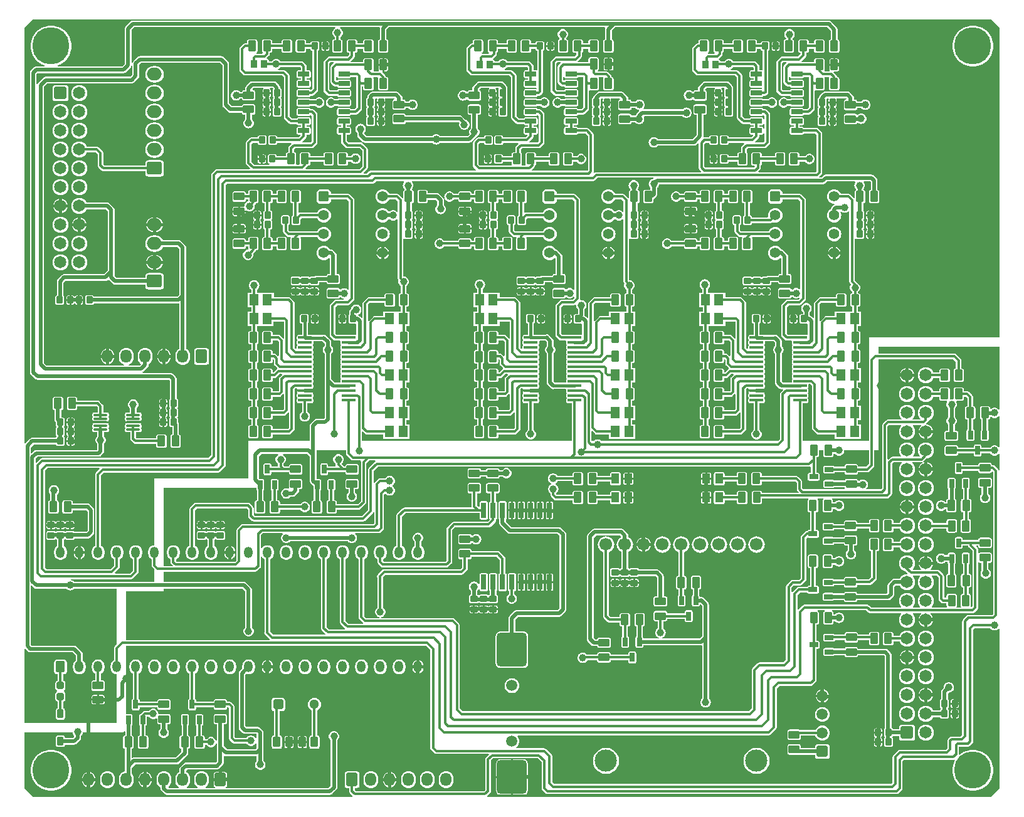
<source format=gtl>
G04*
G04 #@! TF.GenerationSoftware,Altium Limited,Altium Designer,19.0.15 (446)*
G04*
G04 Layer_Physical_Order=1*
G04 Layer_Color=255*
%FSLAX25Y25*%
%MOIN*%
G70*
G01*
G75*
%ADD16R,0.05118X0.05906*%
G04:AMPARAMS|DCode=17|XSize=57.09mil|YSize=39.37mil|CornerRadius=3.94mil|HoleSize=0mil|Usage=FLASHONLY|Rotation=90.000|XOffset=0mil|YOffset=0mil|HoleType=Round|Shape=RoundedRectangle|*
%AMROUNDEDRECTD17*
21,1,0.05709,0.03150,0,0,90.0*
21,1,0.04921,0.03937,0,0,90.0*
1,1,0.00787,0.01575,0.02461*
1,1,0.00787,0.01575,-0.02461*
1,1,0.00787,-0.01575,-0.02461*
1,1,0.00787,-0.01575,0.02461*
%
%ADD17ROUNDEDRECTD17*%
G04:AMPARAMS|DCode=18|XSize=37.01mil|YSize=31.5mil|CornerRadius=3.15mil|HoleSize=0mil|Usage=FLASHONLY|Rotation=90.000|XOffset=0mil|YOffset=0mil|HoleType=Round|Shape=RoundedRectangle|*
%AMROUNDEDRECTD18*
21,1,0.03701,0.02520,0,0,90.0*
21,1,0.03071,0.03150,0,0,90.0*
1,1,0.00630,0.01260,0.01535*
1,1,0.00630,0.01260,-0.01535*
1,1,0.00630,-0.01260,-0.01535*
1,1,0.00630,-0.01260,0.01535*
%
%ADD18ROUNDEDRECTD18*%
G04:AMPARAMS|DCode=19|XSize=57.09mil|YSize=39.37mil|CornerRadius=3.94mil|HoleSize=0mil|Usage=FLASHONLY|Rotation=180.000|XOffset=0mil|YOffset=0mil|HoleType=Round|Shape=RoundedRectangle|*
%AMROUNDEDRECTD19*
21,1,0.05709,0.03150,0,0,180.0*
21,1,0.04921,0.03937,0,0,180.0*
1,1,0.00787,-0.02461,0.01575*
1,1,0.00787,0.02461,0.01575*
1,1,0.00787,0.02461,-0.01575*
1,1,0.00787,-0.02461,-0.01575*
%
%ADD19ROUNDEDRECTD19*%
G04:AMPARAMS|DCode=20|XSize=39.37mil|YSize=35.43mil|CornerRadius=3.54mil|HoleSize=0mil|Usage=FLASHONLY|Rotation=90.000|XOffset=0mil|YOffset=0mil|HoleType=Round|Shape=RoundedRectangle|*
%AMROUNDEDRECTD20*
21,1,0.03937,0.02835,0,0,90.0*
21,1,0.03228,0.03543,0,0,90.0*
1,1,0.00709,0.01417,0.01614*
1,1,0.00709,0.01417,-0.01614*
1,1,0.00709,-0.01417,-0.01614*
1,1,0.00709,-0.01417,0.01614*
%
%ADD20ROUNDEDRECTD20*%
G04:AMPARAMS|DCode=21|XSize=60.04mil|YSize=25.59mil|CornerRadius=2.56mil|HoleSize=0mil|Usage=FLASHONLY|Rotation=0.000|XOffset=0mil|YOffset=0mil|HoleType=Round|Shape=RoundedRectangle|*
%AMROUNDEDRECTD21*
21,1,0.06004,0.02047,0,0,0.0*
21,1,0.05492,0.02559,0,0,0.0*
1,1,0.00512,0.02746,-0.01024*
1,1,0.00512,-0.02746,-0.01024*
1,1,0.00512,-0.02746,0.01024*
1,1,0.00512,0.02746,0.01024*
%
%ADD21ROUNDEDRECTD21*%
G04:AMPARAMS|DCode=22|XSize=37.01mil|YSize=31.5mil|CornerRadius=3.15mil|HoleSize=0mil|Usage=FLASHONLY|Rotation=0.000|XOffset=0mil|YOffset=0mil|HoleType=Round|Shape=RoundedRectangle|*
%AMROUNDEDRECTD22*
21,1,0.03701,0.02520,0,0,0.0*
21,1,0.03071,0.03150,0,0,0.0*
1,1,0.00630,0.01535,-0.01260*
1,1,0.00630,-0.01535,-0.01260*
1,1,0.00630,-0.01535,0.01260*
1,1,0.00630,0.01535,0.01260*
%
%ADD22ROUNDEDRECTD22*%
G04:AMPARAMS|DCode=23|XSize=70.87mil|YSize=13.78mil|CornerRadius=1.38mil|HoleSize=0mil|Usage=FLASHONLY|Rotation=0.000|XOffset=0mil|YOffset=0mil|HoleType=Round|Shape=RoundedRectangle|*
%AMROUNDEDRECTD23*
21,1,0.07087,0.01102,0,0,0.0*
21,1,0.06811,0.01378,0,0,0.0*
1,1,0.00276,0.03406,-0.00551*
1,1,0.00276,-0.03406,-0.00551*
1,1,0.00276,-0.03406,0.00551*
1,1,0.00276,0.03406,0.00551*
%
%ADD23ROUNDEDRECTD23*%
G04:AMPARAMS|DCode=24|XSize=47.24mil|YSize=25.59mil|CornerRadius=2.56mil|HoleSize=0mil|Usage=FLASHONLY|Rotation=270.000|XOffset=0mil|YOffset=0mil|HoleType=Round|Shape=RoundedRectangle|*
%AMROUNDEDRECTD24*
21,1,0.04724,0.02047,0,0,270.0*
21,1,0.04213,0.02559,0,0,270.0*
1,1,0.00512,-0.01024,-0.02106*
1,1,0.00512,-0.01024,0.02106*
1,1,0.00512,0.01024,0.02106*
1,1,0.00512,0.01024,-0.02106*
%
%ADD24ROUNDEDRECTD24*%
G04:AMPARAMS|DCode=25|XSize=47.24mil|YSize=25.59mil|CornerRadius=2.56mil|HoleSize=0mil|Usage=FLASHONLY|Rotation=180.000|XOffset=0mil|YOffset=0mil|HoleType=Round|Shape=RoundedRectangle|*
%AMROUNDEDRECTD25*
21,1,0.04724,0.02047,0,0,180.0*
21,1,0.04213,0.02559,0,0,180.0*
1,1,0.00512,-0.02106,0.01024*
1,1,0.00512,0.02106,0.01024*
1,1,0.00512,0.02106,-0.01024*
1,1,0.00512,-0.02106,-0.01024*
%
%ADD25ROUNDEDRECTD25*%
G04:AMPARAMS|DCode=26|XSize=82.68mil|YSize=27.56mil|CornerRadius=2.76mil|HoleSize=0mil|Usage=FLASHONLY|Rotation=90.000|XOffset=0mil|YOffset=0mil|HoleType=Round|Shape=RoundedRectangle|*
%AMROUNDEDRECTD26*
21,1,0.08268,0.02205,0,0,90.0*
21,1,0.07717,0.02756,0,0,90.0*
1,1,0.00551,0.01102,0.03858*
1,1,0.00551,0.01102,-0.03858*
1,1,0.00551,-0.01102,-0.03858*
1,1,0.00551,-0.01102,0.03858*
%
%ADD26ROUNDEDRECTD26*%
G04:AMPARAMS|DCode=27|XSize=54.72mil|YSize=37.8mil|CornerRadius=3.78mil|HoleSize=0mil|Usage=FLASHONLY|Rotation=90.000|XOffset=0mil|YOffset=0mil|HoleType=Round|Shape=RoundedRectangle|*
%AMROUNDEDRECTD27*
21,1,0.05472,0.03024,0,0,90.0*
21,1,0.04717,0.03780,0,0,90.0*
1,1,0.00756,0.01512,0.02358*
1,1,0.00756,0.01512,-0.02358*
1,1,0.00756,-0.01512,-0.02358*
1,1,0.00756,-0.01512,0.02358*
%
%ADD27ROUNDEDRECTD27*%
G04:AMPARAMS|DCode=28|XSize=37.4mil|YSize=37.4mil|CornerRadius=4.68mil|HoleSize=0mil|Usage=FLASHONLY|Rotation=270.000|XOffset=0mil|YOffset=0mil|HoleType=Round|Shape=RoundedRectangle|*
%AMROUNDEDRECTD28*
21,1,0.03740,0.02805,0,0,270.0*
21,1,0.02805,0.03740,0,0,270.0*
1,1,0.00935,-0.01403,-0.01403*
1,1,0.00935,-0.01403,0.01403*
1,1,0.00935,0.01403,0.01403*
1,1,0.00935,0.01403,-0.01403*
%
%ADD28ROUNDEDRECTD28*%
G04:AMPARAMS|DCode=29|XSize=45.28mil|YSize=31.5mil|CornerRadius=3.15mil|HoleSize=0mil|Usage=FLASHONLY|Rotation=270.000|XOffset=0mil|YOffset=0mil|HoleType=Round|Shape=RoundedRectangle|*
%AMROUNDEDRECTD29*
21,1,0.04528,0.02520,0,0,270.0*
21,1,0.03898,0.03150,0,0,270.0*
1,1,0.00630,-0.01260,-0.01949*
1,1,0.00630,-0.01260,0.01949*
1,1,0.00630,0.01260,0.01949*
1,1,0.00630,0.01260,-0.01949*
%
%ADD29ROUNDEDRECTD29*%
G04:AMPARAMS|DCode=30|XSize=70.87mil|YSize=11.42mil|CornerRadius=1.14mil|HoleSize=0mil|Usage=FLASHONLY|Rotation=0.000|XOffset=0mil|YOffset=0mil|HoleType=Round|Shape=RoundedRectangle|*
%AMROUNDEDRECTD30*
21,1,0.07087,0.00913,0,0,0.0*
21,1,0.06858,0.01142,0,0,0.0*
1,1,0.00228,0.03429,-0.00457*
1,1,0.00228,-0.03429,-0.00457*
1,1,0.00228,-0.03429,0.00457*
1,1,0.00228,0.03429,0.00457*
%
%ADD30ROUNDEDRECTD30*%
G04:AMPARAMS|DCode=31|XSize=43.31mil|YSize=55.12mil|CornerRadius=5.41mil|HoleSize=0mil|Usage=FLASHONLY|Rotation=180.000|XOffset=0mil|YOffset=0mil|HoleType=Round|Shape=RoundedRectangle|*
%AMROUNDEDRECTD31*
21,1,0.04331,0.04429,0,0,180.0*
21,1,0.03248,0.05512,0,0,180.0*
1,1,0.01083,-0.01624,0.02215*
1,1,0.01083,0.01624,0.02215*
1,1,0.01083,0.01624,-0.02215*
1,1,0.01083,-0.01624,-0.02215*
%
%ADD31ROUNDEDRECTD31*%
G04:AMPARAMS|DCode=32|XSize=177.17mil|YSize=157.48mil|CornerRadius=15.75mil|HoleSize=0mil|Usage=FLASHONLY|Rotation=90.000|XOffset=0mil|YOffset=0mil|HoleType=Round|Shape=RoundedRectangle|*
%AMROUNDEDRECTD32*
21,1,0.17717,0.12598,0,0,90.0*
21,1,0.14567,0.15748,0,0,90.0*
1,1,0.03150,0.06299,0.07284*
1,1,0.03150,0.06299,-0.07284*
1,1,0.03150,-0.06299,-0.07284*
1,1,0.03150,-0.06299,0.07284*
%
%ADD32ROUNDEDRECTD32*%
%ADD50C,0.05906*%
%ADD61C,0.05512*%
%ADD68C,0.01378*%
%ADD69C,0.01968*%
%ADD70C,0.01181*%
%ADD71C,0.01575*%
G04:AMPARAMS|DCode=72|XSize=55.12mil|YSize=55.12mil|CornerRadius=5.51mil|HoleSize=0mil|Usage=FLASHONLY|Rotation=0.000|XOffset=0mil|YOffset=0mil|HoleType=Round|Shape=RoundedRectangle|*
%AMROUNDEDRECTD72*
21,1,0.05512,0.04409,0,0,0.0*
21,1,0.04409,0.05512,0,0,0.0*
1,1,0.01102,0.02205,-0.02205*
1,1,0.01102,-0.02205,-0.02205*
1,1,0.01102,-0.02205,0.02205*
1,1,0.01102,0.02205,0.02205*
%
%ADD72ROUNDEDRECTD72*%
G04:AMPARAMS|DCode=73|XSize=64.96mil|YSize=64.96mil|CornerRadius=6.5mil|HoleSize=0mil|Usage=FLASHONLY|Rotation=270.000|XOffset=0mil|YOffset=0mil|HoleType=Round|Shape=RoundedRectangle|*
%AMROUNDEDRECTD73*
21,1,0.06496,0.05197,0,0,270.0*
21,1,0.05197,0.06496,0,0,270.0*
1,1,0.01299,-0.02598,-0.02598*
1,1,0.01299,-0.02598,0.02598*
1,1,0.01299,0.02598,0.02598*
1,1,0.01299,0.02598,-0.02598*
%
%ADD73ROUNDEDRECTD73*%
%ADD74C,0.06496*%
G04:AMPARAMS|DCode=75|XSize=59.06mil|YSize=59.06mil|CornerRadius=5.91mil|HoleSize=0mil|Usage=FLASHONLY|Rotation=90.000|XOffset=0mil|YOffset=0mil|HoleType=Round|Shape=RoundedRectangle|*
%AMROUNDEDRECTD75*
21,1,0.05906,0.04724,0,0,90.0*
21,1,0.04724,0.05906,0,0,90.0*
1,1,0.01181,0.02362,0.02362*
1,1,0.01181,0.02362,-0.02362*
1,1,0.01181,-0.02362,-0.02362*
1,1,0.01181,-0.02362,0.02362*
%
%ADD75ROUNDEDRECTD75*%
%ADD76C,0.11811*%
%ADD77C,0.06693*%
G04:AMPARAMS|DCode=78|XSize=59.06mil|YSize=70.87mil|CornerRadius=7.38mil|HoleSize=0mil|Usage=FLASHONLY|Rotation=0.000|XOffset=0mil|YOffset=0mil|HoleType=Round|Shape=RoundedRectangle|*
%AMROUNDEDRECTD78*
21,1,0.05906,0.05610,0,0,0.0*
21,1,0.04429,0.07087,0,0,0.0*
1,1,0.01476,0.02215,-0.02805*
1,1,0.01476,-0.02215,-0.02805*
1,1,0.01476,-0.02215,0.02805*
1,1,0.01476,0.02215,0.02805*
%
%ADD78ROUNDEDRECTD78*%
%ADD79O,0.05906X0.07087*%
G04:AMPARAMS|DCode=80|XSize=51.18mil|YSize=51.18mil|CornerRadius=5.12mil|HoleSize=0mil|Usage=FLASHONLY|Rotation=0.000|XOffset=0mil|YOffset=0mil|HoleType=Round|Shape=RoundedRectangle|*
%AMROUNDEDRECTD80*
21,1,0.05118,0.04095,0,0,0.0*
21,1,0.04095,0.05118,0,0,0.0*
1,1,0.01024,0.02047,-0.02047*
1,1,0.01024,-0.02047,-0.02047*
1,1,0.01024,-0.02047,0.02047*
1,1,0.01024,0.02047,0.02047*
%
%ADD80ROUNDEDRECTD80*%
%ADD81C,0.05118*%
%ADD82O,0.04724X0.05906*%
G04:AMPARAMS|DCode=83|XSize=59.06mil|YSize=47.24mil|CornerRadius=4.72mil|HoleSize=0mil|Usage=FLASHONLY|Rotation=90.000|XOffset=0mil|YOffset=0mil|HoleType=Round|Shape=RoundedRectangle|*
%AMROUNDEDRECTD83*
21,1,0.05906,0.03780,0,0,90.0*
21,1,0.04961,0.04724,0,0,90.0*
1,1,0.00945,0.01890,0.02480*
1,1,0.00945,0.01890,-0.02480*
1,1,0.00945,-0.01890,-0.02480*
1,1,0.00945,-0.01890,0.02480*
%
%ADD83ROUNDEDRECTD83*%
G04:AMPARAMS|DCode=84|XSize=66.93mil|YSize=78.74mil|CornerRadius=8.37mil|HoleSize=0mil|Usage=FLASHONLY|Rotation=90.000|XOffset=0mil|YOffset=0mil|HoleType=Round|Shape=RoundedRectangle|*
%AMROUNDEDRECTD84*
21,1,0.06693,0.06201,0,0,90.0*
21,1,0.05020,0.07874,0,0,90.0*
1,1,0.01673,0.03100,0.02510*
1,1,0.01673,0.03100,-0.02510*
1,1,0.01673,-0.03100,-0.02510*
1,1,0.01673,-0.03100,0.02510*
%
%ADD84ROUNDEDRECTD84*%
%ADD85O,0.07874X0.06693*%
%ADD86C,0.19685*%
%ADD87C,0.05906*%
%ADD88C,0.03937*%
G36*
X519197Y409667D02*
Y245000D01*
X450000D01*
Y233957D01*
X449892Y233815D01*
X449743Y233456D01*
X449692Y233071D01*
Y190000D01*
X414524D01*
Y210238D01*
X416539D01*
X416900Y210310D01*
X417206Y210514D01*
X417411Y210820D01*
X417483Y211181D01*
Y212283D01*
X417411Y212644D01*
X417206Y212950D01*
Y213073D01*
X417411Y213379D01*
X417483Y213740D01*
Y214843D01*
X417411Y215204D01*
X417206Y215510D01*
Y215632D01*
X417411Y215938D01*
X417483Y216299D01*
Y217402D01*
X417411Y217763D01*
X417206Y218069D01*
Y218191D01*
X417411Y218497D01*
X417483Y218858D01*
Y219961D01*
X417459Y220079D01*
X417795Y220579D01*
X418456D01*
X419610Y219424D01*
Y196732D01*
X419610Y196732D01*
X419658Y196372D01*
X419796Y196037D01*
X420017Y195749D01*
X421749Y194017D01*
X421749Y194017D01*
X422037Y193796D01*
X422372Y193658D01*
X422732Y193610D01*
X422732Y193610D01*
X431653D01*
Y191260D01*
X438346D01*
Y191260D01*
X438740D01*
Y191260D01*
X445433D01*
Y198740D01*
X443969D01*
Y201260D01*
X445433D01*
Y208740D01*
X443969D01*
Y211348D01*
X444055D01*
X444363Y211389D01*
X444651Y211508D01*
X444898Y211697D01*
X445087Y211944D01*
X445206Y212231D01*
X445247Y212539D01*
Y217461D01*
X445206Y217769D01*
X445087Y218056D01*
X444898Y218303D01*
X444651Y218492D01*
X444363Y218611D01*
X444055Y218652D01*
X443969D01*
Y221260D01*
X445433D01*
Y228740D01*
X443969D01*
Y231407D01*
X444055D01*
X444363Y231448D01*
X444651Y231567D01*
X444898Y231756D01*
X445087Y232003D01*
X445206Y232290D01*
X445247Y232598D01*
Y237520D01*
X445206Y237828D01*
X445087Y238115D01*
X444898Y238362D01*
X444651Y238551D01*
X444363Y238670D01*
X444055Y238711D01*
X443969D01*
Y241348D01*
X444055D01*
X444363Y241389D01*
X444651Y241508D01*
X444898Y241697D01*
X445087Y241944D01*
X445206Y242231D01*
X445247Y242539D01*
Y247461D01*
X445206Y247769D01*
X445087Y248056D01*
X444898Y248303D01*
X444651Y248492D01*
X444363Y248611D01*
X444055Y248652D01*
X443969D01*
Y251260D01*
X445433D01*
Y258740D01*
X443969D01*
Y261348D01*
X444055D01*
X444363Y261389D01*
X444651Y261508D01*
X444898Y261697D01*
X445087Y261944D01*
X445206Y262231D01*
X445247Y262539D01*
Y267461D01*
X445206Y267769D01*
X445087Y268056D01*
X444898Y268303D01*
X444651Y268492D01*
X444363Y268611D01*
X444055Y268652D01*
X443851D01*
Y269325D01*
X443901Y269351D01*
X444320Y269695D01*
X444665Y270115D01*
X444921Y270594D01*
X445078Y271113D01*
X445131Y271654D01*
X445078Y272194D01*
X444921Y272713D01*
X444665Y273192D01*
X444320Y273612D01*
X443901Y273956D01*
X443501Y274170D01*
X443415Y274281D01*
X442276Y275420D01*
Y297483D01*
X442686Y297650D01*
X442776Y297663D01*
X442987Y297502D01*
X443256Y297391D01*
X443543Y297353D01*
X446063D01*
X446351Y297391D01*
X446619Y297502D01*
X446849Y297678D01*
X447026Y297909D01*
X447137Y298177D01*
X447175Y298465D01*
Y301535D01*
X447137Y301823D01*
X447026Y302091D01*
X446946Y302195D01*
X446885Y302500D01*
X446946Y302805D01*
X447026Y302909D01*
X447137Y303177D01*
X447175Y303465D01*
Y306535D01*
X447137Y306823D01*
X447026Y307091D01*
X446946Y307195D01*
X446885Y307500D01*
X446946Y307805D01*
X447026Y307909D01*
X447137Y308177D01*
X447175Y308465D01*
Y311535D01*
X447137Y311823D01*
X447026Y312091D01*
X446849Y312322D01*
X446787Y312369D01*
Y316376D01*
X446883Y316389D01*
X447170Y316508D01*
X447417Y316697D01*
X447607Y316944D01*
X447725Y317231D01*
X447766Y317539D01*
Y322461D01*
X447725Y322769D01*
X447607Y323056D01*
X447417Y323303D01*
X447170Y323492D01*
X446883Y323611D01*
X446787Y323624D01*
Y324153D01*
X447027Y324446D01*
X447283Y324924D01*
X447440Y325444D01*
X447494Y325984D01*
X447440Y326524D01*
X447283Y327044D01*
X447027Y327523D01*
X446935Y327634D01*
X447172Y328134D01*
X450441D01*
X450694Y327882D01*
Y323624D01*
X450597Y323611D01*
X450310Y323492D01*
X450063Y323303D01*
X449874Y323056D01*
X449755Y322769D01*
X449714Y322461D01*
Y317539D01*
X449755Y317231D01*
X449874Y316944D01*
X450063Y316697D01*
X450310Y316508D01*
X450597Y316389D01*
X450906Y316348D01*
X454055D01*
X454363Y316389D01*
X454651Y316508D01*
X454898Y316697D01*
X455087Y316944D01*
X455206Y317231D01*
X455246Y317539D01*
Y322461D01*
X455206Y322769D01*
X455087Y323056D01*
X454898Y323303D01*
X454651Y323492D01*
X454363Y323611D01*
X454267Y323624D01*
Y328622D01*
X454267Y328622D01*
X454207Y329084D01*
X454102Y329337D01*
X454028Y329515D01*
X453744Y329886D01*
X452445Y331185D01*
X452075Y331469D01*
X451644Y331647D01*
X451181Y331708D01*
X426740D01*
X426278Y331647D01*
X425847Y331469D01*
X425477Y331185D01*
X425477Y331185D01*
X424425Y330133D01*
X423498D01*
X423290Y330633D01*
X424439Y331782D01*
X424675Y332090D01*
X424824Y332449D01*
X424875Y332835D01*
Y353543D01*
X424824Y353929D01*
X424675Y354288D01*
X424439Y354596D01*
X422982Y356053D01*
X422674Y356290D01*
X422315Y356438D01*
X421929Y356489D01*
X415037D01*
X415012Y356550D01*
X414845Y356768D01*
X414627Y356935D01*
X414373Y357040D01*
X414101Y357076D01*
X412844D01*
Y357924D01*
X414101D01*
X414373Y357960D01*
X414627Y358065D01*
X414845Y358232D01*
X415012Y358450D01*
X415117Y358704D01*
X415153Y358976D01*
Y361024D01*
X415117Y361296D01*
X415012Y361550D01*
X414845Y361768D01*
X414627Y361935D01*
X414373Y362040D01*
X414101Y362076D01*
X408608D01*
X408336Y362040D01*
X408082Y361935D01*
X407864Y361768D01*
X407697Y361550D01*
X407592Y361296D01*
X407556Y361024D01*
Y358976D01*
X407592Y358704D01*
X407697Y358450D01*
X407864Y358232D01*
X408082Y358065D01*
X408336Y357960D01*
X408608Y357924D01*
X409865D01*
Y357076D01*
X408608D01*
X408336Y357040D01*
X408082Y356935D01*
X407864Y356768D01*
X407697Y356550D01*
X407592Y356296D01*
X407556Y356024D01*
Y353976D01*
X407592Y353704D01*
X407697Y353450D01*
X407864Y353232D01*
X408082Y353065D01*
X408336Y352960D01*
X408608Y352924D01*
X414101D01*
X414373Y352960D01*
X414627Y353065D01*
X414845Y353232D01*
X415012Y353450D01*
X415037Y353511D01*
X421312D01*
X421897Y352926D01*
Y333451D01*
X421430Y332985D01*
X391107D01*
X390915Y333447D01*
X391730Y334262D01*
X391967Y334570D01*
X392116Y334929D01*
X392166Y335315D01*
Y336506D01*
X392170Y336508D01*
X392417Y336697D01*
X392606Y336944D01*
X392725Y337231D01*
X392766Y337539D01*
Y338511D01*
X399753D01*
Y337539D01*
X399794Y337231D01*
X399913Y336944D01*
X400102Y336697D01*
X400349Y336508D01*
X400636Y336389D01*
X400945Y336348D01*
X404094D01*
X404403Y336389D01*
X404690Y336508D01*
X404937Y336697D01*
X405126Y336944D01*
X405245Y337231D01*
X405286Y337539D01*
Y342461D01*
X405245Y342769D01*
X405126Y343056D01*
X404937Y343303D01*
X404690Y343492D01*
X404403Y343611D01*
X404094Y343652D01*
X400945D01*
X400636Y343611D01*
X400349Y343492D01*
X400102Y343303D01*
X399913Y343056D01*
X399794Y342769D01*
X399753Y342461D01*
Y341489D01*
X392766D01*
Y342461D01*
X392725Y342769D01*
X392606Y343056D01*
X392417Y343303D01*
X392170Y343492D01*
X391883Y343611D01*
X391575Y343652D01*
X388425D01*
X388117Y343611D01*
X387830Y343492D01*
X387583Y343303D01*
X387393Y343056D01*
X387275Y342769D01*
X387234Y342461D01*
Y337539D01*
X387275Y337231D01*
X387393Y336944D01*
X387583Y336697D01*
X387830Y336508D01*
X388117Y336389D01*
X388425Y336348D01*
X388986D01*
X389105Y335848D01*
X388604Y335347D01*
X362908D01*
X362166Y336089D01*
Y347730D01*
X362948Y348511D01*
X364833D01*
Y348465D01*
X364871Y348177D01*
X364982Y347909D01*
X365159Y347678D01*
X365389Y347502D01*
X365657Y347391D01*
X365945Y347353D01*
X368465D01*
X368752Y347391D01*
X369021Y347502D01*
X369251Y347678D01*
X369427Y347909D01*
X369539Y348177D01*
X369577Y348465D01*
Y351535D01*
X369539Y351823D01*
X369427Y352091D01*
X369251Y352322D01*
X369021Y352498D01*
X368752Y352609D01*
X368465Y352647D01*
X365945D01*
X365657Y352609D01*
X365389Y352498D01*
X365159Y352322D01*
X364982Y352091D01*
X364871Y351823D01*
X364833Y351535D01*
Y351489D01*
X362331D01*
X362187Y351470D01*
X362105Y351505D01*
X361789Y351823D01*
X361757Y351900D01*
X361787Y352126D01*
Y363494D01*
X362461D01*
X362769Y363534D01*
X363056Y363653D01*
X363303Y363843D01*
X363492Y364089D01*
X363611Y364377D01*
X363652Y364685D01*
Y367835D01*
X363611Y368143D01*
X363492Y368430D01*
X363303Y368677D01*
X363056Y368866D01*
X362769Y368985D01*
X362461Y369026D01*
X357539D01*
X357231Y368985D01*
X356944Y368866D01*
X356697Y368677D01*
X356508Y368430D01*
X356389Y368143D01*
X356348Y367835D01*
Y364685D01*
X356389Y364377D01*
X356508Y364089D01*
X356697Y363843D01*
X356944Y363653D01*
X357231Y363534D01*
X357539Y363494D01*
X358213D01*
Y352866D01*
X355953Y350606D01*
X337532D01*
X337391Y350777D01*
X336972Y351121D01*
X336493Y351377D01*
X335973Y351535D01*
X335433Y351588D01*
X334893Y351535D01*
X334373Y351377D01*
X333895Y351121D01*
X333475Y350777D01*
X333131Y350357D01*
X332875Y349879D01*
X332717Y349359D01*
X332664Y348819D01*
X332717Y348279D01*
X332875Y347759D01*
X333131Y347280D01*
X333475Y346861D01*
X333895Y346516D01*
X334373Y346260D01*
X334893Y346103D01*
X335433Y346050D01*
X335973Y346103D01*
X336493Y346260D01*
X336972Y346516D01*
X337391Y346861D01*
X337532Y347032D01*
X356693D01*
X357155Y347093D01*
X357586Y347271D01*
X357957Y347555D01*
X358688Y348287D01*
X359188Y348080D01*
Y335472D01*
X359239Y335087D01*
X359388Y334728D01*
X359624Y334419D01*
X360597Y333447D01*
X360405Y332985D01*
X304724D01*
X304339Y332934D01*
X303980Y332786D01*
X303782Y332634D01*
X303546Y332751D01*
X303372Y332949D01*
X303438Y333111D01*
X303489Y333496D01*
Y352756D01*
X303438Y353141D01*
X303290Y353501D01*
X303053Y353809D01*
X300809Y356053D01*
X300500Y356290D01*
X300141Y356438D01*
X299756Y356489D01*
X295037D01*
X295012Y356550D01*
X294845Y356768D01*
X294627Y356935D01*
X294373Y357040D01*
X294100Y357076D01*
X292844D01*
Y357924D01*
X294100D01*
X294373Y357960D01*
X294627Y358065D01*
X294845Y358232D01*
X295012Y358450D01*
X295117Y358704D01*
X295153Y358976D01*
Y361024D01*
X295117Y361296D01*
X295012Y361550D01*
X294845Y361768D01*
X294627Y361935D01*
X294373Y362040D01*
X294100Y362076D01*
X288608D01*
X288336Y362040D01*
X288082Y361935D01*
X287864Y361768D01*
X287697Y361550D01*
X287592Y361296D01*
X287556Y361024D01*
Y358976D01*
X287592Y358704D01*
X287697Y358450D01*
X287864Y358232D01*
X288082Y358065D01*
X288336Y357960D01*
X288608Y357924D01*
X289865D01*
Y357076D01*
X288608D01*
X288336Y357040D01*
X288082Y356935D01*
X287864Y356768D01*
X287697Y356550D01*
X287592Y356296D01*
X287556Y356024D01*
Y353976D01*
X287592Y353704D01*
X287697Y353450D01*
X287864Y353232D01*
X288082Y353065D01*
X288336Y352960D01*
X288608Y352924D01*
X294100D01*
X294373Y352960D01*
X294627Y353065D01*
X294845Y353232D01*
X295012Y353450D01*
X295037Y353511D01*
X299139D01*
X300511Y352139D01*
Y334113D01*
X300171Y333773D01*
X270877D01*
X270670Y334273D01*
X271730Y335333D01*
X271967Y335641D01*
X272116Y336000D01*
X272166Y336386D01*
Y336506D01*
X272170Y336508D01*
X272417Y336697D01*
X272606Y336944D01*
X272726Y337231D01*
X272766Y337539D01*
Y338511D01*
X279557D01*
Y337539D01*
X279597Y337231D01*
X279716Y336944D01*
X279906Y336697D01*
X280152Y336508D01*
X280440Y336389D01*
X280748Y336348D01*
X283898D01*
X284206Y336389D01*
X284493Y336508D01*
X284740Y336697D01*
X284929Y336944D01*
X285048Y337231D01*
X285089Y337539D01*
Y342461D01*
X285048Y342769D01*
X284929Y343056D01*
X284740Y343303D01*
X284493Y343492D01*
X284206Y343611D01*
X283898Y343652D01*
X280748D01*
X280440Y343611D01*
X280152Y343492D01*
X279906Y343303D01*
X279716Y343056D01*
X279597Y342769D01*
X279557Y342461D01*
Y341489D01*
X272766D01*
Y342461D01*
X272726Y342769D01*
X272606Y343056D01*
X272417Y343303D01*
X272170Y343492D01*
X271883Y343611D01*
X271575Y343652D01*
X268425D01*
X268117Y343611D01*
X267830Y343492D01*
X267583Y343303D01*
X267393Y343056D01*
X267274Y342769D01*
X267234Y342461D01*
Y337539D01*
X267274Y337231D01*
X267375Y336989D01*
X267310Y336808D01*
X267112Y336489D01*
X265407D01*
X265210Y336808D01*
X265145Y336989D01*
X265245Y337231D01*
X265286Y337539D01*
Y342461D01*
X265245Y342769D01*
X265126Y343056D01*
X264937Y343303D01*
X264690Y343492D01*
X264686Y343494D01*
Y345052D01*
X265388Y345755D01*
X274220D01*
X274606Y345806D01*
X274965Y345954D01*
X275273Y346191D01*
X276848Y347766D01*
X277085Y348074D01*
X277234Y348433D01*
X277284Y348819D01*
Y363661D01*
X277234Y364047D01*
X277085Y364406D01*
X276848Y364714D01*
X275510Y366053D01*
X275201Y366290D01*
X274842Y366438D01*
X274457Y366489D01*
X273682D01*
X273657Y366550D01*
X273490Y366768D01*
X273272Y366935D01*
X273018Y367040D01*
X272746Y367076D01*
X267254D01*
X266982Y367040D01*
X266728Y366935D01*
X266510Y366768D01*
X266343Y366550D01*
X266237Y366296D01*
X266202Y366024D01*
Y363976D01*
X266237Y363704D01*
X266343Y363450D01*
X266510Y363232D01*
X266728Y363065D01*
X266982Y362960D01*
X267254Y362924D01*
X272746D01*
X273018Y362960D01*
X273272Y363065D01*
X273490Y363232D01*
X273893Y363254D01*
X274306Y362867D01*
Y349436D01*
X273604Y348733D01*
X269467D01*
X269260Y349233D01*
X271053Y351026D01*
X271290Y351334D01*
X271438Y351693D01*
X271489Y352079D01*
Y352924D01*
X272746D01*
X273018Y352960D01*
X273272Y353065D01*
X273490Y353232D01*
X273657Y353450D01*
X273762Y353704D01*
X273798Y353976D01*
Y356024D01*
X273762Y356296D01*
X273657Y356550D01*
X273490Y356768D01*
X273272Y356935D01*
X273018Y357040D01*
X272746Y357076D01*
X271489D01*
Y357924D01*
X272746D01*
X273018Y357960D01*
X273272Y358065D01*
X273490Y358232D01*
X273657Y358450D01*
X273762Y358704D01*
X273798Y358976D01*
Y361024D01*
X273762Y361296D01*
X273657Y361550D01*
X273490Y361768D01*
X273272Y361935D01*
X273018Y362040D01*
X272746Y362076D01*
X267254D01*
X266982Y362040D01*
X266728Y361935D01*
X266510Y361768D01*
X266343Y361550D01*
X266318Y361489D01*
X263789D01*
X262456Y362822D01*
Y384120D01*
X262405Y384505D01*
X262257Y384864D01*
X262020Y385173D01*
X260313Y386880D01*
X260004Y387116D01*
X259645Y387265D01*
X259260Y387316D01*
X256167D01*
X256093Y387816D01*
X256178Y387842D01*
X256657Y388098D01*
X257076Y388442D01*
X257421Y388861D01*
X257447Y388911D01*
X268243D01*
X268511Y388643D01*
Y387076D01*
X267254D01*
X266982Y387040D01*
X266728Y386935D01*
X266510Y386768D01*
X266343Y386550D01*
X266237Y386296D01*
X266202Y386024D01*
Y383976D01*
X266237Y383704D01*
X266343Y383450D01*
X266510Y383232D01*
X266728Y383065D01*
X266982Y382960D01*
X267254Y382924D01*
X268511D01*
Y382076D01*
X267254D01*
X266982Y382040D01*
X266728Y381935D01*
X266510Y381768D01*
X266343Y381550D01*
X266237Y381296D01*
X266202Y381024D01*
Y378976D01*
X266237Y378704D01*
X266343Y378450D01*
X266510Y378232D01*
X266728Y378065D01*
X266982Y377960D01*
X267254Y377924D01*
X272746D01*
X272866Y377940D01*
X273290Y377602D01*
X273301Y377588D01*
Y377412D01*
X273290Y377398D01*
X272866Y377060D01*
X272746Y377076D01*
X267254D01*
X266982Y377040D01*
X266728Y376935D01*
X266510Y376768D01*
X266343Y376550D01*
X266237Y376296D01*
X266202Y376024D01*
Y373976D01*
X266237Y373704D01*
X266343Y373450D01*
X266510Y373232D01*
X266728Y373065D01*
X266982Y372960D01*
X267254Y372924D01*
X272746D01*
X273018Y372960D01*
X273272Y373065D01*
X273490Y373232D01*
X273657Y373450D01*
X273682Y373511D01*
X274220D01*
X274606Y373562D01*
X274965Y373710D01*
X275273Y373947D01*
X276053Y374727D01*
X276290Y375035D01*
X276438Y375394D01*
X276489Y375780D01*
Y397448D01*
X276619Y397502D01*
X276849Y397678D01*
X277026Y397909D01*
X277137Y398177D01*
X277175Y398465D01*
Y401535D01*
X277137Y401823D01*
X277026Y402091D01*
X276849Y402322D01*
X276619Y402498D01*
X276351Y402609D01*
X276063Y402647D01*
X273543D01*
X273255Y402609D01*
X272987Y402498D01*
X272757Y402322D01*
X272580Y402091D01*
X272469Y401823D01*
X272431Y401535D01*
Y401489D01*
X270050D01*
Y402461D01*
X270009Y402769D01*
X269890Y403056D01*
X269701Y403303D01*
X269454Y403492D01*
X269166Y403611D01*
X268858Y403652D01*
X265709D01*
X265400Y403611D01*
X265113Y403492D01*
X264866Y403303D01*
X264677Y403056D01*
X264558Y402769D01*
X264517Y402461D01*
Y397539D01*
X264558Y397231D01*
X264677Y396944D01*
X264866Y396697D01*
X265113Y396508D01*
X265400Y396389D01*
X265709Y396348D01*
X268858D01*
X269166Y396389D01*
X269454Y396508D01*
X269701Y396697D01*
X269890Y396944D01*
X270009Y397231D01*
X270050Y397539D01*
Y398511D01*
X272431D01*
Y398465D01*
X272469Y398177D01*
X272580Y397909D01*
X272757Y397678D01*
X272987Y397502D01*
X273255Y397391D01*
X273511Y397357D01*
Y387350D01*
X273019Y387040D01*
X273011Y387041D01*
X272746Y387076D01*
X271489D01*
Y389260D01*
X271438Y389645D01*
X271290Y390004D01*
X271053Y390313D01*
X269913Y391453D01*
X269604Y391690D01*
X269245Y391838D01*
X268860Y391889D01*
X257447D01*
X257421Y391938D01*
X257076Y392358D01*
X256657Y392703D01*
X256178Y392958D01*
X255658Y393116D01*
X255118Y393169D01*
X254578Y393116D01*
X254058Y392958D01*
X253580Y392703D01*
X253160Y392358D01*
X252816Y391938D01*
X252789Y391889D01*
X250840D01*
X250837Y391912D01*
X250722Y392190D01*
X250539Y392428D01*
X250300Y392612D01*
X250022Y392726D01*
X249956Y392735D01*
X249855Y392984D01*
X249841Y393255D01*
X250077Y393435D01*
X251533Y394892D01*
X251770Y395200D01*
X251919Y395560D01*
X251970Y395945D01*
Y396506D01*
X251974Y396508D01*
X252220Y396697D01*
X252410Y396944D01*
X252529Y397231D01*
X252569Y397539D01*
Y398511D01*
X257037D01*
Y397539D01*
X257078Y397231D01*
X257197Y396944D01*
X257386Y396697D01*
X257633Y396508D01*
X257920Y396389D01*
X258228Y396348D01*
X261378D01*
X261686Y396389D01*
X261974Y396508D01*
X262220Y396697D01*
X262410Y396944D01*
X262529Y397231D01*
X262569Y397539D01*
Y402461D01*
X262529Y402769D01*
X262410Y403056D01*
X262220Y403303D01*
X261974Y403492D01*
X261686Y403611D01*
X261378Y403652D01*
X258228D01*
X257920Y403611D01*
X257633Y403492D01*
X257386Y403303D01*
X257197Y403056D01*
X257078Y402769D01*
X257037Y402461D01*
Y401489D01*
X252569D01*
Y402461D01*
X252529Y402769D01*
X252410Y403056D01*
X252220Y403303D01*
X251974Y403492D01*
X251686Y403611D01*
X251378Y403652D01*
X248228D01*
X247920Y403611D01*
X247633Y403492D01*
X247386Y403303D01*
X247197Y403056D01*
X247078Y402769D01*
X247037Y402461D01*
Y397539D01*
X247078Y397231D01*
X247197Y396944D01*
X247386Y396697D01*
X247633Y396508D01*
X247706Y396477D01*
X247607Y395977D01*
X244299D01*
X244045Y395944D01*
X243914Y396431D01*
X244100Y396508D01*
X244346Y396697D01*
X244536Y396944D01*
X244655Y397231D01*
X244695Y397539D01*
Y402461D01*
X244655Y402769D01*
X244536Y403056D01*
X244346Y403303D01*
X244100Y403492D01*
X243812Y403611D01*
X243504Y403652D01*
X240354D01*
X240046Y403611D01*
X239759Y403492D01*
X239512Y403303D01*
X239323Y403056D01*
X239204Y402769D01*
X239163Y402461D01*
Y401489D01*
X238787D01*
X238402Y401438D01*
X238043Y401290D01*
X237735Y401053D01*
X236160Y399478D01*
X235923Y399170D01*
X235774Y398811D01*
X235723Y398425D01*
Y387402D01*
X235774Y387016D01*
X235923Y386657D01*
X236160Y386349D01*
X237735Y384774D01*
X238043Y384537D01*
X238402Y384388D01*
X238787Y384338D01*
X258643D01*
X259478Y383503D01*
Y362205D01*
X259529Y361819D01*
X259677Y361460D01*
X259914Y361152D01*
X262119Y358947D01*
X262427Y358710D01*
X262786Y358562D01*
X263172Y358511D01*
X266318D01*
X266343Y358450D01*
X266510Y358232D01*
X266728Y358065D01*
X266982Y357960D01*
X267254Y357924D01*
X268511D01*
Y357076D01*
X267254D01*
X266982Y357040D01*
X266728Y356935D01*
X266510Y356768D01*
X266343Y356550D01*
X266237Y356296D01*
X266202Y356024D01*
Y353976D01*
X266237Y353704D01*
X266343Y353450D01*
X266510Y353232D01*
X266728Y353065D01*
X266982Y352960D01*
X267254Y352924D01*
X268032D01*
X268239Y352424D01*
X267304Y351489D01*
X255364D01*
Y351535D01*
X255326Y351823D01*
X255215Y352091D01*
X255038Y352322D01*
X254808Y352498D01*
X254540Y352609D01*
X254252Y352647D01*
X251732D01*
X251444Y352609D01*
X251176Y352498D01*
X250946Y352322D01*
X250769Y352091D01*
X250658Y351823D01*
X250620Y351535D01*
Y348465D01*
X250658Y348177D01*
X250769Y347909D01*
X250946Y347678D01*
X251176Y347502D01*
X251444Y347391D01*
X251732Y347353D01*
X254252D01*
X254540Y347391D01*
X254808Y347502D01*
X255038Y347678D01*
X255215Y347909D01*
X255326Y348177D01*
X255364Y348465D01*
Y348511D01*
X263226D01*
X263433Y348011D01*
X262144Y346722D01*
X261907Y346414D01*
X261758Y346055D01*
X261708Y345669D01*
Y343652D01*
X260945D01*
X260636Y343611D01*
X260349Y343492D01*
X260102Y343303D01*
X259913Y343056D01*
X259794Y342769D01*
X259753Y342461D01*
Y341489D01*
X255167D01*
Y341535D01*
X255129Y341823D01*
X255018Y342091D01*
X254841Y342322D01*
X254611Y342498D01*
X254343Y342609D01*
X254055Y342647D01*
X251535D01*
X251248Y342609D01*
X250979Y342498D01*
X250749Y342322D01*
X250572Y342091D01*
X250461Y341823D01*
X250424Y341535D01*
Y338465D01*
X250461Y338177D01*
X250572Y337909D01*
X250749Y337678D01*
X250979Y337502D01*
X251248Y337391D01*
X251535Y337353D01*
X254055D01*
X254343Y337391D01*
X254611Y337502D01*
X254841Y337678D01*
X255018Y337909D01*
X255129Y338177D01*
X255167Y338465D01*
Y338511D01*
X259753D01*
Y337539D01*
X259794Y337231D01*
X259894Y336989D01*
X259829Y336808D01*
X259632Y336489D01*
X242979D01*
X242166Y337302D01*
Y347730D01*
X242948Y348511D01*
X245030D01*
Y348465D01*
X245068Y348177D01*
X245179Y347909D01*
X245356Y347678D01*
X245586Y347502D01*
X245854Y347391D01*
X246142Y347353D01*
X248661D01*
X248949Y347391D01*
X249217Y347502D01*
X249448Y347678D01*
X249624Y347909D01*
X249735Y348177D01*
X249773Y348465D01*
Y351535D01*
X249735Y351823D01*
X249624Y352091D01*
X249448Y352322D01*
X249217Y352498D01*
X248949Y352609D01*
X248661Y352647D01*
X246142D01*
X245854Y352609D01*
X245586Y352498D01*
X245356Y352322D01*
X245179Y352091D01*
X245068Y351823D01*
X245030Y351535D01*
Y351489D01*
X242331D01*
X241945Y351438D01*
X241586Y351290D01*
X241278Y351053D01*
X239624Y349399D01*
X239388Y349091D01*
X239239Y348732D01*
X239188Y348346D01*
Y336685D01*
X239239Y336300D01*
X239388Y335941D01*
X239624Y335632D01*
X240984Y334273D01*
X240777Y333773D01*
X185039D01*
X184654Y333722D01*
X184295Y333573D01*
X183986Y333336D01*
X182848Y332198D01*
X181414D01*
X181222Y332660D01*
X182943Y334380D01*
X183179Y334688D01*
X183328Y335048D01*
X183379Y335433D01*
Y345000D01*
X183328Y345385D01*
X183179Y345745D01*
X182943Y346053D01*
X180699Y348297D01*
X180390Y348534D01*
X180031Y348682D01*
X179646Y348733D01*
X173058D01*
X172166Y349625D01*
Y352924D01*
X173423D01*
X173696Y352960D01*
X173949Y353065D01*
X174167Y353232D01*
X174335Y353450D01*
X174440Y353704D01*
X174476Y353976D01*
Y356024D01*
X174440Y356296D01*
X174335Y356550D01*
X174167Y356768D01*
X173949Y356935D01*
X173696Y357040D01*
X173423Y357076D01*
X172166D01*
Y357924D01*
X173423D01*
X173696Y357960D01*
X173949Y358065D01*
X174167Y358232D01*
X174335Y358450D01*
X174440Y358704D01*
X174476Y358976D01*
Y361024D01*
X174440Y361296D01*
X174335Y361550D01*
X174167Y361768D01*
X173949Y361935D01*
X173696Y362040D01*
X173423Y362076D01*
X167931D01*
X167659Y362040D01*
X167405Y361935D01*
X167187Y361768D01*
X167020Y361550D01*
X166915Y361296D01*
X166879Y361024D01*
Y358976D01*
X166915Y358704D01*
X167020Y358450D01*
X167187Y358232D01*
X167405Y358065D01*
X167659Y357960D01*
X167931Y357924D01*
X169188D01*
Y357076D01*
X167931D01*
X167659Y357040D01*
X167405Y356935D01*
X167187Y356768D01*
X167020Y356550D01*
X166915Y356296D01*
X166879Y356024D01*
Y353976D01*
X166915Y353704D01*
X167020Y353450D01*
X167187Y353232D01*
X167405Y353065D01*
X167659Y352960D01*
X167931Y352924D01*
X169188D01*
Y349008D01*
X169239Y348622D01*
X169388Y348263D01*
X169624Y347955D01*
X171388Y346191D01*
X171696Y345954D01*
X172055Y345806D01*
X172441Y345755D01*
X179029D01*
X180401Y344383D01*
Y336050D01*
X178911Y334560D01*
X150429D01*
X150238Y335022D01*
X151053Y335837D01*
X151290Y336145D01*
X151374Y336348D01*
X151575D01*
X151883Y336389D01*
X152170Y336508D01*
X152417Y336697D01*
X152606Y336944D01*
X152726Y337231D01*
X152766Y337539D01*
Y338511D01*
X159754D01*
Y337539D01*
X159794Y337231D01*
X159913Y336944D01*
X160102Y336697D01*
X160349Y336508D01*
X160636Y336389D01*
X160945Y336348D01*
X164094D01*
X164403Y336389D01*
X164690Y336508D01*
X164937Y336697D01*
X165126Y336944D01*
X165245Y337231D01*
X165286Y337539D01*
Y342461D01*
X165245Y342769D01*
X165126Y343056D01*
X164937Y343303D01*
X164690Y343492D01*
X164403Y343611D01*
X164094Y343652D01*
X160945D01*
X160636Y343611D01*
X160349Y343492D01*
X160102Y343303D01*
X159913Y343056D01*
X159794Y342769D01*
X159754Y342461D01*
Y341489D01*
X152766D01*
Y342461D01*
X152726Y342769D01*
X152606Y343056D01*
X152417Y343303D01*
X152170Y343492D01*
X151883Y343611D01*
X151575Y343652D01*
X148425D01*
X148117Y343611D01*
X147830Y343492D01*
X147583Y343303D01*
X147394Y343056D01*
X147274Y342769D01*
X147234Y342461D01*
Y337539D01*
X147249Y337422D01*
X146976Y337008D01*
X146861Y336922D01*
X145658D01*
X145544Y337008D01*
X145270Y337422D01*
X145286Y337539D01*
Y342461D01*
X145245Y342769D01*
X145126Y343056D01*
X144937Y343303D01*
X144690Y343492D01*
X144403Y343611D01*
X144094Y343652D01*
X144009D01*
Y345052D01*
X144711Y345755D01*
X153543D01*
X153929Y345806D01*
X154288Y345954D01*
X154596Y346191D01*
X156171Y347766D01*
X156408Y348074D01*
X156556Y348433D01*
X156607Y348819D01*
Y363661D01*
X156556Y364047D01*
X156408Y364406D01*
X156171Y364714D01*
X154832Y366053D01*
X154524Y366290D01*
X154165Y366438D01*
X153779Y366489D01*
X153005D01*
X152980Y366550D01*
X152813Y366768D01*
X152595Y366935D01*
X152341Y367040D01*
X152069Y367076D01*
X146577D01*
X146304Y367040D01*
X146051Y366935D01*
X145833Y366768D01*
X145665Y366550D01*
X145560Y366296D01*
X145524Y366024D01*
Y363976D01*
X145560Y363704D01*
X145665Y363450D01*
X145833Y363232D01*
X146051Y363065D01*
X146304Y362960D01*
X146577Y362924D01*
X152069D01*
X152341Y362960D01*
X152595Y363065D01*
X152813Y363232D01*
X153216Y363254D01*
X153629Y362867D01*
Y349436D01*
X152927Y348733D01*
X148790D01*
X148583Y349233D01*
X150376Y351026D01*
X150612Y351334D01*
X150761Y351693D01*
X150812Y352079D01*
Y352924D01*
X152069D01*
X152341Y352960D01*
X152595Y353065D01*
X152813Y353232D01*
X152980Y353450D01*
X153085Y353704D01*
X153121Y353976D01*
Y356024D01*
X153085Y356296D01*
X152980Y356550D01*
X152813Y356768D01*
X152595Y356935D01*
X152341Y357040D01*
X152069Y357076D01*
X150812D01*
Y357924D01*
X152069D01*
X152341Y357960D01*
X152595Y358065D01*
X152813Y358232D01*
X152980Y358450D01*
X153085Y358704D01*
X153121Y358976D01*
Y361024D01*
X153085Y361296D01*
X152980Y361550D01*
X152813Y361768D01*
X152595Y361935D01*
X152341Y362040D01*
X152069Y362076D01*
X146577D01*
X146304Y362040D01*
X146051Y361935D01*
X145833Y361768D01*
X145665Y361550D01*
X145640Y361489D01*
X143111D01*
X141779Y362822D01*
Y384120D01*
X141728Y384505D01*
X141579Y384864D01*
X141343Y385173D01*
X139636Y386880D01*
X139327Y387116D01*
X138968Y387265D01*
X138583Y387316D01*
X135695D01*
X135621Y387816D01*
X135705Y387842D01*
X136184Y388098D01*
X136604Y388442D01*
X136948Y388861D01*
X136975Y388911D01*
X147566D01*
X147834Y388643D01*
Y387076D01*
X146577D01*
X146304Y387040D01*
X146051Y386935D01*
X145833Y386768D01*
X145665Y386550D01*
X145560Y386296D01*
X145524Y386024D01*
Y383976D01*
X145560Y383704D01*
X145665Y383450D01*
X145833Y383232D01*
X146051Y383065D01*
X146304Y382960D01*
X146577Y382924D01*
X147834D01*
Y382076D01*
X146577D01*
X146304Y382040D01*
X146051Y381935D01*
X145833Y381768D01*
X145665Y381550D01*
X145560Y381296D01*
X145524Y381024D01*
Y378976D01*
X145560Y378704D01*
X145665Y378450D01*
X145833Y378232D01*
X146051Y378065D01*
X146304Y377960D01*
X146577Y377924D01*
X152069D01*
X152341Y377960D01*
X152595Y378065D01*
X152813Y378232D01*
X152980Y378450D01*
X153085Y378704D01*
X153121Y378976D01*
Y381024D01*
X153085Y381296D01*
X152980Y381550D01*
X152813Y381768D01*
X152595Y381935D01*
X152341Y382040D01*
X152069Y382076D01*
X150812D01*
Y382924D01*
X152069D01*
X152341Y382960D01*
X152595Y383065D01*
X152813Y383232D01*
X152980Y383450D01*
X153085Y383704D01*
X153121Y383976D01*
Y386024D01*
X153085Y386296D01*
X152980Y386550D01*
X152813Y386768D01*
X152595Y386935D01*
X152341Y387040D01*
X152069Y387076D01*
X150812D01*
Y389260D01*
X150761Y389645D01*
X150612Y390004D01*
X150376Y390313D01*
X149236Y391453D01*
X148927Y391690D01*
X148568Y391838D01*
X148183Y391889D01*
X136975D01*
X136948Y391938D01*
X136604Y392358D01*
X136184Y392703D01*
X135705Y392958D01*
X135186Y393116D01*
X134646Y393169D01*
X134105Y393116D01*
X133586Y392958D01*
X133107Y392703D01*
X132687Y392358D01*
X132343Y391938D01*
X132317Y391889D01*
X130876D01*
Y392014D01*
X130837Y392312D01*
X130722Y392590D01*
X130539Y392828D01*
X130300Y393011D01*
X130022Y393127D01*
X129824Y393153D01*
X129679Y393404D01*
X129630Y393666D01*
X130856Y394892D01*
X131093Y395200D01*
X131242Y395560D01*
X131292Y395945D01*
Y396348D01*
X131378D01*
X131686Y396389D01*
X131974Y396508D01*
X132220Y396697D01*
X132410Y396944D01*
X132529Y397231D01*
X132569Y397539D01*
Y398511D01*
X137524D01*
Y397539D01*
X137564Y397231D01*
X137683Y396944D01*
X137873Y396697D01*
X138119Y396508D01*
X138407Y396389D01*
X138715Y396348D01*
X141865D01*
X142173Y396389D01*
X142460Y396508D01*
X142707Y396697D01*
X142896Y396944D01*
X143015Y397231D01*
X143056Y397539D01*
Y402461D01*
X143015Y402769D01*
X142896Y403056D01*
X142707Y403303D01*
X142460Y403492D01*
X142173Y403611D01*
X141865Y403652D01*
X138715D01*
X138407Y403611D01*
X138119Y403492D01*
X137873Y403303D01*
X137683Y403056D01*
X137564Y402769D01*
X137524Y402461D01*
Y401489D01*
X132569D01*
Y402461D01*
X132529Y402769D01*
X132410Y403056D01*
X132220Y403303D01*
X131974Y403492D01*
X131686Y403611D01*
X131378Y403652D01*
X128228D01*
X127920Y403611D01*
X127633Y403492D01*
X127386Y403303D01*
X127197Y403056D01*
X127078Y402769D01*
X127037Y402461D01*
Y397539D01*
X127078Y397231D01*
X127197Y396944D01*
X127386Y396697D01*
X127588Y396542D01*
X127634Y396466D01*
X127622Y396419D01*
X127329Y395977D01*
X124126D01*
X124026Y396477D01*
X124100Y396508D01*
X124346Y396697D01*
X124536Y396944D01*
X124655Y397231D01*
X124695Y397539D01*
Y402461D01*
X124655Y402769D01*
X124536Y403056D01*
X124346Y403303D01*
X124100Y403492D01*
X123812Y403611D01*
X123504Y403652D01*
X120354D01*
X120046Y403611D01*
X119759Y403492D01*
X119512Y403303D01*
X119323Y403056D01*
X119204Y402769D01*
X119163Y402461D01*
Y401489D01*
X118110D01*
X117725Y401438D01*
X117366Y401290D01*
X117057Y401053D01*
X115482Y399478D01*
X115246Y399170D01*
X115097Y398811D01*
X115046Y398425D01*
Y387402D01*
X115097Y387016D01*
X115246Y386657D01*
X115482Y386349D01*
X117057Y384774D01*
X117366Y384537D01*
X117725Y384388D01*
X118110Y384338D01*
X137966D01*
X138801Y383503D01*
Y362205D01*
X138851Y361819D01*
X139000Y361460D01*
X139237Y361152D01*
X141442Y358947D01*
X141750Y358710D01*
X142109Y358562D01*
X142494Y358511D01*
X145640D01*
X145665Y358450D01*
X145833Y358232D01*
X146051Y358065D01*
X146304Y357960D01*
X146577Y357924D01*
X147834D01*
Y357076D01*
X146577D01*
X146304Y357040D01*
X146051Y356935D01*
X145833Y356768D01*
X145665Y356550D01*
X145560Y356296D01*
X145524Y356024D01*
Y353976D01*
X145560Y353704D01*
X145665Y353450D01*
X145833Y353232D01*
X146051Y353065D01*
X146304Y352960D01*
X146577Y352924D01*
X147355D01*
X147562Y352424D01*
X146627Y351489D01*
X135167D01*
Y351535D01*
X135129Y351823D01*
X135018Y352091D01*
X134841Y352322D01*
X134611Y352498D01*
X134343Y352609D01*
X134055Y352647D01*
X131535D01*
X131248Y352609D01*
X130980Y352498D01*
X130749Y352322D01*
X130572Y352091D01*
X130461Y351823D01*
X130423Y351535D01*
Y348465D01*
X130461Y348177D01*
X130572Y347909D01*
X130749Y347678D01*
X130980Y347502D01*
X131248Y347391D01*
X131535Y347353D01*
X134055D01*
X134343Y347391D01*
X134611Y347502D01*
X134841Y347678D01*
X135018Y347909D01*
X135129Y348177D01*
X135167Y348465D01*
Y348511D01*
X142548D01*
X142755Y348011D01*
X141467Y346722D01*
X141230Y346414D01*
X141081Y346055D01*
X141031Y345669D01*
Y343652D01*
X140945D01*
X140637Y343611D01*
X140349Y343492D01*
X140102Y343303D01*
X139913Y343056D01*
X139794Y342769D01*
X139753Y342461D01*
Y341489D01*
X134970D01*
Y341535D01*
X134932Y341823D01*
X134821Y342091D01*
X134644Y342322D01*
X134414Y342498D01*
X134146Y342609D01*
X133858Y342647D01*
X131339D01*
X131051Y342609D01*
X130783Y342498D01*
X130552Y342322D01*
X130376Y342091D01*
X130265Y341823D01*
X130227Y341535D01*
Y338465D01*
X130265Y338177D01*
X130376Y337909D01*
X130552Y337678D01*
X130783Y337502D01*
X131051Y337391D01*
X130938Y336922D01*
X123058D01*
X121489Y338491D01*
Y347730D01*
X122270Y348511D01*
X124833D01*
Y348465D01*
X124871Y348177D01*
X124982Y347909D01*
X125159Y347678D01*
X125389Y347502D01*
X125657Y347391D01*
X125945Y347353D01*
X128465D01*
X128752Y347391D01*
X129021Y347502D01*
X129251Y347678D01*
X129428Y347909D01*
X129539Y348177D01*
X129577Y348465D01*
Y351535D01*
X129539Y351823D01*
X129428Y352091D01*
X129251Y352322D01*
X129021Y352498D01*
X128752Y352609D01*
X128465Y352647D01*
X125945D01*
X125657Y352609D01*
X125389Y352498D01*
X125159Y352322D01*
X124982Y352091D01*
X124871Y351823D01*
X124833Y351535D01*
Y351489D01*
X121653D01*
X121268Y351438D01*
X120909Y351290D01*
X120601Y351053D01*
X118947Y349399D01*
X118710Y349091D01*
X118562Y348732D01*
X118511Y348346D01*
Y337874D01*
X118562Y337489D01*
X118710Y337129D01*
X118947Y336821D01*
X120746Y335022D01*
X120555Y334560D01*
X103150D01*
X102764Y334509D01*
X102405Y334361D01*
X102097Y334124D01*
X100522Y332549D01*
X100285Y332241D01*
X100136Y331881D01*
X100086Y331496D01*
Y182507D01*
X98596Y181017D01*
X10236D01*
X9851Y180966D01*
X9492Y180817D01*
X9183Y180580D01*
X7248Y178645D01*
X6748Y178852D01*
Y180598D01*
X7827Y181678D01*
X40157D01*
X40620Y181738D01*
X41051Y181917D01*
X41421Y182201D01*
X42602Y183382D01*
X42602Y183382D01*
X42886Y183752D01*
X43065Y184183D01*
X43126Y184646D01*
X43126Y184646D01*
Y188452D01*
X43297Y188593D01*
X43641Y189013D01*
X43897Y189491D01*
X44055Y190011D01*
X44108Y190551D01*
X44055Y191091D01*
X43897Y191611D01*
X43641Y192090D01*
X43297Y192509D01*
X43126Y192650D01*
Y194687D01*
X44768D01*
X45120Y194757D01*
X45418Y194956D01*
X45617Y195255D01*
X45687Y195606D01*
Y196520D01*
X45617Y196871D01*
X45500Y197047D01*
X45617Y197223D01*
X45687Y197575D01*
Y198488D01*
X45617Y198840D01*
X45418Y199138D01*
X45292Y199222D01*
X45346Y199304D01*
X45385Y199500D01*
X37292D01*
X37331Y199304D01*
X37385Y199222D01*
X37260Y199138D01*
X37060Y198840D01*
X36990Y198488D01*
Y197575D01*
X37060Y197223D01*
X37178Y197047D01*
X37060Y196871D01*
X36990Y196520D01*
Y195606D01*
X37060Y195255D01*
X37260Y194956D01*
X37558Y194757D01*
X37909Y194687D01*
X39552D01*
Y192650D01*
X39380Y192509D01*
X39036Y192090D01*
X38780Y191611D01*
X38623Y191091D01*
X38569Y190551D01*
X38623Y190011D01*
X38780Y189491D01*
X39036Y189013D01*
X39380Y188593D01*
X39552Y188452D01*
Y185386D01*
X39417Y185251D01*
X7087D01*
X6624Y185191D01*
X6193Y185012D01*
X5823Y184728D01*
X4611Y183516D01*
X4149Y183707D01*
Y186661D01*
X5701Y188213D01*
X17465D01*
X17469Y188177D01*
X17580Y187909D01*
X17757Y187678D01*
X17987Y187502D01*
X18256Y187391D01*
X18543Y187353D01*
X21063D01*
X21351Y187391D01*
X21619Y187502D01*
X21849Y187678D01*
X22026Y187909D01*
X22137Y188177D01*
X22175Y188465D01*
Y191535D01*
X22137Y191823D01*
X22026Y192091D01*
X21946Y192195D01*
X21885Y192500D01*
X21946Y192805D01*
X22026Y192909D01*
X22137Y193177D01*
X22175Y193465D01*
Y196535D01*
X22137Y196823D01*
X22026Y197091D01*
X21946Y197195D01*
X21885Y197500D01*
X21946Y197805D01*
X22026Y197909D01*
X22137Y198177D01*
X22175Y198465D01*
Y201535D01*
X22137Y201823D01*
X22026Y202091D01*
X21849Y202322D01*
X21619Y202498D01*
X21351Y202609D01*
X21063Y202647D01*
X20448D01*
Y206376D01*
X20545Y206389D01*
X20832Y206508D01*
X21079Y206697D01*
X21268Y206944D01*
X21387Y207231D01*
X21428Y207539D01*
Y212461D01*
X21387Y212769D01*
X21268Y213056D01*
X21079Y213303D01*
X20832Y213492D01*
X20545Y213611D01*
X20236Y213652D01*
X17087D01*
X16778Y213611D01*
X16491Y213492D01*
X16244Y213303D01*
X16055Y213056D01*
X15936Y212769D01*
X15895Y212461D01*
Y207539D01*
X15936Y207231D01*
X16055Y206944D01*
X16244Y206697D01*
X16491Y206508D01*
X16778Y206389D01*
X16874Y206376D01*
Y201339D01*
X16935Y200876D01*
X17114Y200445D01*
X17398Y200075D01*
X17431Y200041D01*
Y198465D01*
X17469Y198177D01*
X17580Y197909D01*
X17757Y197678D01*
X17757Y197322D01*
X17580Y197091D01*
X17469Y196823D01*
X17431Y196535D01*
Y193465D01*
X17469Y193177D01*
X17580Y192909D01*
X17757Y192678D01*
X17757Y192322D01*
X17580Y192091D01*
X17469Y191823D01*
X17465Y191787D01*
X4961D01*
X4498Y191726D01*
X4067Y191548D01*
X3697Y191264D01*
X3697Y191263D01*
X1303Y188869D01*
X803Y189076D01*
Y409667D01*
X5333Y414197D01*
X514668D01*
X519197Y409667D01*
D02*
G37*
G36*
X335089Y329507D02*
X334893Y329488D01*
X334373Y329330D01*
X333895Y329074D01*
X333475Y328730D01*
X333131Y328310D01*
X332875Y327831D01*
X332717Y327312D01*
X332664Y326772D01*
X332717Y326231D01*
X332875Y325712D01*
X333131Y325233D01*
X333475Y324814D01*
X333646Y324673D01*
Y323652D01*
X330906D01*
X330597Y323611D01*
X330310Y323492D01*
X330063Y323303D01*
X329874Y323056D01*
X329755Y322769D01*
X329714Y322461D01*
Y317539D01*
X329755Y317231D01*
X329874Y316944D01*
X330063Y316697D01*
X330310Y316508D01*
X330597Y316389D01*
X330906Y316348D01*
X334055D01*
X334364Y316389D01*
X334651Y316508D01*
X334898Y316697D01*
X335087Y316944D01*
X335206Y317231D01*
X335246Y317539D01*
Y318590D01*
X335437Y318736D01*
X336697Y319996D01*
X336981Y320366D01*
X337159Y320797D01*
X337220Y321260D01*
Y324673D01*
X337391Y324814D01*
X337736Y325233D01*
X337991Y325712D01*
X338149Y326231D01*
X338181Y326559D01*
X425165D01*
X425628Y326620D01*
X426059Y326799D01*
X426429Y327083D01*
X427480Y328134D01*
X442277D01*
X442513Y327634D01*
X442422Y327523D01*
X442166Y327044D01*
X442008Y326524D01*
X441955Y325984D01*
X442008Y325444D01*
X442166Y324924D01*
X442422Y324446D01*
X442766Y324026D01*
X442781Y324014D01*
X442801Y323804D01*
X442726Y323413D01*
X442583Y323303D01*
X442393Y323056D01*
X442275Y322769D01*
X442234Y322461D01*
Y319469D01*
X442131Y319389D01*
X441734Y319270D01*
X439951Y321053D01*
X439642Y321290D01*
X439283Y321438D01*
X438898Y321489D01*
X434723D01*
X434398Y322097D01*
X433928Y322669D01*
X433357Y323138D01*
X432704Y323487D01*
X431996Y323702D01*
X431260Y323774D01*
X430523Y323702D01*
X429815Y323487D01*
X429163Y323138D01*
X428591Y322669D01*
X428122Y322097D01*
X427773Y321444D01*
X427558Y320736D01*
X427486Y320000D01*
X427558Y319264D01*
X427773Y318556D01*
X428122Y317903D01*
X428591Y317331D01*
X429163Y316862D01*
X429815Y316513D01*
X430523Y316299D01*
X431260Y316226D01*
X431317Y316231D01*
X431439Y315741D01*
X431390Y315721D01*
X431020Y315437D01*
X431020Y315437D01*
X429996Y314413D01*
X429712Y314043D01*
X429534Y313612D01*
X429495Y313315D01*
X429163Y313138D01*
X428591Y312669D01*
X428122Y312097D01*
X427773Y311444D01*
X427558Y310736D01*
X427486Y310000D01*
X427558Y309264D01*
X427773Y308556D01*
X428122Y307903D01*
X428591Y307331D01*
X429163Y306862D01*
X429815Y306513D01*
X430523Y306298D01*
X431260Y306226D01*
X431996Y306298D01*
X432704Y306513D01*
X433357Y306862D01*
X433928Y307331D01*
X434398Y307903D01*
X434747Y308556D01*
X434961Y309264D01*
X435034Y310000D01*
X434961Y310736D01*
X434747Y311444D01*
X434510Y311886D01*
X434530Y311926D01*
X434892Y312215D01*
X435312Y311871D01*
X435791Y311615D01*
X436310Y311457D01*
X436850Y311404D01*
X437391Y311457D01*
X437910Y311615D01*
X438389Y311871D01*
X438798Y312207D01*
X438843Y312202D01*
X439298Y312024D01*
Y274803D01*
X439349Y274418D01*
X439498Y274059D01*
X439734Y273750D01*
X440165Y273320D01*
X440060Y273192D01*
X439804Y272713D01*
X439646Y272194D01*
X439593Y271654D01*
X439646Y271113D01*
X439804Y270594D01*
X440060Y270115D01*
X440404Y269695D01*
X440824Y269351D01*
X440873Y269325D01*
Y268648D01*
X440597Y268611D01*
X440310Y268492D01*
X440063Y268303D01*
X439874Y268056D01*
X439755Y267769D01*
X439714Y267461D01*
Y262539D01*
X439755Y262231D01*
X439874Y261944D01*
X440063Y261697D01*
X440310Y261508D01*
X440597Y261389D01*
X440906Y261348D01*
X440991D01*
Y258740D01*
X438740D01*
Y258740D01*
X438346D01*
Y258740D01*
X431653D01*
Y256390D01*
X427000D01*
X427000Y256390D01*
X426640Y256343D01*
X426305Y256204D01*
X426017Y255983D01*
X426017Y255983D01*
X424017Y253983D01*
X423890Y253817D01*
X423390Y253963D01*
Y262692D01*
X424308Y263610D01*
X432234D01*
Y262539D01*
X432274Y262231D01*
X432394Y261944D01*
X432583Y261697D01*
X432830Y261508D01*
X433117Y261389D01*
X433425Y261348D01*
X436575D01*
X436883Y261389D01*
X437170Y261508D01*
X437417Y261697D01*
X437606Y261944D01*
X437725Y262231D01*
X437766Y262539D01*
Y267461D01*
X437725Y267769D01*
X437606Y268056D01*
X437417Y268303D01*
X437170Y268492D01*
X436883Y268611D01*
X436575Y268652D01*
X433425D01*
X433117Y268611D01*
X432830Y268492D01*
X432583Y268303D01*
X432394Y268056D01*
X432274Y267769D01*
X432234Y267461D01*
Y266390D01*
X423732D01*
X423732Y266390D01*
X423373Y266342D01*
X423037Y266204D01*
X422749Y265983D01*
X422749Y265983D01*
X421017Y264251D01*
X420796Y263963D01*
X420657Y263628D01*
X420610Y263268D01*
X420610Y263268D01*
Y255624D01*
X420110Y255417D01*
X419264Y256264D01*
X418893Y256547D01*
X418463Y256726D01*
X418322Y256745D01*
Y258531D01*
X418494Y258672D01*
X418838Y259091D01*
X419094Y259570D01*
X419251Y260090D01*
X419305Y260630D01*
X419251Y261170D01*
X419094Y261690D01*
X418838Y262168D01*
X418494Y262588D01*
X418074Y262932D01*
X417595Y263188D01*
X417076Y263346D01*
X416535Y263399D01*
X415995Y263346D01*
X415476Y263188D01*
X414997Y262932D01*
X414577Y262588D01*
X414233Y262168D01*
X413977Y261690D01*
X413819Y261170D01*
X413766Y260630D01*
X413819Y260090D01*
X413977Y259570D01*
X414233Y259091D01*
X414577Y258672D01*
X414748Y258531D01*
Y257647D01*
X413937D01*
X413649Y257609D01*
X413381Y257498D01*
X413151Y257322D01*
X412974Y257091D01*
X412863Y256823D01*
X412825Y256535D01*
Y253465D01*
X412863Y253177D01*
X412974Y252909D01*
X413151Y252678D01*
X413381Y252502D01*
X413649Y252391D01*
X413937Y252353D01*
X416457D01*
X416744Y252391D01*
X417244Y252080D01*
Y246794D01*
X417151Y246693D01*
X416744Y246454D01*
X416539Y246495D01*
X409728D01*
X409701Y246489D01*
X406640D01*
X406056Y247074D01*
Y261155D01*
X407192Y262290D01*
X412795D01*
X413181Y262341D01*
X413540Y262490D01*
X413848Y262727D01*
X415856Y264734D01*
X416093Y265043D01*
X416242Y265402D01*
X416292Y265787D01*
Y318110D01*
X416242Y318496D01*
X416093Y318855D01*
X415856Y319163D01*
X413966Y321053D01*
X413658Y321290D01*
X413299Y321438D01*
X412913Y321489D01*
X403769D01*
Y322205D01*
X403716Y322610D01*
X403560Y322987D01*
X403311Y323311D01*
X402987Y323560D01*
X402610Y323716D01*
X402205Y323769D01*
X397795D01*
X397390Y323716D01*
X397013Y323560D01*
X396689Y323311D01*
X396440Y322987D01*
X396284Y322610D01*
X396231Y322205D01*
Y317795D01*
X396284Y317390D01*
X396440Y317013D01*
X396689Y316689D01*
X397013Y316440D01*
X397390Y316284D01*
X397795Y316231D01*
X402205D01*
X402610Y316284D01*
X402987Y316440D01*
X403311Y316689D01*
X403560Y317013D01*
X403716Y317390D01*
X403769Y317795D01*
Y318511D01*
X412297D01*
X413314Y317493D01*
Y270978D01*
X412814Y270757D01*
X412562Y270964D01*
X412083Y271220D01*
X411564Y271377D01*
X411024Y271431D01*
X410483Y271377D01*
X409964Y271220D01*
X409485Y270964D01*
X409090Y270640D01*
X409030Y270628D01*
X408531Y270740D01*
X408492Y270832D01*
X408303Y271079D01*
X408056Y271268D01*
X407769Y271387D01*
X407461Y271427D01*
X402539D01*
X402231Y271387D01*
X401944Y271268D01*
X401697Y271079D01*
X401508Y270832D01*
X401389Y270545D01*
X401348Y270236D01*
Y267087D01*
X401389Y266778D01*
X401508Y266491D01*
X401697Y266244D01*
X401944Y266055D01*
X402231Y265936D01*
X402539Y265895D01*
X407461D01*
X407769Y265936D01*
X408056Y266055D01*
X408303Y266244D01*
X408492Y266491D01*
X408531Y266583D01*
X409030Y266695D01*
X409090Y266683D01*
X409485Y266359D01*
X409964Y266103D01*
X410483Y265945D01*
X411024Y265892D01*
X411564Y265945D01*
X412083Y266103D01*
X412562Y266359D01*
X412895Y265985D01*
X412179Y265269D01*
X406575D01*
X406189Y265218D01*
X405830Y265069D01*
X405522Y264832D01*
X403514Y262825D01*
X403277Y262516D01*
X403129Y262157D01*
X403078Y261772D01*
Y246457D01*
X403129Y246071D01*
X403277Y245712D01*
X403514Y245404D01*
X404971Y243947D01*
X405279Y243710D01*
X405638Y243562D01*
X406024Y243511D01*
X408407D01*
X408789Y243011D01*
X408785Y242992D01*
Y241890D01*
X408857Y241529D01*
X409032Y241161D01*
X408857Y240794D01*
X408785Y240433D01*
Y239331D01*
X408857Y238970D01*
X409032Y238602D01*
X408857Y238235D01*
X408785Y237874D01*
Y236772D01*
X408857Y236411D01*
X409032Y236043D01*
X408857Y235676D01*
X408785Y235315D01*
Y234213D01*
X408857Y233852D01*
X409032Y233484D01*
X408857Y233117D01*
X408785Y232756D01*
Y231654D01*
X408857Y231293D01*
X409061Y230987D01*
Y230864D01*
X408857Y230558D01*
X408785Y230197D01*
Y229094D01*
X408857Y228733D01*
X409061Y228427D01*
Y228305D01*
X408857Y227999D01*
X408785Y227638D01*
Y226535D01*
X408857Y226174D01*
X409061Y225868D01*
Y225746D01*
X408857Y225440D01*
X408785Y225079D01*
Y223976D01*
X408857Y223615D01*
X409061Y223309D01*
Y223187D01*
X408857Y222881D01*
X408785Y222520D01*
Y221417D01*
X408359Y220998D01*
X404104D01*
X403362Y221740D01*
Y236484D01*
X403533Y236625D01*
X403877Y237044D01*
X404133Y237523D01*
X404291Y238042D01*
X404344Y238583D01*
X404291Y239123D01*
X404133Y239642D01*
X403877Y240121D01*
X403533Y240541D01*
X403362Y240681D01*
Y243307D01*
X403301Y243770D01*
X403122Y244201D01*
X402838Y244571D01*
X402838Y244571D01*
X401264Y246145D01*
X400893Y246429D01*
X400462Y246608D01*
X400000Y246669D01*
X399537Y246608D01*
X399205Y246470D01*
X393527D01*
X393406Y246495D01*
X391588D01*
Y252489D01*
X391619Y252502D01*
X391849Y252678D01*
X392026Y252909D01*
X392137Y253177D01*
X392175Y253465D01*
Y256535D01*
X392137Y256823D01*
X392026Y257091D01*
X391849Y257322D01*
X391619Y257498D01*
X391351Y257609D01*
X391063Y257647D01*
X388543D01*
X388256Y257609D01*
X387987Y257498D01*
X387757Y257322D01*
X387580Y257091D01*
X387469Y256823D01*
X387431Y256535D01*
Y253465D01*
X387469Y253177D01*
X387580Y252909D01*
X387757Y252678D01*
X387987Y252502D01*
X388256Y252391D01*
X388412Y252370D01*
Y246495D01*
X386595D01*
X386233Y246423D01*
X385928Y246218D01*
X385723Y245912D01*
X385651Y245551D01*
Y244449D01*
X385723Y244088D01*
X385928Y243782D01*
Y243659D01*
X385723Y243353D01*
X385651Y242992D01*
Y241890D01*
X385723Y241529D01*
X385928Y241223D01*
Y241100D01*
X385723Y240794D01*
X385651Y240433D01*
Y239331D01*
X385228Y239049D01*
X384944Y239021D01*
X384390Y239576D01*
Y263457D01*
X384343Y263816D01*
X384204Y264152D01*
X383983Y264440D01*
X383983Y264440D01*
X382440Y265983D01*
X382152Y266204D01*
X381817Y266342D01*
X381457Y266390D01*
X381457Y266390D01*
X373346D01*
Y268740D01*
X366760D01*
X366653Y268740D01*
X366260D01*
X366154Y268740D01*
X364009D01*
Y270899D01*
X364058Y270926D01*
X364478Y271270D01*
X364822Y271690D01*
X365078Y272169D01*
X365236Y272688D01*
X365289Y273228D01*
X365236Y273769D01*
X365078Y274288D01*
X364822Y274767D01*
X364478Y275186D01*
X364058Y275531D01*
X363579Y275787D01*
X363060Y275944D01*
X362520Y275998D01*
X361979Y275944D01*
X361460Y275787D01*
X360981Y275531D01*
X360561Y275186D01*
X360217Y274767D01*
X359961Y274288D01*
X359804Y273769D01*
X359750Y273228D01*
X359804Y272688D01*
X359961Y272169D01*
X360217Y271690D01*
X360561Y271270D01*
X360981Y270926D01*
X361031Y270899D01*
Y268740D01*
X359567D01*
Y261260D01*
X361424D01*
Y258740D01*
X359567D01*
Y251260D01*
X361424D01*
Y248652D01*
X360945D01*
X360636Y248611D01*
X360349Y248492D01*
X360102Y248303D01*
X359913Y248056D01*
X359794Y247769D01*
X359753Y247461D01*
Y242539D01*
X359794Y242231D01*
X359913Y241944D01*
X360102Y241697D01*
X360349Y241508D01*
X360636Y241389D01*
X360945Y241348D01*
X361424D01*
Y238711D01*
X360945D01*
X360636Y238670D01*
X360349Y238551D01*
X360102Y238362D01*
X359913Y238115D01*
X359794Y237828D01*
X359753Y237520D01*
Y232598D01*
X359794Y232290D01*
X359913Y232003D01*
X360102Y231756D01*
X360349Y231567D01*
X360636Y231448D01*
X360945Y231407D01*
X361424D01*
Y228652D01*
X360945D01*
X360636Y228611D01*
X360349Y228492D01*
X360102Y228303D01*
X359913Y228056D01*
X359794Y227769D01*
X359753Y227461D01*
Y222539D01*
X359794Y222231D01*
X359913Y221944D01*
X360102Y221697D01*
X360349Y221508D01*
X360636Y221389D01*
X360945Y221348D01*
X361424D01*
Y218652D01*
X360945D01*
X360636Y218611D01*
X360349Y218492D01*
X360102Y218303D01*
X359913Y218056D01*
X359794Y217769D01*
X359753Y217461D01*
Y212539D01*
X359794Y212231D01*
X359913Y211944D01*
X360102Y211697D01*
X360349Y211508D01*
X360636Y211389D01*
X360945Y211348D01*
X361424D01*
Y208652D01*
X360945D01*
X360636Y208611D01*
X360349Y208492D01*
X360102Y208303D01*
X359913Y208056D01*
X359794Y207769D01*
X359753Y207461D01*
Y202539D01*
X359794Y202231D01*
X359913Y201944D01*
X360102Y201697D01*
X360349Y201508D01*
X360636Y201389D01*
X360945Y201348D01*
X361424D01*
Y198652D01*
X360945D01*
X360636Y198611D01*
X360349Y198492D01*
X360102Y198303D01*
X359913Y198056D01*
X359794Y197769D01*
X359753Y197461D01*
Y192539D01*
X359794Y192231D01*
X359913Y191944D01*
X360102Y191697D01*
X360349Y191508D01*
X360636Y191389D01*
X360945Y191348D01*
X364094D01*
X364403Y191389D01*
X364690Y191508D01*
X364937Y191697D01*
X365126Y191944D01*
X365245Y192231D01*
X365286Y192539D01*
Y197461D01*
X365245Y197769D01*
X365126Y198056D01*
X364937Y198303D01*
X364690Y198492D01*
X364403Y198611D01*
X364403Y198611D01*
Y201389D01*
X364403Y201389D01*
X364690Y201508D01*
X364937Y201697D01*
X365126Y201944D01*
X365245Y202231D01*
X365286Y202539D01*
Y207461D01*
X365245Y207769D01*
X365126Y208056D01*
X364937Y208303D01*
X364690Y208492D01*
X364403Y208611D01*
X364403Y208611D01*
Y211389D01*
X364403Y211389D01*
X364690Y211508D01*
X364937Y211697D01*
X365126Y211944D01*
X365245Y212231D01*
X365286Y212539D01*
Y217461D01*
X365245Y217769D01*
X365126Y218056D01*
X364937Y218303D01*
X364690Y218492D01*
X364403Y218611D01*
X364403Y218611D01*
Y221389D01*
X364403Y221389D01*
X364690Y221508D01*
X364937Y221697D01*
X365126Y221944D01*
X365245Y222231D01*
X365286Y222539D01*
Y227461D01*
X365245Y227769D01*
X365126Y228056D01*
X364937Y228303D01*
X364690Y228492D01*
X364403Y228611D01*
X364403Y228611D01*
Y231448D01*
X364403Y231448D01*
X364690Y231567D01*
X364937Y231756D01*
X365126Y232003D01*
X365245Y232290D01*
X365286Y232598D01*
Y237520D01*
X365245Y237828D01*
X365126Y238115D01*
X364937Y238362D01*
X364690Y238551D01*
X364403Y238670D01*
X364403Y238670D01*
Y241389D01*
X364403Y241389D01*
X364690Y241508D01*
X364937Y241697D01*
X365126Y241944D01*
X365245Y242231D01*
X365286Y242539D01*
Y247461D01*
X365245Y247769D01*
X365126Y248056D01*
X364937Y248303D01*
X364690Y248492D01*
X364403Y248611D01*
X364403Y248611D01*
Y251260D01*
X366154D01*
X366260Y251260D01*
X366653D01*
X366760Y251260D01*
X373346D01*
Y253610D01*
X378714D01*
X378900Y253424D01*
Y244766D01*
X378782Y244676D01*
X378400Y244566D01*
X376983Y245983D01*
X376695Y246204D01*
X376360Y246342D01*
X376000Y246390D01*
X376000Y246390D01*
X372766D01*
Y247461D01*
X372726Y247769D01*
X372606Y248056D01*
X372417Y248303D01*
X372170Y248492D01*
X371883Y248611D01*
X371575Y248652D01*
X368425D01*
X368117Y248611D01*
X367830Y248492D01*
X367583Y248303D01*
X367393Y248056D01*
X367274Y247769D01*
X367234Y247461D01*
Y242539D01*
X367274Y242231D01*
X367393Y241944D01*
X367583Y241697D01*
X367830Y241508D01*
X368117Y241389D01*
X368425Y241348D01*
X371575D01*
X371883Y241389D01*
X372170Y241508D01*
X372417Y241697D01*
X372606Y241944D01*
X372726Y242231D01*
X372766Y242539D01*
Y243610D01*
X375424D01*
X376130Y242905D01*
Y235346D01*
X375630Y235139D01*
X374786Y235983D01*
X374498Y236204D01*
X374163Y236343D01*
X373803Y236390D01*
X373803Y236390D01*
X372766D01*
Y237520D01*
X372726Y237828D01*
X372606Y238115D01*
X372417Y238362D01*
X372170Y238551D01*
X371883Y238670D01*
X371575Y238711D01*
X368425D01*
X368117Y238670D01*
X367830Y238551D01*
X367583Y238362D01*
X367393Y238115D01*
X367274Y237828D01*
X367234Y237520D01*
Y232598D01*
X367274Y232290D01*
X367393Y232003D01*
X367583Y231756D01*
X367830Y231567D01*
X368117Y231448D01*
X368425Y231407D01*
X371575D01*
X371883Y231448D01*
X372170Y231567D01*
X372417Y231756D01*
X372606Y232003D01*
X372726Y232290D01*
X372766Y232598D01*
Y233517D01*
X373266Y233572D01*
X373610Y233227D01*
Y231000D01*
X373610Y231000D01*
X373657Y230640D01*
X373796Y230305D01*
X374017Y230017D01*
X375196Y228838D01*
X375225Y228658D01*
X375222Y228635D01*
X375148Y228301D01*
X375108Y228235D01*
X374891Y228069D01*
X374891Y228069D01*
X373266Y226444D01*
X372766Y226521D01*
Y227461D01*
X372726Y227769D01*
X372606Y228056D01*
X372417Y228303D01*
X372170Y228492D01*
X371883Y228611D01*
X371575Y228652D01*
X368425D01*
X368117Y228611D01*
X367830Y228492D01*
X367583Y228303D01*
X367393Y228056D01*
X367274Y227769D01*
X367234Y227461D01*
Y222539D01*
X367274Y222231D01*
X367393Y221944D01*
X367583Y221697D01*
X367830Y221508D01*
X368117Y221389D01*
X368425Y221348D01*
X371575D01*
X371883Y221389D01*
X372170Y221508D01*
X372417Y221697D01*
X372606Y221944D01*
X372726Y222231D01*
X372766Y222539D01*
Y223610D01*
X373787D01*
X373787Y223610D01*
X374147Y223657D01*
X374482Y223796D01*
X374770Y224017D01*
X376450Y225697D01*
X377544D01*
X377751Y225197D01*
X376537Y223983D01*
X376316Y223695D01*
X376177Y223360D01*
X376130Y223000D01*
X376130Y223000D01*
Y216741D01*
X375779Y216390D01*
X372766D01*
Y217461D01*
X372726Y217769D01*
X372606Y218056D01*
X372417Y218303D01*
X372170Y218492D01*
X371883Y218611D01*
X371575Y218652D01*
X368425D01*
X368117Y218611D01*
X367830Y218492D01*
X367583Y218303D01*
X367393Y218056D01*
X367274Y217769D01*
X367234Y217461D01*
Y212539D01*
X367274Y212231D01*
X367393Y211944D01*
X367583Y211697D01*
X367830Y211508D01*
X368117Y211389D01*
X368425Y211348D01*
X371575D01*
X371883Y211389D01*
X372170Y211508D01*
X372417Y211697D01*
X372606Y211944D01*
X372726Y212231D01*
X372766Y212539D01*
Y213610D01*
X376354D01*
X376354Y213610D01*
X376714Y213657D01*
X377049Y213796D01*
X377337Y214017D01*
X378400Y215080D01*
X378782Y214969D01*
X378900Y214879D01*
Y207070D01*
X378220Y206390D01*
X372766D01*
Y207461D01*
X372726Y207769D01*
X372606Y208056D01*
X372417Y208303D01*
X372170Y208492D01*
X371883Y208611D01*
X371575Y208652D01*
X368425D01*
X368117Y208611D01*
X367830Y208492D01*
X367583Y208303D01*
X367393Y208056D01*
X367274Y207769D01*
X367234Y207461D01*
Y202539D01*
X367274Y202231D01*
X367393Y201944D01*
X367583Y201697D01*
X367830Y201508D01*
X368117Y201389D01*
X368425Y201348D01*
X371575D01*
X371883Y201389D01*
X372170Y201508D01*
X372417Y201697D01*
X372606Y201944D01*
X372726Y202231D01*
X372766Y202539D01*
Y203610D01*
X378795D01*
X378795Y203610D01*
X379155Y203658D01*
X379490Y203796D01*
X379778Y204017D01*
X381110Y205349D01*
X381610Y205142D01*
Y197056D01*
X380944Y196390D01*
X372766D01*
Y197461D01*
X372726Y197769D01*
X372606Y198056D01*
X372417Y198303D01*
X372170Y198492D01*
X371883Y198611D01*
X371575Y198652D01*
X368425D01*
X368117Y198611D01*
X367830Y198492D01*
X367583Y198303D01*
X367393Y198056D01*
X367274Y197769D01*
X367234Y197461D01*
Y192539D01*
X367274Y192231D01*
X367393Y191944D01*
X367583Y191697D01*
X367830Y191508D01*
X368117Y191389D01*
X368425Y191348D01*
X371575D01*
X371883Y191389D01*
X372170Y191508D01*
X372417Y191697D01*
X372606Y191944D01*
X372726Y192231D01*
X372766Y192539D01*
Y193610D01*
X381520D01*
X381520Y193610D01*
X381879Y193658D01*
X382214Y193796D01*
X382502Y194017D01*
X383983Y195498D01*
X383983Y195498D01*
X384204Y195785D01*
X384343Y196121D01*
X384390Y196480D01*
X384390Y196481D01*
Y217424D01*
X384985Y218020D01*
X385639D01*
X385750Y217904D01*
X385968Y217519D01*
X385944Y217402D01*
Y217350D01*
X394056D01*
Y217402D01*
X394006Y217650D01*
X394073Y218191D01*
X394277Y218497D01*
X394349Y218858D01*
Y219961D01*
X394277Y220322D01*
X394073Y220628D01*
Y220750D01*
X394277Y221056D01*
X394349Y221417D01*
Y222520D01*
X394277Y222881D01*
X394073Y223187D01*
Y223309D01*
X394277Y223615D01*
X394349Y223976D01*
Y225079D01*
X394277Y225440D01*
X394102Y225807D01*
X394277Y226174D01*
X394349Y226535D01*
Y227638D01*
X394277Y227999D01*
X394073Y228305D01*
Y228427D01*
X394277Y228733D01*
X394349Y229094D01*
Y230197D01*
X394277Y230558D01*
X394073Y230864D01*
Y230987D01*
X394277Y231293D01*
X394349Y231654D01*
Y232756D01*
X394277Y233117D01*
X394102Y233484D01*
X394277Y233852D01*
X394349Y234213D01*
Y235315D01*
X394277Y235676D01*
X394073Y235982D01*
Y236105D01*
X394277Y236411D01*
X394349Y236772D01*
Y237874D01*
X394277Y238235D01*
X394073Y238541D01*
Y238664D01*
X394277Y238970D01*
X394349Y239331D01*
Y240433D01*
X394277Y240794D01*
X394073Y241100D01*
Y241223D01*
X394277Y241529D01*
X394349Y241890D01*
Y242992D01*
X394596Y243293D01*
X399061D01*
X399788Y242567D01*
Y240681D01*
X399617Y240541D01*
X399272Y240121D01*
X399016Y239642D01*
X398859Y239123D01*
X398806Y238583D01*
X398859Y238042D01*
X399016Y237523D01*
X399272Y237044D01*
X399617Y236625D01*
X399788Y236484D01*
Y221000D01*
X399849Y220537D01*
X400027Y220107D01*
X400311Y219736D01*
X401902Y218146D01*
X402272Y217862D01*
X402703Y217683D01*
X403165Y217622D01*
X403628Y217683D01*
X403677Y217704D01*
X403891Y217626D01*
X404019Y217048D01*
X402954Y215983D01*
X402733Y215695D01*
X402595Y215360D01*
X402547Y215000D01*
X402547Y215000D01*
Y191127D01*
X401420Y190000D01*
X307591D01*
X307470Y190147D01*
X307050Y190491D01*
X306572Y190747D01*
X306052Y190905D01*
X305512Y190958D01*
X304972Y190905D01*
X304452Y190747D01*
X303973Y190491D01*
X303554Y190147D01*
X303433Y190000D01*
X302177D01*
Y195204D01*
X302639Y195395D01*
X304017Y194017D01*
X304017Y194017D01*
X304305Y193796D01*
X304640Y193658D01*
X305000Y193610D01*
X305000Y193610D01*
X311653D01*
Y191260D01*
X318240D01*
X318347Y191260D01*
X318740D01*
X318847Y191260D01*
X325433D01*
Y198740D01*
X323970D01*
Y201260D01*
X325433D01*
Y208740D01*
X323970D01*
Y211348D01*
X324055D01*
X324363Y211389D01*
X324651Y211508D01*
X324898Y211697D01*
X325087Y211944D01*
X325206Y212231D01*
X325247Y212539D01*
Y217461D01*
X325206Y217769D01*
X325087Y218056D01*
X324898Y218303D01*
X324651Y218492D01*
X324363Y218611D01*
X324055Y218652D01*
X323970D01*
Y221260D01*
X325433D01*
Y228740D01*
X323970D01*
Y231348D01*
X324055D01*
X324363Y231389D01*
X324651Y231508D01*
X324898Y231697D01*
X325087Y231944D01*
X325206Y232231D01*
X325247Y232539D01*
Y237461D01*
X325206Y237769D01*
X325087Y238056D01*
X324898Y238303D01*
X324651Y238492D01*
X324363Y238611D01*
X324055Y238652D01*
X323970D01*
Y241348D01*
X324055D01*
X324363Y241389D01*
X324651Y241508D01*
X324898Y241697D01*
X325087Y241944D01*
X325206Y242231D01*
X325247Y242539D01*
Y247461D01*
X325206Y247769D01*
X325087Y248056D01*
X324898Y248303D01*
X324651Y248492D01*
X324363Y248611D01*
X324055Y248652D01*
X323970D01*
Y251260D01*
X325433D01*
Y258740D01*
X323970D01*
Y261348D01*
X324055D01*
X324363Y261389D01*
X324651Y261508D01*
X324898Y261697D01*
X325087Y261944D01*
X325206Y262231D01*
X325247Y262539D01*
Y267461D01*
X325206Y267769D01*
X325087Y268056D01*
X324898Y268303D01*
X324651Y268492D01*
X324363Y268611D01*
X324055Y268652D01*
X323851D01*
Y270506D01*
X323901Y270532D01*
X324320Y270877D01*
X324665Y271296D01*
X324921Y271775D01*
X325078Y272294D01*
X325131Y272835D01*
X325078Y273375D01*
X324921Y273894D01*
X324665Y274373D01*
X324320Y274793D01*
X323901Y275137D01*
X323422Y275393D01*
X322902Y275551D01*
X322362Y275604D01*
X322276Y275682D01*
Y297483D01*
X322686Y297650D01*
X322777Y297663D01*
X322987Y297502D01*
X323255Y297391D01*
X323543Y297353D01*
X326063D01*
X326351Y297391D01*
X326619Y297502D01*
X326849Y297678D01*
X327026Y297909D01*
X327137Y298177D01*
X327175Y298465D01*
Y301535D01*
X327137Y301823D01*
X327026Y302091D01*
X326946Y302195D01*
X326885Y302500D01*
X326946Y302805D01*
X327026Y302909D01*
X327137Y303177D01*
X327175Y303465D01*
Y306535D01*
X327137Y306823D01*
X327026Y307091D01*
X326946Y307195D01*
X326885Y307500D01*
X326946Y307805D01*
X327026Y307909D01*
X327137Y308177D01*
X327175Y308465D01*
Y311535D01*
X327137Y311823D01*
X327026Y312091D01*
X326849Y312322D01*
X326787Y312369D01*
Y316376D01*
X326883Y316389D01*
X327170Y316508D01*
X327417Y316697D01*
X327607Y316944D01*
X327726Y317231D01*
X327766Y317539D01*
Y322461D01*
X327726Y322769D01*
X327607Y323056D01*
X327417Y323303D01*
X327170Y323492D01*
X326883Y323611D01*
X326787Y323624D01*
Y324153D01*
X327027Y324446D01*
X327283Y324924D01*
X327440Y325444D01*
X327494Y325984D01*
X327440Y326524D01*
X327283Y327044D01*
X327027Y327523D01*
X326682Y327942D01*
X326263Y328287D01*
X325784Y328543D01*
X325265Y328700D01*
X324724Y328753D01*
X324184Y328700D01*
X323665Y328543D01*
X323186Y328287D01*
X322766Y327942D01*
X322422Y327523D01*
X322166Y327044D01*
X322008Y326524D01*
X321955Y325984D01*
X322008Y325444D01*
X322166Y324924D01*
X322422Y324446D01*
X322766Y324026D01*
X322781Y324014D01*
X322801Y323804D01*
X322726Y323413D01*
X322583Y323303D01*
X322393Y323056D01*
X322274Y322769D01*
X322234Y322461D01*
Y319469D01*
X322131Y319389D01*
X321734Y319270D01*
X319951Y321053D01*
X319642Y321290D01*
X319283Y321438D01*
X318898Y321489D01*
X314723D01*
X314398Y322097D01*
X313929Y322669D01*
X313357Y323138D01*
X312704Y323487D01*
X311996Y323702D01*
X311260Y323774D01*
X310524Y323702D01*
X309816Y323487D01*
X309163Y323138D01*
X308591Y322669D01*
X308122Y322097D01*
X307773Y321444D01*
X307558Y320736D01*
X307486Y320000D01*
X307558Y319264D01*
X307773Y318556D01*
X308122Y317903D01*
X308591Y317331D01*
X309163Y316862D01*
X309816Y316513D01*
X310524Y316299D01*
X311260Y316226D01*
X311996Y316299D01*
X312704Y316513D01*
X313357Y316862D01*
X313929Y317331D01*
X314398Y317903D01*
X314723Y318511D01*
X318281D01*
X319298Y317493D01*
Y312150D01*
X318843Y311971D01*
X318798Y311967D01*
X318389Y312302D01*
X317910Y312558D01*
X317391Y312716D01*
X316850Y312769D01*
X316310Y312716D01*
X315791Y312558D01*
X315312Y312302D01*
X314994Y312042D01*
X314558Y312052D01*
X314412Y312093D01*
X314378Y312120D01*
X313929Y312669D01*
X313357Y313138D01*
X312704Y313487D01*
X311996Y313702D01*
X311260Y313774D01*
X310524Y313702D01*
X309816Y313487D01*
X309163Y313138D01*
X308591Y312669D01*
X308122Y312097D01*
X307773Y311444D01*
X307558Y310736D01*
X307486Y310000D01*
X307558Y309264D01*
X307773Y308556D01*
X308122Y307903D01*
X308591Y307331D01*
X309163Y306862D01*
X309816Y306513D01*
X310524Y306298D01*
X311260Y306226D01*
X311996Y306298D01*
X312704Y306513D01*
X313357Y306862D01*
X313929Y307331D01*
X314378Y307880D01*
X314412Y307907D01*
X314558Y307948D01*
X314994Y307958D01*
X315312Y307698D01*
X315791Y307442D01*
X316310Y307284D01*
X316850Y307231D01*
X317391Y307284D01*
X317910Y307442D01*
X318389Y307698D01*
X318798Y308033D01*
X318843Y308029D01*
X319298Y307851D01*
Y274803D01*
X319349Y274418D01*
X319498Y274059D01*
X319734Y273750D01*
X319754Y273731D01*
X319646Y273375D01*
X319593Y272835D01*
X319646Y272294D01*
X319804Y271775D01*
X320060Y271296D01*
X320404Y270877D01*
X320824Y270532D01*
X320873Y270506D01*
Y268648D01*
X320597Y268611D01*
X320310Y268492D01*
X320063Y268303D01*
X319874Y268056D01*
X319755Y267769D01*
X319714Y267461D01*
Y262539D01*
X319755Y262231D01*
X319874Y261944D01*
X320063Y261697D01*
X320310Y261508D01*
X320597Y261389D01*
X320906Y261348D01*
X320991D01*
Y258740D01*
X318847D01*
X318740Y258740D01*
X318347D01*
X318240Y258740D01*
X311653D01*
Y256390D01*
X307000D01*
X307000Y256390D01*
X306640Y256343D01*
X306305Y256204D01*
X306017Y255983D01*
X306017Y255983D01*
X304017Y253983D01*
X303890Y253817D01*
X303390Y253963D01*
Y262692D01*
X304308Y263610D01*
X312234D01*
Y262539D01*
X312275Y262231D01*
X312393Y261944D01*
X312583Y261697D01*
X312830Y261508D01*
X313117Y261389D01*
X313425Y261348D01*
X316575D01*
X316883Y261389D01*
X317170Y261508D01*
X317417Y261697D01*
X317606Y261944D01*
X317725Y262231D01*
X317766Y262539D01*
Y267461D01*
X317725Y267769D01*
X317606Y268056D01*
X317417Y268303D01*
X317170Y268492D01*
X316883Y268611D01*
X316575Y268652D01*
X313425D01*
X313117Y268611D01*
X312830Y268492D01*
X312583Y268303D01*
X312393Y268056D01*
X312275Y267769D01*
X312234Y267461D01*
Y266390D01*
X303732D01*
X303732Y266390D01*
X303373Y266342D01*
X303037Y266204D01*
X302749Y265983D01*
X302749Y265983D01*
X301017Y264251D01*
X300796Y263963D01*
X300658Y263628D01*
X300610Y263268D01*
X300610Y263268D01*
Y255624D01*
X300110Y255417D01*
X299264Y256264D01*
X298893Y256547D01*
X298613Y256664D01*
X298637Y256850D01*
X298637Y256851D01*
Y260106D01*
X298809Y260247D01*
X299153Y260666D01*
X299409Y261145D01*
X299566Y261665D01*
X299620Y262205D01*
X299566Y262745D01*
X299409Y263264D01*
X299153Y263743D01*
X298809Y264163D01*
X298389Y264507D01*
X297910Y264763D01*
X297391Y264921D01*
X296850Y264974D01*
X296595Y264949D01*
X296241Y265402D01*
X296292Y265787D01*
Y318110D01*
X296241Y318496D01*
X296093Y318855D01*
X295856Y319163D01*
X293966Y321053D01*
X293658Y321290D01*
X293299Y321438D01*
X292913Y321489D01*
X283769D01*
Y322205D01*
X283716Y322610D01*
X283560Y322987D01*
X283311Y323311D01*
X282987Y323560D01*
X282610Y323716D01*
X282205Y323769D01*
X277795D01*
X277390Y323716D01*
X277013Y323560D01*
X276689Y323311D01*
X276440Y322987D01*
X276284Y322610D01*
X276231Y322205D01*
Y317795D01*
X276284Y317390D01*
X276440Y317013D01*
X276689Y316689D01*
X277013Y316440D01*
X277390Y316284D01*
X277795Y316231D01*
X282205D01*
X282610Y316284D01*
X282987Y316440D01*
X283311Y316689D01*
X283560Y317013D01*
X283716Y317390D01*
X283769Y317795D01*
Y318511D01*
X292297D01*
X293314Y317493D01*
Y270581D01*
X292814Y270402D01*
X292635Y270620D01*
X292216Y270964D01*
X291737Y271220D01*
X291217Y271377D01*
X290677Y271431D01*
X290137Y271377D01*
X289617Y271220D01*
X289139Y270964D01*
X289019Y270866D01*
X288857Y270855D01*
X288384Y270973D01*
X288303Y271079D01*
X288056Y271268D01*
X287769Y271387D01*
X287461Y271427D01*
X282539D01*
X282231Y271387D01*
X281944Y271268D01*
X281697Y271079D01*
X281508Y270832D01*
X281389Y270545D01*
X281348Y270236D01*
Y267087D01*
X281389Y266778D01*
X281508Y266491D01*
X281697Y266244D01*
X281944Y266055D01*
X282231Y265936D01*
X282539Y265895D01*
X287461D01*
X287769Y265936D01*
X288056Y266055D01*
X288303Y266244D01*
X288384Y266350D01*
X288857Y266467D01*
X289019Y266457D01*
X289139Y266359D01*
X289617Y266103D01*
X290137Y265945D01*
X290677Y265892D01*
X291217Y265945D01*
X291737Y266103D01*
X292216Y266359D01*
X292618Y266689D01*
X292701Y266682D01*
X293145Y266536D01*
X293183Y266273D01*
X292179Y265269D01*
X286575D01*
X286189Y265218D01*
X285830Y265069D01*
X285522Y264832D01*
X283514Y262825D01*
X283277Y262516D01*
X283129Y262157D01*
X283078Y261772D01*
Y246457D01*
X283129Y246071D01*
X283277Y245712D01*
X283514Y245404D01*
X284971Y243947D01*
X285279Y243710D01*
X285638Y243562D01*
X286024Y243511D01*
X288407D01*
X288789Y243011D01*
X288785Y242992D01*
Y241890D01*
X288857Y241529D01*
X289061Y241223D01*
Y241100D01*
X288857Y240794D01*
X288785Y240433D01*
Y239331D01*
X288857Y238970D01*
X289061Y238664D01*
Y238541D01*
X288857Y238235D01*
X288785Y237874D01*
Y236772D01*
X288857Y236411D01*
X289061Y236105D01*
Y235982D01*
X288857Y235676D01*
X288785Y235315D01*
Y234213D01*
X288857Y233852D01*
X289032Y233484D01*
X288857Y233117D01*
X288785Y232756D01*
Y231654D01*
X288857Y231293D01*
X289061Y230987D01*
Y230864D01*
X288857Y230558D01*
X288785Y230197D01*
Y229094D01*
X288857Y228733D01*
X289061Y228427D01*
Y228305D01*
X288857Y227999D01*
X288785Y227638D01*
Y226535D01*
X288857Y226174D01*
X289061Y225868D01*
Y225746D01*
X288857Y225440D01*
X288785Y225079D01*
Y223976D01*
X288857Y223615D01*
X289061Y223309D01*
Y223187D01*
X288857Y222881D01*
X288785Y222520D01*
Y221417D01*
X288359Y220998D01*
X282844D01*
X282102Y221740D01*
Y236484D01*
X282273Y236625D01*
X282617Y237044D01*
X282873Y237523D01*
X283031Y238042D01*
X283084Y238583D01*
X283031Y239123D01*
X282873Y239642D01*
X282617Y240121D01*
X282273Y240541D01*
X282102Y240681D01*
Y243307D01*
X282102Y243307D01*
X282041Y243770D01*
X281862Y244201D01*
X281578Y244571D01*
X281578Y244571D01*
X279886Y246264D01*
X279516Y246548D01*
X279084Y246726D01*
X278622Y246787D01*
X278159Y246726D01*
X277827Y246588D01*
X271588D01*
Y252489D01*
X271619Y252502D01*
X271849Y252678D01*
X272026Y252909D01*
X272137Y253177D01*
X272175Y253465D01*
Y256535D01*
X272137Y256823D01*
X272026Y257091D01*
X271849Y257322D01*
X271619Y257498D01*
X271351Y257609D01*
X271063Y257647D01*
X268543D01*
X268255Y257609D01*
X267987Y257498D01*
X267757Y257322D01*
X267580Y257091D01*
X267469Y256823D01*
X267431Y256535D01*
Y253465D01*
X267469Y253177D01*
X267580Y252909D01*
X267757Y252678D01*
X267987Y252502D01*
X268255Y252391D01*
X268412Y252370D01*
Y246495D01*
X266595D01*
X266233Y246423D01*
X265928Y246218D01*
X265723Y245912D01*
X265651Y245551D01*
Y244449D01*
X265723Y244088D01*
X265928Y243782D01*
Y243659D01*
X265723Y243353D01*
X265651Y242992D01*
Y241890D01*
X265723Y241529D01*
X265898Y241161D01*
X265723Y240794D01*
X265651Y240433D01*
Y239331D01*
X265228Y239049D01*
X264944Y239021D01*
X264390Y239576D01*
Y263457D01*
X264342Y263816D01*
X264204Y264152D01*
X263983Y264440D01*
X263983Y264440D01*
X262440Y265983D01*
X262152Y266204D01*
X261817Y266342D01*
X261457Y266390D01*
X261457Y266390D01*
X253346D01*
Y268740D01*
X246760D01*
X246654Y268740D01*
X246260D01*
X246153Y268740D01*
X244403D01*
Y270899D01*
X244452Y270926D01*
X244871Y271270D01*
X245216Y271690D01*
X245472Y272169D01*
X245629Y272688D01*
X245683Y273228D01*
X245629Y273769D01*
X245472Y274288D01*
X245216Y274767D01*
X244871Y275186D01*
X244452Y275531D01*
X243973Y275787D01*
X243454Y275944D01*
X242913Y275998D01*
X242373Y275944D01*
X241854Y275787D01*
X241375Y275531D01*
X240955Y275186D01*
X240611Y274767D01*
X240355Y274288D01*
X240197Y273769D01*
X240144Y273228D01*
X240197Y272688D01*
X240355Y272169D01*
X240611Y271690D01*
X240955Y271270D01*
X241375Y270926D01*
X241424Y270899D01*
Y268740D01*
X239567D01*
Y261260D01*
X241424D01*
Y258740D01*
X239567D01*
Y251260D01*
X241424D01*
Y248652D01*
X240945D01*
X240636Y248611D01*
X240349Y248492D01*
X240102Y248303D01*
X239913Y248056D01*
X239794Y247769D01*
X239754Y247461D01*
Y242539D01*
X239794Y242231D01*
X239913Y241944D01*
X240102Y241697D01*
X240349Y241508D01*
X240636Y241389D01*
X240945Y241348D01*
X241424D01*
Y238416D01*
X240945D01*
X240636Y238375D01*
X240349Y238256D01*
X240102Y238067D01*
X239913Y237820D01*
X239794Y237533D01*
X239754Y237224D01*
Y232303D01*
X239794Y231995D01*
X239913Y231708D01*
X240102Y231461D01*
X240349Y231272D01*
X240636Y231153D01*
X240945Y231112D01*
X241424D01*
Y228652D01*
X240945D01*
X240636Y228611D01*
X240349Y228492D01*
X240102Y228303D01*
X239913Y228056D01*
X239794Y227769D01*
X239754Y227461D01*
Y222539D01*
X239794Y222231D01*
X239913Y221944D01*
X240102Y221697D01*
X240349Y221508D01*
X240636Y221389D01*
X240945Y221348D01*
X241424D01*
Y218652D01*
X240945D01*
X240636Y218611D01*
X240349Y218492D01*
X240102Y218303D01*
X239913Y218056D01*
X239794Y217769D01*
X239754Y217461D01*
Y212539D01*
X239794Y212231D01*
X239913Y211944D01*
X240102Y211697D01*
X240349Y211508D01*
X240636Y211389D01*
X240945Y211348D01*
X241424D01*
Y208652D01*
X240945D01*
X240636Y208611D01*
X240349Y208492D01*
X240102Y208303D01*
X239913Y208056D01*
X239794Y207769D01*
X239754Y207461D01*
Y202539D01*
X239794Y202231D01*
X239913Y201944D01*
X240102Y201697D01*
X240349Y201508D01*
X240636Y201389D01*
X240945Y201348D01*
X241424D01*
Y198652D01*
X240945D01*
X240636Y198611D01*
X240349Y198492D01*
X240102Y198303D01*
X239913Y198056D01*
X239794Y197769D01*
X239754Y197461D01*
Y192539D01*
X239794Y192231D01*
X239913Y191944D01*
X240102Y191697D01*
X240349Y191508D01*
X240636Y191389D01*
X240945Y191348D01*
X244094D01*
X244403Y191389D01*
X244690Y191508D01*
X244937Y191697D01*
X245126Y191944D01*
X245245Y192231D01*
X245286Y192539D01*
Y197461D01*
X245245Y197769D01*
X245126Y198056D01*
X244937Y198303D01*
X244690Y198492D01*
X244403Y198611D01*
X244403Y198611D01*
Y201389D01*
X244403Y201389D01*
X244690Y201508D01*
X244937Y201697D01*
X245126Y201944D01*
X245245Y202231D01*
X245286Y202539D01*
Y207461D01*
X245245Y207769D01*
X245126Y208056D01*
X244937Y208303D01*
X244690Y208492D01*
X244403Y208611D01*
X244403Y208611D01*
Y211389D01*
X244403Y211389D01*
X244690Y211508D01*
X244937Y211697D01*
X245126Y211944D01*
X245245Y212231D01*
X245286Y212539D01*
Y217461D01*
X245245Y217769D01*
X245126Y218056D01*
X244937Y218303D01*
X244690Y218492D01*
X244403Y218611D01*
X244403Y218611D01*
Y221389D01*
X244403Y221389D01*
X244690Y221508D01*
X244937Y221697D01*
X245126Y221944D01*
X245245Y222231D01*
X245286Y222539D01*
Y227461D01*
X245245Y227769D01*
X245126Y228056D01*
X244937Y228303D01*
X244690Y228492D01*
X244403Y228611D01*
X244403Y228611D01*
Y231152D01*
X244403Y231153D01*
X244690Y231272D01*
X244937Y231461D01*
X245126Y231708D01*
X245245Y231995D01*
X245286Y232303D01*
Y237224D01*
X245245Y237533D01*
X245126Y237820D01*
X244937Y238067D01*
X244690Y238256D01*
X244403Y238375D01*
X244403Y238375D01*
Y241389D01*
X244403Y241389D01*
X244690Y241508D01*
X244937Y241697D01*
X245126Y241944D01*
X245245Y242231D01*
X245286Y242539D01*
Y247461D01*
X245245Y247769D01*
X245126Y248056D01*
X244937Y248303D01*
X244690Y248492D01*
X244403Y248611D01*
X244403Y248611D01*
Y251260D01*
X246153D01*
X246260Y251260D01*
X246654D01*
X246760Y251260D01*
X253346D01*
Y253610D01*
X258714D01*
X258900Y253424D01*
Y244766D01*
X258782Y244676D01*
X258400Y244566D01*
X256983Y245983D01*
X256695Y246204D01*
X256360Y246342D01*
X256000Y246390D01*
X256000Y246390D01*
X252766D01*
Y247461D01*
X252726Y247769D01*
X252607Y248056D01*
X252417Y248303D01*
X252170Y248492D01*
X251883Y248611D01*
X251575Y248652D01*
X248425D01*
X248117Y248611D01*
X247830Y248492D01*
X247583Y248303D01*
X247393Y248056D01*
X247274Y247769D01*
X247234Y247461D01*
Y242539D01*
X247274Y242231D01*
X247393Y241944D01*
X247583Y241697D01*
X247830Y241508D01*
X248117Y241389D01*
X248425Y241348D01*
X251575D01*
X251883Y241389D01*
X252170Y241508D01*
X252417Y241697D01*
X252607Y241944D01*
X252726Y242231D01*
X252766Y242539D01*
Y243610D01*
X255424D01*
X256130Y242905D01*
Y235346D01*
X255630Y235139D01*
X254786Y235983D01*
X254498Y236204D01*
X254163Y236343D01*
X253803Y236390D01*
X253803Y236390D01*
X252766D01*
Y237224D01*
X252726Y237533D01*
X252607Y237820D01*
X252417Y238067D01*
X252170Y238256D01*
X251883Y238375D01*
X251575Y238416D01*
X248425D01*
X248117Y238375D01*
X247830Y238256D01*
X247583Y238067D01*
X247393Y237820D01*
X247274Y237533D01*
X247234Y237224D01*
Y232303D01*
X247274Y231995D01*
X247393Y231708D01*
X247583Y231461D01*
X247830Y231272D01*
X248117Y231153D01*
X248425Y231112D01*
X251575D01*
X251883Y231153D01*
X252170Y231272D01*
X252417Y231461D01*
X252607Y231708D01*
X252726Y231995D01*
X252766Y232303D01*
Y233517D01*
X253266Y233572D01*
X253610Y233227D01*
Y231000D01*
X253610Y231000D01*
X253658Y230640D01*
X253796Y230305D01*
X254017Y230017D01*
X255196Y228838D01*
X255225Y228658D01*
X255222Y228635D01*
X255148Y228301D01*
X255107Y228235D01*
X254891Y228069D01*
X254891Y228069D01*
X253266Y226444D01*
X252766Y226521D01*
Y227461D01*
X252726Y227769D01*
X252607Y228056D01*
X252417Y228303D01*
X252170Y228492D01*
X251883Y228611D01*
X251575Y228652D01*
X248425D01*
X248117Y228611D01*
X247830Y228492D01*
X247583Y228303D01*
X247393Y228056D01*
X247274Y227769D01*
X247234Y227461D01*
Y222539D01*
X247274Y222231D01*
X247393Y221944D01*
X247583Y221697D01*
X247830Y221508D01*
X248117Y221389D01*
X248425Y221348D01*
X251575D01*
X251883Y221389D01*
X252170Y221508D01*
X252417Y221697D01*
X252607Y221944D01*
X252726Y222231D01*
X252766Y222539D01*
Y223610D01*
X253787D01*
X253787Y223610D01*
X254147Y223657D01*
X254482Y223796D01*
X254770Y224017D01*
X256450Y225697D01*
X257544D01*
X257751Y225197D01*
X256537Y223983D01*
X256316Y223695D01*
X256177Y223360D01*
X256130Y223000D01*
X256130Y223000D01*
Y216741D01*
X255779Y216390D01*
X252766D01*
Y217461D01*
X252726Y217769D01*
X252607Y218056D01*
X252417Y218303D01*
X252170Y218492D01*
X251883Y218611D01*
X251575Y218652D01*
X248425D01*
X248117Y218611D01*
X247830Y218492D01*
X247583Y218303D01*
X247393Y218056D01*
X247274Y217769D01*
X247234Y217461D01*
Y212539D01*
X247274Y212231D01*
X247393Y211944D01*
X247583Y211697D01*
X247830Y211508D01*
X248117Y211389D01*
X248425Y211348D01*
X251575D01*
X251883Y211389D01*
X252170Y211508D01*
X252417Y211697D01*
X252607Y211944D01*
X252726Y212231D01*
X252766Y212539D01*
Y213610D01*
X256354D01*
X256354Y213610D01*
X256714Y213657D01*
X257049Y213796D01*
X257337Y214017D01*
X258400Y215080D01*
X258782Y214969D01*
X258900Y214879D01*
Y207070D01*
X258220Y206390D01*
X252766D01*
Y207461D01*
X252726Y207769D01*
X252607Y208056D01*
X252417Y208303D01*
X252170Y208492D01*
X251883Y208611D01*
X251575Y208652D01*
X248425D01*
X248117Y208611D01*
X247830Y208492D01*
X247583Y208303D01*
X247393Y208056D01*
X247274Y207769D01*
X247234Y207461D01*
Y202539D01*
X247274Y202231D01*
X247393Y201944D01*
X247583Y201697D01*
X247830Y201508D01*
X248117Y201389D01*
X248425Y201348D01*
X251575D01*
X251883Y201389D01*
X252170Y201508D01*
X252417Y201697D01*
X252607Y201944D01*
X252726Y202231D01*
X252766Y202539D01*
Y203610D01*
X258795D01*
X258795Y203610D01*
X259155Y203658D01*
X259490Y203796D01*
X259778Y204017D01*
X261110Y205349D01*
X261610Y205142D01*
Y197056D01*
X260944Y196390D01*
X252766D01*
Y197461D01*
X252726Y197769D01*
X252607Y198056D01*
X252417Y198303D01*
X252170Y198492D01*
X251883Y198611D01*
X251575Y198652D01*
X248425D01*
X248117Y198611D01*
X247830Y198492D01*
X247583Y198303D01*
X247393Y198056D01*
X247274Y197769D01*
X247234Y197461D01*
Y192539D01*
X247274Y192231D01*
X247393Y191944D01*
X247583Y191697D01*
X247830Y191508D01*
X248117Y191389D01*
X248425Y191348D01*
X251575D01*
X251883Y191389D01*
X252170Y191508D01*
X252417Y191697D01*
X252607Y191944D01*
X252726Y192231D01*
X252766Y192539D01*
Y193610D01*
X261520D01*
X261520Y193610D01*
X261879Y193658D01*
X262214Y193796D01*
X262502Y194017D01*
X263983Y195498D01*
X263983Y195498D01*
X264204Y195785D01*
X264342Y196121D01*
X264390Y196480D01*
X264390Y196481D01*
Y217424D01*
X264985Y218020D01*
X265639D01*
X265750Y217904D01*
X265968Y217519D01*
X265944Y217402D01*
Y217350D01*
X274056D01*
Y217402D01*
X274006Y217650D01*
X274073Y218191D01*
X274277Y218497D01*
X274349Y218858D01*
Y219961D01*
X274277Y220322D01*
X274073Y220628D01*
Y220750D01*
X274277Y221056D01*
X274349Y221417D01*
Y222520D01*
X274277Y222881D01*
X274073Y223187D01*
Y223309D01*
X274277Y223615D01*
X274349Y223976D01*
Y225079D01*
X274277Y225440D01*
X274073Y225746D01*
Y225868D01*
X274277Y226174D01*
X274349Y226535D01*
Y227638D01*
X274277Y227999D01*
X274073Y228305D01*
Y228427D01*
X274277Y228733D01*
X274349Y229094D01*
Y230197D01*
X274277Y230558D01*
X274102Y230925D01*
X274277Y231293D01*
X274349Y231654D01*
Y232756D01*
X274277Y233117D01*
X274102Y233484D01*
X274277Y233852D01*
X274349Y234213D01*
Y235315D01*
X274277Y235676D01*
X274073Y235982D01*
Y236105D01*
X274277Y236411D01*
X274349Y236772D01*
Y237874D01*
X274277Y238235D01*
X274073Y238541D01*
Y238664D01*
X274277Y238970D01*
X274349Y239331D01*
Y240433D01*
X274277Y240794D01*
X274102Y241161D01*
X274277Y241529D01*
X274349Y241890D01*
Y242992D01*
X274775Y243412D01*
X277683D01*
X278528Y242567D01*
Y240681D01*
X278357Y240541D01*
X278012Y240121D01*
X277757Y239642D01*
X277599Y239123D01*
X277546Y238583D01*
X277599Y238042D01*
X277757Y237523D01*
X278012Y237044D01*
X278357Y236625D01*
X278528Y236484D01*
Y221000D01*
X278589Y220537D01*
X278767Y220107D01*
X279051Y219736D01*
X280642Y218146D01*
X281012Y217862D01*
X281443Y217683D01*
X281906Y217622D01*
X282368Y217683D01*
X282700Y217821D01*
X288359D01*
X288785Y217402D01*
Y216299D01*
X288857Y215938D01*
X289061Y215632D01*
Y215510D01*
X288857Y215204D01*
X288785Y214843D01*
Y213740D01*
X288857Y213379D01*
X289061Y213073D01*
Y212950D01*
X288857Y212644D01*
X288785Y212283D01*
Y211181D01*
X288857Y210820D01*
X289061Y210514D01*
X289367Y210310D01*
X289728Y210238D01*
X291744D01*
Y190000D01*
X180130D01*
Y194983D01*
X180592Y195175D01*
X181749Y194017D01*
X181749Y194017D01*
X182037Y193796D01*
X182372Y193658D01*
X182732Y193610D01*
X182732Y193610D01*
X191654D01*
Y191260D01*
X198346D01*
Y191260D01*
X198740D01*
Y191260D01*
X205433D01*
Y198740D01*
X203970D01*
Y201260D01*
X205433D01*
Y208740D01*
X203970D01*
Y211348D01*
X204055D01*
X204363Y211389D01*
X204651Y211508D01*
X204898Y211697D01*
X205087Y211944D01*
X205206Y212231D01*
X205246Y212539D01*
Y217461D01*
X205206Y217769D01*
X205087Y218056D01*
X204898Y218303D01*
X204651Y218492D01*
X204363Y218611D01*
X204055Y218652D01*
X203970D01*
Y221260D01*
X205433D01*
Y228740D01*
X203970D01*
Y231348D01*
X204055D01*
X204363Y231389D01*
X204651Y231508D01*
X204898Y231697D01*
X205087Y231944D01*
X205206Y232231D01*
X205246Y232539D01*
Y237461D01*
X205206Y237769D01*
X205087Y238056D01*
X204898Y238303D01*
X204651Y238492D01*
X204363Y238611D01*
X204055Y238652D01*
X203970D01*
Y241348D01*
X204055D01*
X204363Y241389D01*
X204651Y241508D01*
X204898Y241697D01*
X205087Y241944D01*
X205206Y242231D01*
X205246Y242539D01*
Y247461D01*
X205206Y247769D01*
X205087Y248056D01*
X204898Y248303D01*
X204651Y248492D01*
X204363Y248611D01*
X204055Y248652D01*
X203970D01*
Y251260D01*
X205433D01*
Y258740D01*
X203970D01*
Y261348D01*
X204055D01*
X204363Y261389D01*
X204651Y261508D01*
X204898Y261697D01*
X205087Y261944D01*
X205206Y262231D01*
X205246Y262539D01*
Y267461D01*
X205206Y267769D01*
X205087Y268056D01*
X204898Y268303D01*
X204651Y268492D01*
X204363Y268611D01*
X204055Y268652D01*
X203851D01*
Y272474D01*
X203901Y272501D01*
X204320Y272845D01*
X204665Y273265D01*
X204921Y273743D01*
X205078Y274263D01*
X205131Y274803D01*
X205078Y275343D01*
X204921Y275863D01*
X204665Y276342D01*
X204320Y276761D01*
X203901Y277106D01*
X203422Y277362D01*
X202902Y277519D01*
X202362Y277572D01*
X202276Y277650D01*
Y297483D01*
X202686Y297650D01*
X202777Y297663D01*
X202987Y297502D01*
X203256Y297391D01*
X203543Y297353D01*
X206063D01*
X206351Y297391D01*
X206619Y297502D01*
X206849Y297678D01*
X207026Y297909D01*
X207137Y298177D01*
X207175Y298465D01*
Y301535D01*
X207137Y301823D01*
X207026Y302091D01*
X206946Y302195D01*
X206885Y302500D01*
X206946Y302805D01*
X207026Y302909D01*
X207137Y303177D01*
X207175Y303465D01*
Y306535D01*
X207137Y306823D01*
X207026Y307091D01*
X206946Y307195D01*
X206885Y307500D01*
X206946Y307805D01*
X207026Y307909D01*
X207137Y308177D01*
X207175Y308465D01*
Y311535D01*
X207137Y311823D01*
X207026Y312091D01*
X206849Y312322D01*
X206787Y312369D01*
Y316376D01*
X206883Y316389D01*
X207170Y316508D01*
X207417Y316697D01*
X207607Y316944D01*
X207726Y317231D01*
X207766Y317539D01*
Y322461D01*
X207726Y322769D01*
X207607Y323056D01*
X207417Y323303D01*
X207170Y323492D01*
X206883Y323611D01*
X206787Y323624D01*
Y324153D01*
X207027Y324446D01*
X207283Y324924D01*
X207440Y325444D01*
X207494Y325984D01*
X207440Y326524D01*
X207283Y327044D01*
X207027Y327523D01*
X206804Y327794D01*
X206994Y328269D01*
X207018Y328294D01*
X303012D01*
X303397Y328345D01*
X303756Y328494D01*
X304065Y328731D01*
X305341Y330007D01*
X335064D01*
X335089Y329507D01*
D02*
G37*
G36*
X202455Y328269D02*
X202645Y327794D01*
X202422Y327523D01*
X202166Y327044D01*
X202008Y326524D01*
X201955Y325984D01*
X202008Y325444D01*
X202166Y324924D01*
X202422Y324446D01*
X202766Y324026D01*
X202782Y324014D01*
X202801Y323804D01*
X202726Y323413D01*
X202583Y323303D01*
X202394Y323056D01*
X202274Y322769D01*
X202234Y322461D01*
Y319469D01*
X202131Y319389D01*
X201734Y319270D01*
X199951Y321053D01*
X199642Y321290D01*
X199283Y321438D01*
X198898Y321489D01*
X194723D01*
X194398Y322097D01*
X193929Y322669D01*
X193357Y323138D01*
X192704Y323487D01*
X191996Y323702D01*
X191260Y323774D01*
X190524Y323702D01*
X189815Y323487D01*
X189163Y323138D01*
X188591Y322669D01*
X188122Y322097D01*
X187773Y321444D01*
X187558Y320736D01*
X187486Y320000D01*
X187558Y319264D01*
X187773Y318556D01*
X188122Y317903D01*
X188591Y317331D01*
X189163Y316862D01*
X189815Y316513D01*
X190524Y316299D01*
X191260Y316226D01*
X191996Y316299D01*
X192704Y316513D01*
X193357Y316862D01*
X193929Y317331D01*
X194398Y317903D01*
X194723Y318511D01*
X198281D01*
X199298Y317493D01*
Y312150D01*
X198843Y311971D01*
X198798Y311967D01*
X198389Y312302D01*
X197910Y312558D01*
X197391Y312716D01*
X196850Y312769D01*
X196310Y312716D01*
X195791Y312558D01*
X195312Y312302D01*
X194994Y312042D01*
X194558Y312052D01*
X194412Y312093D01*
X194378Y312120D01*
X193929Y312669D01*
X193357Y313138D01*
X192704Y313487D01*
X191996Y313702D01*
X191260Y313774D01*
X190524Y313702D01*
X189815Y313487D01*
X189163Y313138D01*
X188591Y312669D01*
X188122Y312097D01*
X187773Y311444D01*
X187558Y310736D01*
X187486Y310000D01*
X187558Y309264D01*
X187773Y308556D01*
X188122Y307903D01*
X188591Y307331D01*
X189163Y306862D01*
X189815Y306513D01*
X190524Y306298D01*
X191260Y306226D01*
X191996Y306298D01*
X192704Y306513D01*
X193357Y306862D01*
X193929Y307331D01*
X194378Y307880D01*
X194412Y307907D01*
X194558Y307948D01*
X194994Y307958D01*
X195312Y307698D01*
X195791Y307442D01*
X196310Y307284D01*
X196850Y307231D01*
X197391Y307284D01*
X197910Y307442D01*
X198389Y307698D01*
X198798Y308033D01*
X198843Y308029D01*
X199298Y307851D01*
Y276378D01*
X199349Y275992D01*
X199498Y275633D01*
X199667Y275413D01*
X199646Y275343D01*
X199593Y274803D01*
X199646Y274263D01*
X199804Y273743D01*
X200060Y273265D01*
X200404Y272845D01*
X200824Y272501D01*
X200873Y272474D01*
Y268648D01*
X200597Y268611D01*
X200310Y268492D01*
X200063Y268303D01*
X199874Y268056D01*
X199755Y267769D01*
X199714Y267461D01*
Y262539D01*
X199755Y262231D01*
X199874Y261944D01*
X200063Y261697D01*
X200310Y261508D01*
X200597Y261389D01*
X200906Y261348D01*
X200991D01*
Y258740D01*
X198740D01*
Y258740D01*
X198346D01*
Y258740D01*
X191654D01*
Y256390D01*
X187000D01*
X187000Y256390D01*
X186640Y256343D01*
X186305Y256204D01*
X186017Y255983D01*
X186017Y255983D01*
X184017Y253983D01*
X183890Y253817D01*
X183390Y253963D01*
Y262692D01*
X184308Y263610D01*
X192234D01*
Y262539D01*
X192274Y262231D01*
X192394Y261944D01*
X192583Y261697D01*
X192830Y261508D01*
X193117Y261389D01*
X193425Y261348D01*
X196575D01*
X196883Y261389D01*
X197170Y261508D01*
X197417Y261697D01*
X197607Y261944D01*
X197725Y262231D01*
X197766Y262539D01*
Y267461D01*
X197725Y267769D01*
X197607Y268056D01*
X197417Y268303D01*
X197170Y268492D01*
X196883Y268611D01*
X196575Y268652D01*
X193425D01*
X193117Y268611D01*
X192830Y268492D01*
X192583Y268303D01*
X192394Y268056D01*
X192274Y267769D01*
X192234Y267461D01*
Y266390D01*
X183732D01*
X183732Y266390D01*
X183372Y266342D01*
X183037Y266204D01*
X182749Y265983D01*
X182749Y265983D01*
X181017Y264251D01*
X180796Y263963D01*
X180657Y263628D01*
X180610Y263268D01*
X180610Y263268D01*
Y255624D01*
X180110Y255417D01*
X179264Y256264D01*
X178893Y256547D01*
X178463Y256726D01*
X178215Y256759D01*
X178173Y257268D01*
X178225Y257284D01*
X178704Y257540D01*
X179123Y257884D01*
X179468Y258304D01*
X179724Y258783D01*
X179881Y259302D01*
X179935Y259842D01*
X179881Y260383D01*
X179724Y260902D01*
X179468Y261381D01*
X179123Y261801D01*
X178704Y262145D01*
X178225Y262401D01*
X177706Y262559D01*
X177165Y262612D01*
X176625Y262559D01*
X176106Y262401D01*
X175627Y262145D01*
X175207Y261801D01*
X174863Y261381D01*
X174607Y260902D01*
X174475Y260466D01*
X173933Y259925D01*
X173649Y259555D01*
X173471Y259124D01*
X173410Y258661D01*
Y257369D01*
X173348Y257322D01*
X173171Y257091D01*
X173060Y256823D01*
X173022Y256535D01*
Y253465D01*
X173060Y253177D01*
X173171Y252909D01*
X173348Y252678D01*
X173578Y252502D01*
X173846Y252391D01*
X174134Y252353D01*
X176654D01*
X176744Y252365D01*
X177163Y252086D01*
X177244Y251975D01*
Y246794D01*
X177151Y246693D01*
X176744Y246454D01*
X176539Y246495D01*
X169728D01*
X169701Y246489D01*
X166640D01*
X166056Y247074D01*
Y261155D01*
X167192Y262290D01*
X172795D01*
X173181Y262341D01*
X173540Y262490D01*
X173848Y262727D01*
X175856Y264734D01*
X176093Y265043D01*
X176242Y265402D01*
X176292Y265787D01*
Y318110D01*
X176242Y318496D01*
X176093Y318855D01*
X175856Y319163D01*
X173966Y321053D01*
X173658Y321290D01*
X173299Y321438D01*
X172913Y321489D01*
X163769D01*
Y322205D01*
X163716Y322610D01*
X163560Y322987D01*
X163311Y323311D01*
X162987Y323560D01*
X162610Y323716D01*
X162205Y323769D01*
X157795D01*
X157390Y323716D01*
X157013Y323560D01*
X156689Y323311D01*
X156440Y322987D01*
X156284Y322610D01*
X156231Y322205D01*
Y317795D01*
X156284Y317390D01*
X156440Y317013D01*
X156689Y316689D01*
X157013Y316440D01*
X157390Y316284D01*
X157795Y316231D01*
X162205D01*
X162610Y316284D01*
X162987Y316440D01*
X163311Y316689D01*
X163560Y317013D01*
X163716Y317390D01*
X163769Y317795D01*
Y318511D01*
X172297D01*
X173314Y317493D01*
Y270654D01*
X172858Y270475D01*
X172814Y270470D01*
X172405Y270807D01*
X171926Y271062D01*
X171406Y271220D01*
X170866Y271273D01*
X170326Y271220D01*
X169806Y271062D01*
X169328Y270807D01*
X169101Y270620D01*
X169029Y270609D01*
X168576Y270726D01*
X168517Y270773D01*
X168492Y270832D01*
X168303Y271079D01*
X168056Y271268D01*
X167769Y271387D01*
X167461Y271427D01*
X162539D01*
X162231Y271387D01*
X161944Y271268D01*
X161697Y271079D01*
X161508Y270832D01*
X161389Y270545D01*
X161348Y270236D01*
Y267087D01*
X161389Y266778D01*
X161508Y266491D01*
X161697Y266244D01*
X161944Y266055D01*
X162231Y265936D01*
X162539Y265895D01*
X167461D01*
X167769Y265936D01*
X168056Y266055D01*
X168303Y266244D01*
X168402Y266374D01*
X168637Y266453D01*
X168783Y266471D01*
X169019Y266455D01*
X169328Y266201D01*
X169806Y265946D01*
X170326Y265788D01*
X170522Y265769D01*
X170497Y265269D01*
X166575D01*
X166189Y265218D01*
X165830Y265069D01*
X165522Y264832D01*
X163514Y262825D01*
X163277Y262516D01*
X163129Y262157D01*
X163078Y261772D01*
Y246457D01*
X163129Y246071D01*
X163277Y245712D01*
X163514Y245404D01*
X164971Y243947D01*
X165279Y243710D01*
X165638Y243562D01*
X166024Y243511D01*
X168407D01*
X168789Y243011D01*
X168785Y242992D01*
Y241890D01*
X168857Y241529D01*
X169032Y241161D01*
X168857Y240794D01*
X168785Y240433D01*
Y239331D01*
X168857Y238970D01*
X169032Y238602D01*
X168857Y238235D01*
X168785Y237874D01*
Y236772D01*
X168857Y236411D01*
X169061Y236105D01*
Y235982D01*
X168857Y235676D01*
X168785Y235315D01*
Y234213D01*
X168857Y233852D01*
X169061Y233546D01*
Y233423D01*
X168857Y233117D01*
X168785Y232756D01*
Y231654D01*
X168857Y231293D01*
X169032Y230925D01*
X168857Y230558D01*
X168785Y230197D01*
Y229094D01*
X168857Y228733D01*
X169061Y228427D01*
Y228305D01*
X168857Y227999D01*
X168785Y227638D01*
Y226535D01*
X168857Y226174D01*
X169061Y225868D01*
Y225746D01*
X168857Y225440D01*
X168785Y225079D01*
Y223976D01*
X168857Y223615D01*
X169032Y223248D01*
X168857Y222881D01*
X168785Y222520D01*
Y221417D01*
X168359Y220998D01*
X165781D01*
X163992Y222787D01*
Y236484D01*
X164163Y236625D01*
X164507Y237044D01*
X164763Y237523D01*
X164921Y238042D01*
X164974Y238583D01*
X164921Y239123D01*
X164763Y239642D01*
X164507Y240121D01*
X164163Y240541D01*
X163992Y240681D01*
Y242677D01*
X163931Y243140D01*
X163752Y243571D01*
X163468Y243941D01*
X163468Y243941D01*
X161264Y246145D01*
X160893Y246429D01*
X160462Y246608D01*
X160000Y246669D01*
X159537Y246608D01*
X159205Y246470D01*
X153527D01*
X153405Y246495D01*
X151588D01*
Y252629D01*
X151652Y252678D01*
X151829Y252909D01*
X151940Y253177D01*
X151978Y253465D01*
Y256535D01*
X151940Y256823D01*
X151829Y257091D01*
X151652Y257322D01*
X151422Y257498D01*
X151154Y257609D01*
X150866Y257647D01*
X148346D01*
X148059Y257609D01*
X147791Y257498D01*
X147560Y257322D01*
X147384Y257091D01*
X147273Y256823D01*
X147235Y256535D01*
Y253465D01*
X147273Y253177D01*
X147384Y252909D01*
X147560Y252678D01*
X147791Y252502D01*
X148059Y252391D01*
X148346Y252353D01*
X148412D01*
Y246495D01*
X146595D01*
X146233Y246423D01*
X145928Y246218D01*
X145723Y245912D01*
X145651Y245551D01*
Y244449D01*
X145723Y244088D01*
X145928Y243782D01*
Y243659D01*
X145723Y243353D01*
X145651Y242992D01*
Y241890D01*
X145723Y241529D01*
X145898Y241161D01*
X145723Y240794D01*
X145651Y240433D01*
Y239331D01*
X145228Y239049D01*
X144944Y239021D01*
X144390Y239576D01*
Y263457D01*
X144343Y263816D01*
X144204Y264152D01*
X143983Y264440D01*
X143983Y264440D01*
X142440Y265983D01*
X142152Y266204D01*
X141816Y266342D01*
X141457Y266390D01*
X141457Y266390D01*
X133346D01*
Y268740D01*
X126760D01*
X126654Y268740D01*
X126260D01*
X126154Y268740D01*
X124402D01*
Y270506D01*
X124452Y270532D01*
X124872Y270877D01*
X125216Y271296D01*
X125472Y271775D01*
X125629Y272294D01*
X125683Y272835D01*
X125629Y273375D01*
X125472Y273894D01*
X125216Y274373D01*
X124872Y274793D01*
X124452Y275137D01*
X123973Y275393D01*
X123454Y275551D01*
X122913Y275604D01*
X122373Y275551D01*
X121854Y275393D01*
X121375Y275137D01*
X120955Y274793D01*
X120611Y274373D01*
X120355Y273894D01*
X120197Y273375D01*
X120144Y272835D01*
X120197Y272294D01*
X120355Y271775D01*
X120611Y271296D01*
X120955Y270877D01*
X121375Y270532D01*
X121424Y270506D01*
Y268740D01*
X119567D01*
Y261260D01*
X121424D01*
Y258740D01*
X119370D01*
Y251260D01*
X121424D01*
Y248652D01*
X120945D01*
X120636Y248611D01*
X120349Y248492D01*
X120102Y248303D01*
X119913Y248056D01*
X119794Y247769D01*
X119754Y247461D01*
Y242539D01*
X119794Y242231D01*
X119913Y241944D01*
X120102Y241697D01*
X120349Y241508D01*
X120636Y241389D01*
X120945Y241348D01*
X121424D01*
Y238652D01*
X120945D01*
X120636Y238611D01*
X120349Y238492D01*
X120102Y238303D01*
X119913Y238056D01*
X119794Y237769D01*
X119754Y237461D01*
Y232539D01*
X119794Y232231D01*
X119913Y231944D01*
X120102Y231697D01*
X120349Y231508D01*
X120636Y231389D01*
X120945Y231348D01*
X121424D01*
Y228652D01*
X120945D01*
X120636Y228611D01*
X120349Y228492D01*
X120102Y228303D01*
X119913Y228056D01*
X119794Y227769D01*
X119754Y227461D01*
Y222539D01*
X119794Y222231D01*
X119913Y221944D01*
X120102Y221697D01*
X120349Y221508D01*
X120636Y221389D01*
X120945Y221348D01*
X121424D01*
Y218652D01*
X120945D01*
X120636Y218611D01*
X120349Y218492D01*
X120102Y218303D01*
X119913Y218056D01*
X119794Y217769D01*
X119754Y217461D01*
Y212539D01*
X119794Y212231D01*
X119913Y211944D01*
X120102Y211697D01*
X120349Y211508D01*
X120636Y211389D01*
X120945Y211348D01*
X121424D01*
Y208652D01*
X120945D01*
X120636Y208611D01*
X120349Y208492D01*
X120102Y208303D01*
X119913Y208056D01*
X119794Y207769D01*
X119754Y207461D01*
Y202539D01*
X119794Y202231D01*
X119913Y201944D01*
X120102Y201697D01*
X120349Y201508D01*
X120636Y201389D01*
X120945Y201348D01*
X121424D01*
Y198652D01*
X120945D01*
X120636Y198611D01*
X120349Y198492D01*
X120102Y198303D01*
X119913Y198056D01*
X119794Y197769D01*
X119754Y197461D01*
Y192539D01*
X119794Y192231D01*
X119913Y191944D01*
X120102Y191697D01*
X120349Y191508D01*
X120636Y191389D01*
X120945Y191348D01*
X124094D01*
X124403Y191389D01*
X124690Y191508D01*
X124937Y191697D01*
X125126Y191944D01*
X125245Y192231D01*
X125286Y192539D01*
Y197461D01*
X125245Y197769D01*
X125126Y198056D01*
X124937Y198303D01*
X124690Y198492D01*
X124403Y198611D01*
X124402Y198611D01*
Y201389D01*
X124403Y201389D01*
X124690Y201508D01*
X124937Y201697D01*
X125126Y201944D01*
X125245Y202231D01*
X125286Y202539D01*
Y207461D01*
X125245Y207769D01*
X125126Y208056D01*
X124937Y208303D01*
X124690Y208492D01*
X124403Y208611D01*
X124402Y208611D01*
Y211389D01*
X124403Y211389D01*
X124690Y211508D01*
X124937Y211697D01*
X125126Y211944D01*
X125245Y212231D01*
X125286Y212539D01*
Y217461D01*
X125245Y217769D01*
X125126Y218056D01*
X124937Y218303D01*
X124690Y218492D01*
X124403Y218611D01*
X124402Y218611D01*
Y221389D01*
X124403Y221389D01*
X124690Y221508D01*
X124937Y221697D01*
X125126Y221944D01*
X125245Y222231D01*
X125286Y222539D01*
Y227461D01*
X125245Y227769D01*
X125126Y228056D01*
X124937Y228303D01*
X124690Y228492D01*
X124403Y228611D01*
X124402Y228611D01*
Y231389D01*
X124403Y231389D01*
X124690Y231508D01*
X124937Y231697D01*
X125126Y231944D01*
X125245Y232231D01*
X125286Y232539D01*
Y237461D01*
X125245Y237769D01*
X125126Y238056D01*
X124937Y238303D01*
X124690Y238492D01*
X124403Y238611D01*
X124402Y238611D01*
Y241389D01*
X124403Y241389D01*
X124690Y241508D01*
X124937Y241697D01*
X125126Y241944D01*
X125245Y242231D01*
X125286Y242539D01*
Y247461D01*
X125245Y247769D01*
X125126Y248056D01*
X124937Y248303D01*
X124690Y248492D01*
X124403Y248611D01*
X124402Y248611D01*
Y251260D01*
X125957D01*
X126063Y251260D01*
X126457D01*
X126563Y251260D01*
X133150D01*
Y253610D01*
X138714D01*
X138900Y253424D01*
Y244766D01*
X138781Y244676D01*
X138400Y244566D01*
X136983Y245983D01*
X136695Y246204D01*
X136360Y246342D01*
X136000Y246390D01*
X136000Y246390D01*
X132766D01*
Y247461D01*
X132726Y247769D01*
X132606Y248056D01*
X132417Y248303D01*
X132170Y248492D01*
X131883Y248611D01*
X131575Y248652D01*
X128425D01*
X128117Y248611D01*
X127830Y248492D01*
X127583Y248303D01*
X127393Y248056D01*
X127275Y247769D01*
X127234Y247461D01*
Y242539D01*
X127275Y242231D01*
X127393Y241944D01*
X127583Y241697D01*
X127830Y241508D01*
X128117Y241389D01*
X128425Y241348D01*
X131575D01*
X131883Y241389D01*
X132170Y241508D01*
X132417Y241697D01*
X132606Y241944D01*
X132726Y242231D01*
X132766Y242539D01*
Y243610D01*
X135424D01*
X136130Y242905D01*
Y235346D01*
X135630Y235139D01*
X134786Y235983D01*
X134498Y236204D01*
X134163Y236343D01*
X133803Y236390D01*
X133803Y236390D01*
X132766D01*
Y237461D01*
X132726Y237769D01*
X132606Y238056D01*
X132417Y238303D01*
X132170Y238492D01*
X131883Y238611D01*
X131575Y238652D01*
X128425D01*
X128117Y238611D01*
X127830Y238492D01*
X127583Y238303D01*
X127393Y238056D01*
X127275Y237769D01*
X127234Y237461D01*
Y232539D01*
X127275Y232231D01*
X127393Y231944D01*
X127583Y231697D01*
X127830Y231508D01*
X128117Y231389D01*
X128425Y231348D01*
X131575D01*
X131883Y231389D01*
X132170Y231508D01*
X132417Y231697D01*
X132606Y231944D01*
X132726Y232231D01*
X132766Y232539D01*
Y233517D01*
X133266Y233572D01*
X133610Y233227D01*
Y231000D01*
X133610Y231000D01*
X133658Y230640D01*
X133796Y230305D01*
X134017Y230017D01*
X135196Y228838D01*
X135225Y228658D01*
X135222Y228635D01*
X135148Y228301D01*
X135108Y228235D01*
X134891Y228069D01*
X134891Y228069D01*
X133266Y226444D01*
X132766Y226521D01*
Y227461D01*
X132726Y227769D01*
X132606Y228056D01*
X132417Y228303D01*
X132170Y228492D01*
X131883Y228611D01*
X131575Y228652D01*
X128425D01*
X128117Y228611D01*
X127830Y228492D01*
X127583Y228303D01*
X127393Y228056D01*
X127275Y227769D01*
X127234Y227461D01*
Y222539D01*
X127275Y222231D01*
X127393Y221944D01*
X127583Y221697D01*
X127830Y221508D01*
X128117Y221389D01*
X128425Y221348D01*
X131575D01*
X131883Y221389D01*
X132170Y221508D01*
X132417Y221697D01*
X132606Y221944D01*
X132726Y222231D01*
X132766Y222539D01*
Y223610D01*
X133787D01*
X133787Y223610D01*
X134147Y223657D01*
X134482Y223796D01*
X134770Y224017D01*
X136450Y225697D01*
X137544D01*
X137751Y225197D01*
X136537Y223983D01*
X136316Y223695D01*
X136177Y223360D01*
X136130Y223000D01*
X136130Y223000D01*
Y216741D01*
X135779Y216390D01*
X132766D01*
Y217461D01*
X132726Y217769D01*
X132606Y218056D01*
X132417Y218303D01*
X132170Y218492D01*
X131883Y218611D01*
X131575Y218652D01*
X128425D01*
X128117Y218611D01*
X127830Y218492D01*
X127583Y218303D01*
X127393Y218056D01*
X127275Y217769D01*
X127234Y217461D01*
Y212539D01*
X127275Y212231D01*
X127393Y211944D01*
X127583Y211697D01*
X127830Y211508D01*
X128117Y211389D01*
X128425Y211348D01*
X131575D01*
X131883Y211389D01*
X132170Y211508D01*
X132417Y211697D01*
X132606Y211944D01*
X132726Y212231D01*
X132766Y212539D01*
Y213610D01*
X136354D01*
X136354Y213610D01*
X136714Y213657D01*
X137049Y213796D01*
X137337Y214017D01*
X138400Y215080D01*
X138781Y214969D01*
X138900Y214879D01*
Y207070D01*
X138219Y206390D01*
X132766D01*
Y207461D01*
X132726Y207769D01*
X132606Y208056D01*
X132417Y208303D01*
X132170Y208492D01*
X131883Y208611D01*
X131575Y208652D01*
X128425D01*
X128117Y208611D01*
X127830Y208492D01*
X127583Y208303D01*
X127393Y208056D01*
X127275Y207769D01*
X127234Y207461D01*
Y202539D01*
X127275Y202231D01*
X127393Y201944D01*
X127583Y201697D01*
X127830Y201508D01*
X128117Y201389D01*
X128425Y201348D01*
X131575D01*
X131883Y201389D01*
X132170Y201508D01*
X132417Y201697D01*
X132606Y201944D01*
X132726Y202231D01*
X132766Y202539D01*
Y203610D01*
X138795D01*
X138795Y203610D01*
X139155Y203658D01*
X139490Y203796D01*
X139778Y204017D01*
X141110Y205349D01*
X141610Y205142D01*
Y197056D01*
X140944Y196390D01*
X132766D01*
Y197461D01*
X132726Y197769D01*
X132606Y198056D01*
X132417Y198303D01*
X132170Y198492D01*
X131883Y198611D01*
X131575Y198652D01*
X128425D01*
X128117Y198611D01*
X127830Y198492D01*
X127583Y198303D01*
X127393Y198056D01*
X127275Y197769D01*
X127234Y197461D01*
Y192539D01*
X127275Y192231D01*
X127393Y191944D01*
X127583Y191697D01*
X127830Y191508D01*
X128117Y191389D01*
X128425Y191348D01*
X131575D01*
X131883Y191389D01*
X132170Y191508D01*
X132417Y191697D01*
X132606Y191944D01*
X132726Y192231D01*
X132766Y192539D01*
Y193610D01*
X141519D01*
X141520Y193610D01*
X141879Y193658D01*
X142215Y193796D01*
X142502Y194017D01*
X143983Y195498D01*
X143983Y195498D01*
X144204Y195785D01*
X144343Y196121D01*
X144390Y196480D01*
X144390Y196481D01*
Y217424D01*
X144985Y218020D01*
X145639D01*
X145750Y217904D01*
X145968Y217519D01*
X145944Y217402D01*
Y217350D01*
X154056D01*
Y217402D01*
X154006Y217650D01*
X154073Y218191D01*
X154277Y218497D01*
X154349Y218858D01*
Y219961D01*
X154277Y220322D01*
X154102Y220689D01*
X154277Y221056D01*
X154349Y221417D01*
Y222520D01*
X154277Y222881D01*
X154102Y223248D01*
X154277Y223615D01*
X154349Y223976D01*
Y225079D01*
X154277Y225440D01*
X154102Y225807D01*
X154277Y226174D01*
X154349Y226535D01*
Y227638D01*
X154277Y227999D01*
X154102Y228366D01*
X154277Y228733D01*
X154349Y229094D01*
Y230197D01*
X154277Y230558D01*
X154102Y230925D01*
X154277Y231293D01*
X154349Y231654D01*
Y232756D01*
X154277Y233117D01*
X154102Y233484D01*
X154277Y233852D01*
X154349Y234213D01*
Y235315D01*
X154277Y235676D01*
X154072Y235982D01*
Y236105D01*
X154277Y236411D01*
X154349Y236772D01*
Y237874D01*
X154277Y238235D01*
X154102Y238602D01*
X154277Y238970D01*
X154349Y239331D01*
Y240433D01*
X154277Y240794D01*
X154102Y241161D01*
X154277Y241529D01*
X154349Y241890D01*
Y242992D01*
X154596Y243293D01*
X159061D01*
X160418Y241937D01*
Y240681D01*
X160247Y240541D01*
X159902Y240121D01*
X159646Y239642D01*
X159489Y239123D01*
X159435Y238583D01*
X159489Y238042D01*
X159646Y237523D01*
X159902Y237044D01*
X160247Y236625D01*
X160418Y236484D01*
Y222047D01*
Y202315D01*
X159890Y201787D01*
X156213D01*
X156213Y201787D01*
X155751Y201726D01*
X155320Y201548D01*
X154950Y201264D01*
X154950Y201263D01*
X153067Y199381D01*
X152783Y199011D01*
X152605Y198580D01*
X152544Y198117D01*
Y190000D01*
X120000D01*
Y170079D01*
X70079D01*
X70000Y170000D01*
Y134717D01*
X69341Y134652D01*
X68707Y134460D01*
X68123Y134148D01*
X67611Y133728D01*
X67191Y133215D01*
X66879Y132631D01*
X66686Y131998D01*
X66622Y131339D01*
Y130157D01*
X66686Y129498D01*
X66879Y128865D01*
X67191Y128280D01*
X67611Y127769D01*
X68123Y127348D01*
X68610Y127088D01*
Y123701D01*
X68610Y123701D01*
X68657Y123341D01*
X68796Y123006D01*
X69017Y122718D01*
X70000Y121735D01*
Y115173D01*
X27296D01*
X27155Y115344D01*
X26735Y115688D01*
X26257Y115944D01*
X25737Y116102D01*
X25541Y116121D01*
X25566Y116621D01*
X57480D01*
X57866Y116672D01*
X58225Y116821D01*
X58533Y117057D01*
X61053Y119577D01*
X61290Y119885D01*
X61438Y120245D01*
X61489Y120630D01*
Y127141D01*
X61877Y127348D01*
X62389Y127769D01*
X62809Y128280D01*
X63121Y128865D01*
X63314Y129498D01*
X63379Y130157D01*
Y131339D01*
X63314Y131998D01*
X63121Y132631D01*
X62809Y133215D01*
X62389Y133728D01*
X61877Y134148D01*
X61293Y134460D01*
X60659Y134652D01*
X60000Y134717D01*
X59341Y134652D01*
X58707Y134460D01*
X58123Y134148D01*
X57611Y133728D01*
X57191Y133215D01*
X56879Y132631D01*
X56687Y131998D01*
X56621Y131339D01*
Y130157D01*
X56687Y129498D01*
X56879Y128865D01*
X57191Y128280D01*
X57611Y127769D01*
X58123Y127348D01*
X58511Y127141D01*
Y121247D01*
X56863Y119599D01*
X49130D01*
X48939Y120061D01*
X51053Y122175D01*
X51290Y122484D01*
X51438Y122843D01*
X51489Y123228D01*
Y127141D01*
X51877Y127348D01*
X52389Y127769D01*
X52809Y128280D01*
X53121Y128865D01*
X53313Y129498D01*
X53378Y130157D01*
Y131339D01*
X53313Y131998D01*
X53121Y132631D01*
X52809Y133215D01*
X52389Y133728D01*
X51877Y134148D01*
X51293Y134460D01*
X50659Y134652D01*
X50000Y134717D01*
X49341Y134652D01*
X48707Y134460D01*
X48123Y134148D01*
X47611Y133728D01*
X47191Y133215D01*
X46879Y132631D01*
X46687Y131998D01*
X46622Y131339D01*
Y130157D01*
X46687Y129498D01*
X46879Y128865D01*
X47191Y128280D01*
X47611Y127769D01*
X48123Y127348D01*
X48511Y127141D01*
Y123845D01*
X46627Y121962D01*
X12428D01*
X11725Y122664D01*
Y174304D01*
X13097Y175676D01*
X40634D01*
X40825Y175214D01*
X38947Y173336D01*
X38710Y173028D01*
X38562Y172669D01*
X38511Y172283D01*
Y134355D01*
X38123Y134148D01*
X37611Y133728D01*
X37191Y133215D01*
X36879Y132631D01*
X36687Y131998D01*
X36621Y131339D01*
Y130157D01*
X36687Y129498D01*
X36879Y128865D01*
X37191Y128280D01*
X37611Y127769D01*
X38123Y127348D01*
X38707Y127036D01*
X39341Y126844D01*
X40000Y126779D01*
X40659Y126844D01*
X41293Y127036D01*
X41877Y127348D01*
X42389Y127769D01*
X42809Y128280D01*
X43121Y128865D01*
X43314Y129498D01*
X43378Y130157D01*
Y131339D01*
X43314Y131998D01*
X43121Y132631D01*
X42809Y133215D01*
X42389Y133728D01*
X41877Y134148D01*
X41489Y134355D01*
Y171667D01*
X43137Y173314D01*
X103937D01*
X104322Y173365D01*
X104682Y173513D01*
X104990Y173750D01*
X107352Y176112D01*
X107589Y176421D01*
X107738Y176780D01*
X107788Y177165D01*
Y301558D01*
X107780Y301618D01*
Y304130D01*
X107788Y304190D01*
Y326155D01*
X108491Y326857D01*
X185787D01*
X186173Y326908D01*
X186532Y327057D01*
X186840Y327293D01*
X187841Y328294D01*
X202431D01*
X202455Y328269D01*
D02*
G37*
G36*
X294089Y262281D02*
X294081Y262205D01*
X294134Y261665D01*
X294292Y261145D01*
X294548Y260666D01*
X294892Y260247D01*
X295063Y260106D01*
Y257647D01*
X293937D01*
X293649Y257609D01*
X293381Y257498D01*
X293151Y257322D01*
X292974Y257091D01*
X292863Y256823D01*
X292825Y256535D01*
Y253465D01*
X292863Y253177D01*
X292974Y252909D01*
X293151Y252678D01*
X293381Y252502D01*
X293649Y252391D01*
X293937Y252353D01*
X296457D01*
X296744Y252391D01*
X297245Y252080D01*
Y246794D01*
X297151Y246693D01*
X296744Y246454D01*
X296539Y246495D01*
X289728D01*
X289701Y246489D01*
X286640D01*
X286056Y247074D01*
Y261155D01*
X287192Y262290D01*
X292795D01*
X293181Y262341D01*
X293540Y262490D01*
X293612Y262545D01*
X294089Y262281D01*
D02*
G37*
G36*
X519197Y206889D02*
X518697Y206710D01*
X518494Y206958D01*
X518074Y207302D01*
X517595Y207558D01*
X517076Y207716D01*
X516535Y207769D01*
X515995Y207716D01*
X515476Y207558D01*
X514997Y207302D01*
X514723Y207078D01*
X514255Y207262D01*
X514223Y207292D01*
Y207461D01*
X514182Y207769D01*
X514063Y208056D01*
X513874Y208303D01*
X513627Y208492D01*
X513340Y208611D01*
X513031Y208652D01*
X509882D01*
X509574Y208611D01*
X509286Y208492D01*
X509039Y208303D01*
X508850Y208056D01*
X508731Y207769D01*
X508691Y207461D01*
Y202539D01*
X508731Y202231D01*
X508850Y201944D01*
X509039Y201697D01*
X509286Y201508D01*
X509512Y201414D01*
Y196093D01*
X509364Y195900D01*
X509259Y195647D01*
X509223Y195374D01*
Y191162D01*
X509259Y190889D01*
X509364Y190635D01*
X509531Y190417D01*
X509749Y190250D01*
X510003Y190145D01*
X510276Y190109D01*
X512323D01*
X512595Y190145D01*
X512849Y190250D01*
X513067Y190417D01*
X513234Y190635D01*
X513339Y190889D01*
X513375Y191162D01*
Y195374D01*
X513339Y195647D01*
X513234Y195900D01*
X513086Y196093D01*
Y201355D01*
X513340Y201389D01*
X513627Y201508D01*
X513874Y201697D01*
X514063Y201944D01*
X514182Y202231D01*
X514223Y202539D01*
Y202708D01*
X514255Y202738D01*
X514723Y202923D01*
X514997Y202697D01*
X515476Y202442D01*
X515995Y202284D01*
X516535Y202231D01*
X517076Y202284D01*
X517595Y202442D01*
X518074Y202697D01*
X518494Y203042D01*
X518697Y203290D01*
X519197Y203111D01*
Y186889D01*
X518697Y186710D01*
X518494Y186958D01*
X518074Y187302D01*
X517595Y187558D01*
X517076Y187716D01*
X516535Y187769D01*
X515995Y187716D01*
X515476Y187558D01*
X514997Y187302D01*
X514577Y186958D01*
X514233Y186539D01*
X514207Y186489D01*
X509595D01*
Y187106D01*
X509560Y187379D01*
X509455Y187632D01*
X509287Y187850D01*
X509069Y188018D01*
X508816Y188123D01*
X508543Y188159D01*
X506496D01*
X506224Y188123D01*
X505970Y188018D01*
X505752Y187850D01*
X505585Y187632D01*
X505479Y187379D01*
X505444Y187106D01*
Y186489D01*
X497234D01*
Y186575D01*
X497194Y186883D01*
X497075Y187170D01*
X496886Y187417D01*
X496639Y187607D01*
X496352Y187725D01*
X496043Y187766D01*
X491122D01*
X490814Y187725D01*
X490526Y187607D01*
X490280Y187417D01*
X490090Y187170D01*
X489971Y186883D01*
X489931Y186575D01*
Y183425D01*
X489971Y183117D01*
X490090Y182830D01*
X490280Y182583D01*
X490526Y182394D01*
X490814Y182274D01*
X491122Y182234D01*
X496043D01*
X496352Y182274D01*
X496639Y182394D01*
X496886Y182583D01*
X497075Y182830D01*
X497194Y183117D01*
X497234Y183425D01*
Y183511D01*
X505444D01*
Y182894D01*
X505479Y182621D01*
X505585Y182368D01*
X505752Y182150D01*
X505970Y181982D01*
X506224Y181877D01*
X506496Y181841D01*
X508543D01*
X508816Y181877D01*
X509069Y181982D01*
X509287Y182150D01*
X509455Y182368D01*
X509560Y182621D01*
X509595Y182894D01*
Y183511D01*
X514207D01*
X514233Y183461D01*
X514577Y183042D01*
X514997Y182697D01*
X515476Y182442D01*
X515995Y182284D01*
X516535Y182231D01*
X517076Y182284D01*
X517595Y182442D01*
X518074Y182697D01*
X518494Y183042D01*
X518697Y183290D01*
X519197Y183111D01*
Y174695D01*
X518697Y174595D01*
X518612Y174800D01*
X518376Y175108D01*
X516683Y176801D01*
X516375Y177038D01*
X516015Y177186D01*
X515630Y177237D01*
X515069D01*
Y177323D01*
X515029Y177631D01*
X514910Y177918D01*
X514720Y178165D01*
X514474Y178355D01*
X514186Y178473D01*
X513878Y178514D01*
X508957D01*
X508648Y178473D01*
X508361Y178355D01*
X508114Y178165D01*
X507925Y177918D01*
X507806Y177631D01*
X507765Y177323D01*
Y177198D01*
X499556D01*
Y177815D01*
X499520Y178087D01*
X499415Y178341D01*
X499248Y178559D01*
X499030Y178726D01*
X498776Y178831D01*
X498504Y178867D01*
X496457D01*
X496184Y178831D01*
X495931Y178726D01*
X495713Y178559D01*
X495545Y178341D01*
X495440Y178087D01*
X495404Y177815D01*
Y173602D01*
X495440Y173330D01*
X495545Y173076D01*
X495713Y172858D01*
X495931Y172691D01*
X496184Y172586D01*
X496457Y172550D01*
X498504D01*
X498776Y172586D01*
X499030Y172691D01*
X499248Y172858D01*
X499415Y173076D01*
X499520Y173330D01*
X499556Y173602D01*
Y174220D01*
X507765D01*
Y174173D01*
X507806Y173865D01*
X507925Y173578D01*
X508114Y173331D01*
X508361Y173142D01*
X508648Y173022D01*
X508957Y172982D01*
X513878D01*
X514186Y173022D01*
X514474Y173142D01*
X514720Y173331D01*
X514910Y173578D01*
X514932Y173633D01*
X515466Y173775D01*
X515505Y173767D01*
X515834Y173438D01*
Y98255D01*
X515131Y97552D01*
X502638D01*
X502252Y97501D01*
X501893Y97353D01*
X501585Y97116D01*
X499734Y95266D01*
X499498Y94957D01*
X499349Y94598D01*
X499298Y94213D01*
Y33688D01*
X498596Y32985D01*
X493740D01*
X493355Y32934D01*
X492996Y32786D01*
X492687Y32549D01*
X491939Y31801D01*
X491703Y31492D01*
X491554Y31133D01*
X491503Y30748D01*
Y26680D01*
X490722Y25899D01*
X466142D01*
X465756Y25848D01*
X465397Y25699D01*
X465089Y25462D01*
X462727Y23100D01*
X462490Y22792D01*
X462341Y22433D01*
X462290Y22047D01*
Y8491D01*
X461588Y7788D01*
X282507D01*
X281489Y8806D01*
Y22362D01*
X281438Y22748D01*
X281290Y23107D01*
X281053Y23415D01*
X278218Y26250D01*
X277910Y26487D01*
X277551Y26635D01*
X277165Y26686D01*
X262390D01*
X262224Y27129D01*
X262227Y27186D01*
X262809Y27663D01*
X263302Y28265D01*
X263670Y28952D01*
X263896Y29697D01*
X263972Y30472D01*
X263896Y31247D01*
X263670Y31992D01*
X263302Y32679D01*
X262936Y33125D01*
X263145Y33625D01*
X396531D01*
X396917Y33675D01*
X397276Y33824D01*
X397584Y34061D01*
X400266Y36742D01*
X400502Y37051D01*
X400651Y37410D01*
X400702Y37795D01*
Y58438D01*
X402192Y59928D01*
X418898D01*
X419283Y59979D01*
X419642Y60128D01*
X419951Y60364D01*
X421407Y61821D01*
X421644Y62129D01*
X421793Y62489D01*
X421843Y62874D01*
Y79656D01*
X422461D01*
X422733Y79692D01*
X422987Y79797D01*
X423205Y79965D01*
X423372Y80182D01*
X423477Y80436D01*
X423513Y80709D01*
Y82756D01*
X423477Y83028D01*
X423372Y83282D01*
X423205Y83500D01*
X422987Y83667D01*
X422733Y83772D01*
X422461Y83808D01*
X421843D01*
Y92372D01*
X421929D01*
X422237Y92412D01*
X422525Y92531D01*
X422772Y92721D01*
X422961Y92967D01*
X423080Y93255D01*
X423120Y93563D01*
Y98484D01*
X423080Y98793D01*
X422961Y99080D01*
X422772Y99327D01*
X422525Y99516D01*
X422356Y99586D01*
X422456Y100086D01*
X426127D01*
X426226Y99586D01*
X426058Y99516D01*
X425811Y99327D01*
X425622Y99080D01*
X425503Y98793D01*
X425462Y98484D01*
Y93563D01*
X425503Y93255D01*
X425622Y92967D01*
X425811Y92721D01*
X426058Y92531D01*
X426345Y92412D01*
X426654Y92372D01*
X429803D01*
X430112Y92412D01*
X430399Y92531D01*
X430646Y92721D01*
X430835Y92967D01*
X430954Y93255D01*
X430995Y93563D01*
Y94237D01*
X431792D01*
X431900Y94105D01*
X432320Y93761D01*
X432798Y93505D01*
X433318Y93347D01*
X433858Y93294D01*
X434399Y93347D01*
X434918Y93505D01*
X435397Y93761D01*
X435816Y94105D01*
X436161Y94525D01*
X436417Y95003D01*
X436574Y95523D01*
X436627Y96063D01*
X436574Y96603D01*
X436417Y97123D01*
X436161Y97601D01*
X435816Y98021D01*
X435397Y98365D01*
X434918Y98621D01*
X434399Y98779D01*
X433858Y98832D01*
X433318Y98779D01*
X432798Y98621D01*
X432320Y98365D01*
X431900Y98021D01*
X431727Y97811D01*
X430995D01*
Y98484D01*
X430954Y98793D01*
X430835Y99080D01*
X430646Y99327D01*
X430399Y99516D01*
X430230Y99586D01*
X430330Y100086D01*
X448202D01*
X449341Y98947D01*
X449649Y98710D01*
X450008Y98562D01*
X450394Y98511D01*
X466800D01*
X466984Y98020D01*
X466985Y98011D01*
X466553Y97505D01*
X466203Y96934D01*
X465947Y96317D01*
X465791Y95667D01*
X465739Y95000D01*
X465791Y94333D01*
X465947Y93683D01*
X466203Y93066D01*
X466553Y92495D01*
X466987Y91987D01*
X467495Y91553D01*
X468066Y91203D01*
X468683Y90947D01*
X469333Y90791D01*
X470000Y90739D01*
X470667Y90791D01*
X471317Y90947D01*
X471935Y91203D01*
X472505Y91553D01*
X473013Y91987D01*
X473447Y92495D01*
X473797Y93066D01*
X474053Y93683D01*
X474209Y94333D01*
X474261Y95000D01*
X474209Y95667D01*
X474053Y96317D01*
X473797Y96934D01*
X473447Y97505D01*
X473015Y98011D01*
X473016Y98020D01*
X473200Y98511D01*
X477439D01*
X477618Y98011D01*
X477273Y97727D01*
X476793Y97143D01*
X476437Y96476D01*
X476217Y95753D01*
X476217Y95750D01*
X483783D01*
X483783Y95753D01*
X483564Y96476D01*
X483207Y97143D01*
X482727Y97727D01*
X482382Y98011D01*
X482561Y98511D01*
X504724D01*
X505110Y98562D01*
X505469Y98710D01*
X505777Y98947D01*
X507352Y100522D01*
X507589Y100830D01*
X507738Y101189D01*
X507788Y101575D01*
Y125296D01*
X507851Y125351D01*
X508288Y125515D01*
X508400Y125429D01*
X508688Y125310D01*
X508996Y125269D01*
X509670D01*
Y121420D01*
X509509Y121223D01*
X509253Y120745D01*
X509095Y120225D01*
X509042Y119685D01*
X509095Y119145D01*
X509253Y118625D01*
X509509Y118147D01*
X509853Y117727D01*
X510273Y117383D01*
X510751Y117127D01*
X511271Y116969D01*
X511811Y116916D01*
X512351Y116969D01*
X512871Y117127D01*
X513349Y117383D01*
X513769Y117727D01*
X514114Y118147D01*
X514369Y118625D01*
X514527Y119145D01*
X514580Y119685D01*
X514527Y120225D01*
X514369Y120745D01*
X514114Y121223D01*
X513769Y121643D01*
X513349Y121988D01*
X513244Y122044D01*
Y125269D01*
X513917D01*
X514226Y125310D01*
X514513Y125429D01*
X514760Y125618D01*
X514949Y125865D01*
X515068Y126152D01*
X515109Y126461D01*
Y129610D01*
X515068Y129919D01*
X514949Y130206D01*
X514760Y130453D01*
X514513Y130642D01*
X514226Y130761D01*
X513917Y130801D01*
X508996D01*
X508688Y130761D01*
X508400Y130642D01*
X508288Y130556D01*
X507851Y130720D01*
X507788Y130775D01*
Y132283D01*
X507738Y132669D01*
X507589Y133028D01*
X507352Y133336D01*
X506730Y133958D01*
X506922Y134420D01*
X507805D01*
Y134335D01*
X507845Y134026D01*
X507965Y133739D01*
X508154Y133492D01*
X508400Y133303D01*
X508688Y133184D01*
X508996Y133143D01*
X513917D01*
X514226Y133184D01*
X514513Y133303D01*
X514760Y133492D01*
X514949Y133739D01*
X515068Y134026D01*
X515109Y134335D01*
Y137484D01*
X515068Y137793D01*
X514949Y138080D01*
X514760Y138327D01*
X514513Y138516D01*
X514226Y138635D01*
X513917Y138675D01*
X508996D01*
X508688Y138635D01*
X508400Y138516D01*
X508154Y138327D01*
X507965Y138080D01*
X507845Y137793D01*
X507805Y137484D01*
Y137399D01*
X499556D01*
Y137976D01*
X499520Y138249D01*
X499415Y138502D01*
X499248Y138720D01*
X499030Y138888D01*
X498776Y138993D01*
X498504Y139029D01*
X496457D01*
X496184Y138993D01*
X495931Y138888D01*
X495713Y138720D01*
X495545Y138502D01*
X495440Y138249D01*
X495404Y137976D01*
Y133764D01*
X495440Y133491D01*
X495545Y133238D01*
X495713Y133020D01*
X495931Y132852D01*
X496184Y132747D01*
X496457Y132711D01*
X498504D01*
X498776Y132747D01*
X499030Y132852D01*
X499248Y133020D01*
X499415Y133238D01*
X499520Y133491D01*
X499556Y133764D01*
Y134420D01*
X502478D01*
X502499Y134260D01*
X502647Y133901D01*
X502884Y133593D01*
X504810Y131667D01*
Y102192D01*
X504308Y101689D01*
X504088Y101719D01*
X503881Y102100D01*
X503850Y102256D01*
X503946Y102487D01*
X503987Y102795D01*
Y107717D01*
X503946Y108025D01*
X503827Y108312D01*
X503638Y108559D01*
X503391Y108748D01*
X503103Y108867D01*
X502795Y108908D01*
X502709D01*
Y112218D01*
X502992D01*
X503301Y112259D01*
X503588Y112378D01*
X503835Y112567D01*
X504024Y112814D01*
X504143Y113101D01*
X504183Y113409D01*
Y118331D01*
X504143Y118639D01*
X504024Y118926D01*
X503835Y119173D01*
X503588Y119362D01*
X503301Y119481D01*
X502992Y119522D01*
X502749D01*
Y124560D01*
X502810Y124585D01*
X503027Y124752D01*
X503195Y124970D01*
X503300Y125224D01*
X503336Y125496D01*
Y129709D01*
X503300Y129981D01*
X503195Y130235D01*
X503027Y130453D01*
X502810Y130620D01*
X502556Y130725D01*
X502283Y130761D01*
X500236D01*
X499964Y130725D01*
X499710Y130620D01*
X499492Y130453D01*
X499325Y130235D01*
X499220Y129981D01*
X499184Y129709D01*
Y125496D01*
X499220Y125224D01*
X499325Y124970D01*
X499492Y124752D01*
X499710Y124585D01*
X499771Y124560D01*
Y119512D01*
X499534Y119481D01*
X499247Y119362D01*
X499000Y119173D01*
X498811Y118926D01*
X498692Y118639D01*
X498651Y118331D01*
Y113409D01*
X498692Y113101D01*
X498811Y112814D01*
X499000Y112567D01*
X499247Y112378D01*
X499534Y112259D01*
X499731Y112233D01*
Y108908D01*
X499646D01*
X499337Y108867D01*
X499050Y108748D01*
X498803Y108559D01*
X498614Y108312D01*
X498495Y108025D01*
X498454Y107717D01*
Y102795D01*
X498495Y102487D01*
X498614Y102200D01*
X498775Y101989D01*
X498746Y101831D01*
X498586Y101489D01*
X496374D01*
X496214Y101831D01*
X496185Y101989D01*
X496347Y102200D01*
X496466Y102487D01*
X496506Y102795D01*
Y107717D01*
X496466Y108025D01*
X496347Y108312D01*
X496157Y108559D01*
X495911Y108748D01*
X495623Y108867D01*
X495315Y108908D01*
X492165D01*
X491857Y108867D01*
X491570Y108748D01*
X491323Y108559D01*
X491134Y108312D01*
X491015Y108025D01*
X490974Y107717D01*
Y106745D01*
X489849D01*
X489678Y106916D01*
Y118110D01*
X489627Y118496D01*
X489479Y118855D01*
X489242Y119163D01*
X487352Y121053D01*
X487044Y121290D01*
X486685Y121438D01*
X486299Y121489D01*
X482561D01*
X482382Y121989D01*
X482727Y122273D01*
X483207Y122857D01*
X483564Y123524D01*
X483783Y124248D01*
X483783Y124250D01*
X476217D01*
X476217Y124248D01*
X476437Y123524D01*
X476793Y122857D01*
X477273Y122273D01*
X477618Y121989D01*
X477439Y121489D01*
X473200D01*
X473016Y121980D01*
X473015Y121989D01*
X473447Y122495D01*
X473797Y123065D01*
X474053Y123683D01*
X474209Y124333D01*
X474261Y125000D01*
X474209Y125667D01*
X474053Y126317D01*
X473797Y126935D01*
X473447Y127505D01*
X473013Y128013D01*
X472505Y128447D01*
X471935Y128797D01*
X471317Y129053D01*
X470667Y129209D01*
X470000Y129261D01*
X469333Y129209D01*
X468683Y129053D01*
X468066Y128797D01*
X467495Y128447D01*
X466987Y128013D01*
X466553Y127505D01*
X466203Y126935D01*
X465947Y126317D01*
X465791Y125667D01*
X465739Y125000D01*
X465791Y124333D01*
X465947Y123683D01*
X466203Y123065D01*
X466553Y122495D01*
X466987Y121987D01*
X467495Y121553D01*
X468066Y121203D01*
X468683Y120947D01*
X469196Y120824D01*
X470279Y119741D01*
X470056Y119257D01*
X470000Y119261D01*
X469333Y119209D01*
X468683Y119053D01*
X468066Y118797D01*
X467495Y118447D01*
X466987Y118013D01*
X466553Y117505D01*
X466203Y116935D01*
X466142Y116787D01*
X463149D01*
X462687Y116726D01*
X462256Y116548D01*
X461886Y116264D01*
X461886Y116263D01*
X460154Y114531D01*
X459870Y114161D01*
X459691Y113730D01*
X459630Y113268D01*
Y109402D01*
X459142Y108913D01*
X443624D01*
X443611Y109009D01*
X443492Y109296D01*
X443303Y109543D01*
X443056Y109732D01*
X442769Y109852D01*
X442461Y109892D01*
X437539D01*
X437231Y109852D01*
X436944Y109732D01*
X436697Y109543D01*
X436508Y109296D01*
X436414Y109070D01*
X431093D01*
X430900Y109218D01*
X430647Y109324D01*
X430374Y109359D01*
X426161D01*
X425889Y109324D01*
X425635Y109218D01*
X425417Y109051D01*
X425250Y108833D01*
X425145Y108579D01*
X425109Y108307D01*
Y106260D01*
X425145Y105987D01*
X425250Y105734D01*
X425417Y105516D01*
X425635Y105349D01*
X425889Y105243D01*
X426161Y105208D01*
X430374D01*
X430647Y105243D01*
X430900Y105349D01*
X431093Y105497D01*
X436355D01*
X436389Y105243D01*
X436508Y104956D01*
X436697Y104709D01*
X436944Y104519D01*
X437231Y104401D01*
X437539Y104360D01*
X442461D01*
X442769Y104401D01*
X443056Y104519D01*
X443303Y104709D01*
X443492Y104956D01*
X443611Y105243D01*
X443624Y105339D01*
X459882D01*
X460344Y105400D01*
X460775Y105578D01*
X461145Y105862D01*
X462681Y107398D01*
X462965Y107768D01*
X463143Y108199D01*
X463204Y108661D01*
Y112528D01*
X463890Y113213D01*
X466142D01*
X466203Y113066D01*
X466553Y112495D01*
X466987Y111987D01*
X467495Y111553D01*
X468066Y111203D01*
X468683Y110947D01*
X469333Y110791D01*
X470000Y110739D01*
X470667Y110791D01*
X471317Y110947D01*
X471935Y111203D01*
X472505Y111553D01*
X473013Y111987D01*
X473447Y112495D01*
X473797Y113066D01*
X474053Y113683D01*
X474209Y114333D01*
X474261Y115000D01*
X474209Y115667D01*
X474053Y116317D01*
X473797Y116935D01*
X473447Y117505D01*
X473015Y118011D01*
X473016Y118020D01*
X473200Y118511D01*
X476800D01*
X476984Y118020D01*
X476985Y118011D01*
X476553Y117505D01*
X476203Y116935D01*
X475947Y116317D01*
X475791Y115667D01*
X475739Y115000D01*
X475791Y114333D01*
X475947Y113683D01*
X476203Y113066D01*
X476553Y112495D01*
X476987Y111987D01*
X477495Y111553D01*
X478065Y111203D01*
X478683Y110947D01*
X479333Y110791D01*
X480000Y110739D01*
X480667Y110791D01*
X481317Y110947D01*
X481934Y111203D01*
X482505Y111553D01*
X483013Y111987D01*
X483447Y112495D01*
X483797Y113066D01*
X484053Y113683D01*
X484209Y114333D01*
X484261Y115000D01*
X484209Y115667D01*
X484053Y116317D01*
X483797Y116935D01*
X483447Y117505D01*
X483015Y118011D01*
X483016Y118020D01*
X483200Y118511D01*
X485682D01*
X486700Y117493D01*
Y106299D01*
X486751Y105914D01*
X486899Y105555D01*
X487136Y105246D01*
X488179Y104203D01*
X488488Y103966D01*
X488847Y103818D01*
X489232Y103767D01*
X490974D01*
Y102795D01*
X491015Y102487D01*
X491134Y102200D01*
X491295Y101989D01*
X491266Y101831D01*
X491106Y101489D01*
X483200D01*
X483016Y101980D01*
X483015Y101989D01*
X483447Y102495D01*
X483797Y103066D01*
X484053Y103683D01*
X484209Y104333D01*
X484261Y105000D01*
X484209Y105667D01*
X484053Y106317D01*
X483797Y106934D01*
X483447Y107505D01*
X483013Y108013D01*
X482505Y108447D01*
X481934Y108797D01*
X481317Y109053D01*
X480667Y109209D01*
X480000Y109261D01*
X479333Y109209D01*
X478683Y109053D01*
X478065Y108797D01*
X477495Y108447D01*
X476987Y108013D01*
X476553Y107505D01*
X476203Y106934D01*
X475947Y106317D01*
X475791Y105667D01*
X475739Y105000D01*
X475791Y104333D01*
X475947Y103683D01*
X476203Y103066D01*
X476553Y102495D01*
X476985Y101989D01*
X476984Y101980D01*
X476800Y101489D01*
X473200D01*
X473016Y101980D01*
X473015Y101989D01*
X473447Y102495D01*
X473797Y103066D01*
X474053Y103683D01*
X474209Y104333D01*
X474261Y105000D01*
X474209Y105667D01*
X474053Y106317D01*
X473797Y106934D01*
X473447Y107505D01*
X473013Y108013D01*
X472505Y108447D01*
X471935Y108797D01*
X471317Y109053D01*
X470667Y109209D01*
X470000Y109261D01*
X469333Y109209D01*
X468683Y109053D01*
X468066Y108797D01*
X467495Y108447D01*
X466987Y108013D01*
X466553Y107505D01*
X466203Y106934D01*
X465947Y106317D01*
X465791Y105667D01*
X465739Y105000D01*
X465791Y104333D01*
X465947Y103683D01*
X466203Y103066D01*
X466553Y102495D01*
X466985Y101989D01*
X466984Y101980D01*
X466800Y101489D01*
X451011D01*
X449872Y102628D01*
X449564Y102864D01*
X449204Y103013D01*
X448819Y103064D01*
X415496D01*
X415111Y103013D01*
X414751Y102864D01*
X414443Y102628D01*
X412225Y100410D01*
X411725Y100614D01*
Y108163D01*
X413137Y109574D01*
X416957D01*
X416982Y109513D01*
X417150Y109295D01*
X417368Y109128D01*
X417621Y109023D01*
X417894Y108987D01*
X422106D01*
X422379Y109023D01*
X422632Y109128D01*
X422850Y109295D01*
X423018Y109513D01*
X423123Y109767D01*
X423159Y110039D01*
Y112087D01*
X423123Y112359D01*
X423018Y112613D01*
X422850Y112831D01*
X422632Y112998D01*
X422379Y113103D01*
X422106Y113139D01*
X421489D01*
Y122411D01*
X421575D01*
X421883Y122452D01*
X422170Y122571D01*
X422417Y122760D01*
X422607Y123007D01*
X422725Y123294D01*
X422766Y123602D01*
Y128524D01*
X422725Y128832D01*
X422607Y129119D01*
X422417Y129366D01*
X422170Y129555D01*
X421883Y129674D01*
X421575Y129715D01*
X418425D01*
X418117Y129674D01*
X417830Y129555D01*
X417583Y129366D01*
X417393Y129119D01*
X417275Y128832D01*
X417234Y128524D01*
Y123602D01*
X417275Y123294D01*
X417393Y123007D01*
X417583Y122760D01*
X417830Y122571D01*
X418117Y122452D01*
X418425Y122411D01*
X418511D01*
Y113139D01*
X417894D01*
X417621Y113103D01*
X417368Y112998D01*
X417150Y112831D01*
X416982Y112613D01*
X416957Y112552D01*
X412520D01*
X412134Y112501D01*
X411775Y112353D01*
X411467Y112116D01*
X409183Y109832D01*
X409115Y109744D01*
X408615Y109913D01*
Y112037D01*
X409892Y113314D01*
X413189D01*
X413574Y113365D01*
X413934Y113514D01*
X414242Y113750D01*
X416014Y115522D01*
X416250Y115830D01*
X416399Y116189D01*
X416450Y116575D01*
Y138218D01*
X417163Y138931D01*
X417368Y138774D01*
X417621Y138669D01*
X417894Y138633D01*
X422106D01*
X422379Y138669D01*
X422632Y138774D01*
X422850Y138941D01*
X423018Y139159D01*
X423123Y139413D01*
X423159Y139685D01*
Y141732D01*
X423123Y142005D01*
X423018Y142258D01*
X422850Y142476D01*
X422632Y142644D01*
X422379Y142749D01*
X422106Y142785D01*
X421489D01*
Y152057D01*
X421575D01*
X421883Y152097D01*
X422170Y152216D01*
X422417Y152406D01*
X422607Y152652D01*
X422725Y152940D01*
X422766Y153248D01*
Y158169D01*
X422725Y158477D01*
X422607Y158765D01*
X422417Y159012D01*
X422289Y159110D01*
X422428Y159610D01*
X425446D01*
X425585Y159110D01*
X425457Y159012D01*
X425268Y158765D01*
X425148Y158477D01*
X425108Y158169D01*
Y153248D01*
X425148Y152940D01*
X425268Y152652D01*
X425457Y152406D01*
X425703Y152216D01*
X425991Y152097D01*
X426299Y152057D01*
X429449D01*
X429757Y152097D01*
X430044Y152216D01*
X430291Y152406D01*
X430480Y152652D01*
X430599Y152940D01*
X430640Y153248D01*
Y153922D01*
X431760D01*
X431900Y153750D01*
X432320Y153406D01*
X432798Y153150D01*
X433318Y152992D01*
X433858Y152939D01*
X434399Y152992D01*
X434918Y153150D01*
X435397Y153406D01*
X435816Y153750D01*
X436161Y154170D01*
X436417Y154649D01*
X436574Y155168D01*
X436627Y155709D01*
X436574Y156249D01*
X436417Y156768D01*
X436161Y157247D01*
X435816Y157667D01*
X435397Y158011D01*
X434918Y158267D01*
X434399Y158425D01*
X433858Y158478D01*
X433318Y158425D01*
X432798Y158267D01*
X432320Y158011D01*
X431900Y157667D01*
X431760Y157495D01*
X430640D01*
Y158169D01*
X430599Y158477D01*
X430480Y158765D01*
X430291Y159012D01*
X430163Y159110D01*
X430302Y159610D01*
X459425D01*
X459425Y159610D01*
X459785Y159658D01*
X460120Y159796D01*
X460408Y160017D01*
X461613Y161222D01*
X461613Y161222D01*
X461834Y161510D01*
X461972Y161845D01*
X462020Y162205D01*
X462020Y162205D01*
Y178165D01*
X462780Y178925D01*
X467248D01*
X467470Y178488D01*
X467469Y178425D01*
X466987Y178013D01*
X466553Y177505D01*
X466203Y176935D01*
X465947Y176317D01*
X465791Y175667D01*
X465739Y175000D01*
X465791Y174333D01*
X465947Y173683D01*
X466203Y173065D01*
X466553Y172495D01*
X466987Y171987D01*
X467495Y171553D01*
X468066Y171203D01*
X468683Y170947D01*
X469333Y170791D01*
X470000Y170739D01*
X470667Y170791D01*
X471317Y170947D01*
X471935Y171203D01*
X472505Y171553D01*
X473013Y171987D01*
X473447Y172495D01*
X473797Y173065D01*
X474053Y173683D01*
X474209Y174333D01*
X474261Y175000D01*
X474209Y175667D01*
X474053Y176317D01*
X473797Y176935D01*
X473447Y177505D01*
X473013Y178013D01*
X472531Y178425D01*
X472531Y178488D01*
X472752Y178925D01*
X477953D01*
X477953Y178925D01*
X478191Y178956D01*
X478201Y178958D01*
X478278Y178719D01*
X478036Y178303D01*
X477857Y178207D01*
X477273Y177727D01*
X476793Y177143D01*
X476437Y176476D01*
X476217Y175752D01*
X476217Y175750D01*
X479250D01*
Y178783D01*
X479248Y178783D01*
X479204Y178770D01*
X478745Y178900D01*
X478745Y178900D01*
X478745D01*
X478648Y179111D01*
X478935Y179332D01*
X480371Y180768D01*
X480667Y180791D01*
X481317Y180947D01*
X481934Y181203D01*
X482505Y181553D01*
X483013Y181987D01*
X483447Y182495D01*
X483797Y183065D01*
X484053Y183683D01*
X484209Y184333D01*
X484261Y185000D01*
X484209Y185667D01*
X484053Y186317D01*
X483797Y186934D01*
X483447Y187505D01*
X483013Y188013D01*
X482505Y188447D01*
X481934Y188797D01*
X481317Y189053D01*
X480667Y189209D01*
X480000Y189261D01*
X479333Y189209D01*
X478683Y189053D01*
X478065Y188797D01*
X477495Y188447D01*
X476987Y188013D01*
X476553Y187505D01*
X476203Y186934D01*
X475947Y186317D01*
X475791Y185667D01*
X475739Y185000D01*
X475791Y184333D01*
X475947Y183683D01*
X476203Y183065D01*
X476553Y182495D01*
X476801Y182205D01*
X476570Y181705D01*
X473430D01*
X473199Y182205D01*
X473447Y182495D01*
X473797Y183065D01*
X474053Y183683D01*
X474209Y184333D01*
X474261Y185000D01*
X474209Y185667D01*
X474053Y186317D01*
X473797Y186934D01*
X473447Y187505D01*
X473013Y188013D01*
X472505Y188447D01*
X471935Y188797D01*
X471317Y189053D01*
X470667Y189209D01*
X470000Y189261D01*
X469333Y189209D01*
X468683Y189053D01*
X468066Y188797D01*
X467495Y188447D01*
X466987Y188013D01*
X466553Y187505D01*
X466203Y186934D01*
X465947Y186317D01*
X465791Y185667D01*
X465739Y185000D01*
X465791Y184333D01*
X465947Y183683D01*
X466203Y183065D01*
X466553Y182495D01*
X466801Y182205D01*
X466570Y181705D01*
X462205D01*
X461845Y181657D01*
X461510Y181519D01*
X461222Y181298D01*
X461222Y181298D01*
X460119Y180195D01*
X459658Y180387D01*
Y197850D01*
X460418Y198610D01*
X466916D01*
X467100Y198110D01*
X466987Y198013D01*
X466553Y197505D01*
X466203Y196934D01*
X465947Y196317D01*
X465791Y195667D01*
X465739Y195000D01*
X465791Y194333D01*
X465947Y193683D01*
X466203Y193066D01*
X466553Y192495D01*
X466987Y191987D01*
X467495Y191553D01*
X468066Y191203D01*
X468683Y190947D01*
X469333Y190791D01*
X470000Y190739D01*
X470667Y190791D01*
X471317Y190947D01*
X471935Y191203D01*
X472505Y191553D01*
X473013Y191987D01*
X473447Y192495D01*
X473797Y193066D01*
X474053Y193683D01*
X474209Y194333D01*
X474261Y195000D01*
X474209Y195667D01*
X474053Y196317D01*
X473797Y196934D01*
X473447Y197505D01*
X473013Y198013D01*
X472899Y198110D01*
X473084Y198610D01*
X477590D01*
X477598Y198599D01*
X477739Y198110D01*
X477273Y197727D01*
X476793Y197143D01*
X476437Y196476D01*
X476217Y195753D01*
X476217Y195750D01*
X483783D01*
X483783Y195753D01*
X483564Y196476D01*
X483207Y197143D01*
X482727Y197727D01*
X482143Y198207D01*
X481476Y198564D01*
X480753Y198783D01*
X480246Y198833D01*
X480059Y199354D01*
X480983Y200277D01*
X480983Y200277D01*
X481204Y200565D01*
X481343Y200900D01*
X481351Y200961D01*
X481934Y201203D01*
X482505Y201553D01*
X483013Y201987D01*
X483447Y202495D01*
X483797Y203065D01*
X484053Y203683D01*
X484209Y204333D01*
X484261Y205000D01*
X484209Y205667D01*
X484053Y206317D01*
X483797Y206934D01*
X483447Y207505D01*
X483013Y208013D01*
X482505Y208447D01*
X481934Y208797D01*
X481317Y209053D01*
X480667Y209209D01*
X480000Y209261D01*
X479333Y209209D01*
X478683Y209053D01*
X478065Y208797D01*
X477495Y208447D01*
X476987Y208013D01*
X476553Y207505D01*
X476203Y206934D01*
X475947Y206317D01*
X475791Y205667D01*
X475739Y205000D01*
X475791Y204333D01*
X475947Y203683D01*
X476203Y203065D01*
X476553Y202495D01*
X476987Y201987D01*
X477101Y201890D01*
X476916Y201390D01*
X473084D01*
X472899Y201890D01*
X473013Y201987D01*
X473447Y202495D01*
X473797Y203065D01*
X474053Y203683D01*
X474209Y204333D01*
X474261Y205000D01*
X474209Y205667D01*
X474053Y206317D01*
X473797Y206934D01*
X473447Y207505D01*
X473013Y208013D01*
X472505Y208447D01*
X471935Y208797D01*
X471317Y209053D01*
X470667Y209209D01*
X470000Y209261D01*
X469333Y209209D01*
X468683Y209053D01*
X468066Y208797D01*
X467495Y208447D01*
X466987Y208013D01*
X466553Y207505D01*
X466203Y206934D01*
X465947Y206317D01*
X465791Y205667D01*
X465739Y205000D01*
X465791Y204333D01*
X465947Y203683D01*
X466203Y203065D01*
X466553Y202495D01*
X466987Y201987D01*
X467100Y201890D01*
X466916Y201390D01*
X459842D01*
X459483Y201343D01*
X459148Y201204D01*
X458860Y200983D01*
X458860Y200983D01*
X457285Y199408D01*
X457064Y199120D01*
X456925Y198785D01*
X456878Y198425D01*
X456878Y198425D01*
Y164946D01*
X456314Y164382D01*
X448485D01*
X448306Y164882D01*
X448415Y164971D01*
X448759Y165391D01*
X449015Y165869D01*
X449173Y166389D01*
X449226Y166929D01*
X449173Y167469D01*
X449015Y167989D01*
X448759Y168468D01*
X448415Y168887D01*
X447995Y169232D01*
X447516Y169488D01*
X446997Y169645D01*
X446457Y169698D01*
X445916Y169645D01*
X445397Y169488D01*
X444918Y169232D01*
X444498Y168887D01*
X444488Y168874D01*
X443966Y169009D01*
X443847Y169296D01*
X443657Y169543D01*
X443411Y169732D01*
X443123Y169852D01*
X442815Y169892D01*
X437894D01*
X437585Y169852D01*
X437298Y169732D01*
X437051Y169543D01*
X436862Y169296D01*
X436768Y169070D01*
X431447D01*
X431254Y169218D01*
X431001Y169324D01*
X430728Y169359D01*
X426516D01*
X426243Y169324D01*
X425990Y169218D01*
X425772Y169051D01*
X425604Y168833D01*
X425499Y168579D01*
X425463Y168307D01*
Y166260D01*
X425499Y165987D01*
X425604Y165734D01*
X425772Y165516D01*
X425990Y165348D01*
X426243Y165243D01*
X426516Y165208D01*
X430728D01*
X431001Y165243D01*
X431254Y165348D01*
X431447Y165497D01*
X436710D01*
X436743Y165243D01*
X436862Y164956D01*
X436918Y164882D01*
X436694Y164382D01*
X414749D01*
X414185Y164946D01*
Y168504D01*
X414185Y168504D01*
X414138Y168864D01*
X413999Y169199D01*
X413778Y169487D01*
X413778Y169487D01*
X412282Y170983D01*
X411994Y171204D01*
X411659Y171343D01*
X411299Y171390D01*
X411299Y171390D01*
X392766D01*
Y172461D01*
X392725Y172769D01*
X392606Y173056D01*
X392417Y173303D01*
X392170Y173492D01*
X391883Y173611D01*
X391575Y173652D01*
X388425D01*
X388117Y173611D01*
X387830Y173492D01*
X387583Y173303D01*
X387393Y173056D01*
X387275Y172769D01*
X387234Y172461D01*
Y167539D01*
X387275Y167231D01*
X387393Y166944D01*
X387583Y166697D01*
X387830Y166508D01*
X388117Y166389D01*
X388425Y166348D01*
X391575D01*
X391883Y166389D01*
X392170Y166508D01*
X392417Y166697D01*
X392606Y166944D01*
X392725Y167231D01*
X392766Y167539D01*
Y168610D01*
X410723D01*
X411405Y167928D01*
Y164370D01*
X411405Y164370D01*
X411453Y164010D01*
X411592Y163675D01*
X411812Y163387D01*
X412348Y162852D01*
X412157Y162390D01*
X392963D01*
Y162461D01*
X392922Y162769D01*
X392803Y163056D01*
X392614Y163303D01*
X392367Y163492D01*
X392080Y163611D01*
X391772Y163652D01*
X388622D01*
X388314Y163611D01*
X388026Y163492D01*
X387780Y163303D01*
X387590Y163056D01*
X387471Y162769D01*
X387431Y162461D01*
Y157539D01*
X387471Y157231D01*
X387590Y156944D01*
X387780Y156697D01*
X388026Y156508D01*
X388314Y156389D01*
X388622Y156348D01*
X391772D01*
X392080Y156389D01*
X392367Y156508D01*
X392614Y156697D01*
X392803Y156944D01*
X392922Y157231D01*
X392963Y157539D01*
Y159610D01*
X417572D01*
X417711Y159110D01*
X417583Y159012D01*
X417393Y158765D01*
X417275Y158477D01*
X417234Y158169D01*
Y153248D01*
X417275Y152940D01*
X417393Y152652D01*
X417583Y152406D01*
X417830Y152216D01*
X418117Y152097D01*
X418425Y152057D01*
X418511D01*
Y142785D01*
X417894D01*
X417621Y142749D01*
X417368Y142644D01*
X417150Y142476D01*
X416982Y142258D01*
X416957Y142198D01*
X416834D01*
X416449Y142147D01*
X416090Y141998D01*
X415782Y141762D01*
X413908Y139888D01*
X413671Y139579D01*
X413522Y139220D01*
X413472Y138835D01*
Y117192D01*
X412572Y116292D01*
X409276D01*
X408890Y116242D01*
X408531Y116093D01*
X408223Y115856D01*
X406073Y113707D01*
X405836Y113398D01*
X405688Y113039D01*
X405637Y112654D01*
Y73884D01*
X404108Y72355D01*
X391535D01*
X391150Y72304D01*
X390791Y72156D01*
X390482Y71919D01*
X387923Y69360D01*
X387687Y69052D01*
X387538Y68692D01*
X387487Y68307D01*
Y47861D01*
X385997Y46371D01*
X233688D01*
X232198Y47861D01*
Y92126D01*
X232147Y92511D01*
X231998Y92870D01*
X231762Y93179D01*
X229399Y95541D01*
X229091Y95778D01*
X228732Y95927D01*
X228346Y95977D01*
X190369D01*
X190345Y96477D01*
X190540Y96497D01*
X191060Y96654D01*
X191539Y96910D01*
X191958Y97255D01*
X192303Y97674D01*
X192558Y98153D01*
X192716Y98672D01*
X192769Y99213D01*
X192716Y99753D01*
X192558Y100272D01*
X192303Y100751D01*
X191958Y101171D01*
X191539Y101515D01*
X191489Y101541D01*
Y117808D01*
X192664Y118983D01*
X233213D01*
X233598Y119034D01*
X233957Y119183D01*
X234266Y119420D01*
X236053Y121207D01*
X236290Y121515D01*
X236438Y121874D01*
X236489Y122260D01*
Y127234D01*
X237461D01*
X237769Y127275D01*
X238056Y127393D01*
X238303Y127583D01*
X238492Y127830D01*
X238611Y128117D01*
X238652Y128425D01*
Y128511D01*
X251986D01*
X253511Y126986D01*
Y119849D01*
X253362Y119787D01*
X253139Y119616D01*
X252969Y119394D01*
X252862Y119136D01*
X252825Y118858D01*
Y111142D01*
X252862Y110864D01*
X252969Y110606D01*
X253139Y110384D01*
X253362Y110213D01*
X253620Y110106D01*
X253898Y110070D01*
X256102D01*
X256380Y110106D01*
X256638Y110213D01*
X256860Y110384D01*
X257031Y110606D01*
X257138Y110864D01*
X257174Y111142D01*
Y118858D01*
X257138Y119136D01*
X257031Y119394D01*
X256860Y119616D01*
X256638Y119787D01*
X256489Y119849D01*
Y127602D01*
X256438Y127988D01*
X256290Y128347D01*
X256053Y128655D01*
X253655Y131053D01*
X253347Y131290D01*
X252988Y131438D01*
X252602Y131489D01*
X238652D01*
Y131575D01*
X238611Y131883D01*
X238492Y132170D01*
X238303Y132417D01*
X238056Y132606D01*
X237769Y132726D01*
X237461Y132766D01*
X232539D01*
X232231Y132726D01*
X231944Y132606D01*
X231697Y132417D01*
X231508Y132170D01*
X231389Y131883D01*
X231348Y131575D01*
Y128425D01*
X231389Y128117D01*
X231508Y127830D01*
X231697Y127583D01*
X231944Y127393D01*
X232231Y127275D01*
X232539Y127234D01*
X233511D01*
Y122877D01*
X232596Y121962D01*
X192047D01*
X191662Y121911D01*
X191303Y121762D01*
X190994Y121525D01*
X188711Y119242D01*
X188474Y118934D01*
X188325Y118574D01*
X188275Y118189D01*
X188325Y117804D01*
X188474Y117445D01*
X188511Y117397D01*
Y101541D01*
X188461Y101515D01*
X188042Y101171D01*
X187698Y100751D01*
X187442Y100272D01*
X187284Y99753D01*
X187231Y99213D01*
X187284Y98672D01*
X187442Y98153D01*
X187698Y97674D01*
X188042Y97255D01*
X188461Y96910D01*
X188940Y96654D01*
X189460Y96497D01*
X189655Y96477D01*
X189631Y95977D01*
X182507D01*
X181489Y96995D01*
Y127141D01*
X181877Y127348D01*
X182389Y127769D01*
X182809Y128280D01*
X183121Y128865D01*
X183314Y129498D01*
X183379Y130157D01*
Y131339D01*
X183314Y131998D01*
X183121Y132631D01*
X182809Y133215D01*
X182389Y133728D01*
X181877Y134148D01*
X181293Y134460D01*
X180659Y134652D01*
X180000Y134717D01*
X179341Y134652D01*
X178707Y134460D01*
X178123Y134148D01*
X177611Y133728D01*
X177191Y133215D01*
X176879Y132631D01*
X176686Y131998D01*
X176621Y131339D01*
Y130157D01*
X176686Y129498D01*
X176879Y128865D01*
X177191Y128280D01*
X177611Y127769D01*
X178123Y127348D01*
X178511Y127141D01*
Y96378D01*
X178562Y95992D01*
X178710Y95633D01*
X178947Y95325D01*
X180837Y93435D01*
X180977Y93328D01*
X180807Y92828D01*
X173058D01*
X171489Y94396D01*
Y127141D01*
X171877Y127348D01*
X172389Y127769D01*
X172809Y128280D01*
X173121Y128865D01*
X173314Y129498D01*
X173379Y130157D01*
Y131339D01*
X173314Y131998D01*
X173121Y132631D01*
X172809Y133215D01*
X172389Y133728D01*
X171877Y134148D01*
X171293Y134460D01*
X170659Y134652D01*
X170000Y134717D01*
X169341Y134652D01*
X168707Y134460D01*
X168123Y134148D01*
X167611Y133728D01*
X167191Y133215D01*
X166879Y132631D01*
X166686Y131998D01*
X166621Y131339D01*
Y130157D01*
X166686Y129498D01*
X166879Y128865D01*
X167191Y128280D01*
X167611Y127769D01*
X168123Y127348D01*
X168511Y127141D01*
Y93779D01*
X168562Y93394D01*
X168710Y93035D01*
X168947Y92727D01*
X171299Y90375D01*
X171213Y90034D01*
X171102Y89875D01*
X162625D01*
X161489Y91010D01*
Y127141D01*
X161877Y127348D01*
X162389Y127769D01*
X162809Y128280D01*
X163121Y128865D01*
X163314Y129498D01*
X163379Y130157D01*
Y131339D01*
X163314Y131998D01*
X163121Y132631D01*
X162809Y133215D01*
X162389Y133728D01*
X161877Y134148D01*
X161293Y134460D01*
X160659Y134652D01*
X160000Y134717D01*
X159341Y134652D01*
X158707Y134460D01*
X158123Y134148D01*
X157611Y133728D01*
X157191Y133215D01*
X156879Y132631D01*
X156686Y131998D01*
X156622Y131339D01*
Y130157D01*
X156686Y129498D01*
X156879Y128865D01*
X157191Y128280D01*
X157611Y127769D01*
X158123Y127348D01*
X158511Y127141D01*
Y90394D01*
X158562Y90008D01*
X158710Y89649D01*
X158947Y89341D01*
X160787Y87501D01*
X160580Y87001D01*
X133097D01*
X131489Y88609D01*
Y127141D01*
X131877Y127348D01*
X132389Y127769D01*
X132809Y128280D01*
X133121Y128865D01*
X133314Y129498D01*
X133379Y130157D01*
Y131339D01*
X133314Y131998D01*
X133121Y132631D01*
X132809Y133215D01*
X132389Y133728D01*
X131877Y134148D01*
X131293Y134460D01*
X130659Y134652D01*
X130000Y134717D01*
X129341Y134652D01*
X128707Y134460D01*
X128123Y134148D01*
X127611Y133728D01*
X127191Y133215D01*
X127087Y133021D01*
X126587Y133146D01*
Y140133D01*
X127584Y141130D01*
X137971D01*
X138150Y140630D01*
X138042Y140541D01*
X137698Y140121D01*
X137442Y139642D01*
X137284Y139123D01*
X137231Y138583D01*
X137284Y138042D01*
X137442Y137523D01*
X137698Y137044D01*
X138042Y136625D01*
X138461Y136280D01*
X138940Y136024D01*
X139460Y135867D01*
X140000Y135813D01*
X140540Y135867D01*
X141060Y136024D01*
X141539Y136280D01*
X141958Y136625D01*
X142099Y136796D01*
X172705D01*
X172845Y136625D01*
X173265Y136280D01*
X173743Y136024D01*
X174263Y135867D01*
X174803Y135813D01*
X175343Y135867D01*
X175863Y136024D01*
X176342Y136280D01*
X176761Y136625D01*
X177106Y137044D01*
X177362Y137523D01*
X177519Y138042D01*
X177572Y138583D01*
X177519Y139123D01*
X177362Y139642D01*
X177106Y140121D01*
X176761Y140541D01*
X176653Y140630D01*
X176832Y141130D01*
X189213D01*
X189213Y141130D01*
X189572Y141177D01*
X189908Y141316D01*
X190195Y141537D01*
X191534Y142876D01*
X191534Y142876D01*
X191755Y143163D01*
X191894Y143499D01*
X191941Y143858D01*
Y161629D01*
X192294Y161981D01*
X192951Y161932D01*
X193042Y161821D01*
X193462Y161477D01*
X193940Y161221D01*
X194460Y161064D01*
X195000Y161010D01*
X195540Y161064D01*
X196060Y161221D01*
X196538Y161477D01*
X196958Y161821D01*
X197302Y162241D01*
X197558Y162720D01*
X197716Y163239D01*
X197769Y163779D01*
X197716Y164320D01*
X197558Y164839D01*
X197302Y165318D01*
X196958Y165738D01*
X196636Y166002D01*
X196582Y166290D01*
Y166309D01*
X196636Y166597D01*
X196958Y166861D01*
X197302Y167280D01*
X197558Y167759D01*
X197716Y168279D01*
X197769Y168819D01*
X197716Y169359D01*
X197558Y169879D01*
X197302Y170357D01*
X196958Y170777D01*
X196538Y171121D01*
X196060Y171377D01*
X195540Y171535D01*
X195000Y171588D01*
X194460Y171535D01*
X193940Y171377D01*
X193462Y171121D01*
X193042Y170777D01*
X192698Y170357D01*
X192618Y170209D01*
X189921D01*
X189921Y170209D01*
X189562Y170161D01*
X189226Y170022D01*
X188938Y169802D01*
X188938Y169802D01*
X187206Y168069D01*
X186985Y167781D01*
X186489Y167890D01*
Y174186D01*
X188766Y176464D01*
X417992D01*
X418365Y176513D01*
X418378Y176514D01*
X418865Y176175D01*
Y173139D01*
X418248D01*
X417976Y173103D01*
X417722Y172998D01*
X417504Y172831D01*
X417337Y172613D01*
X417232Y172359D01*
X417196Y172087D01*
Y170039D01*
X417232Y169767D01*
X417337Y169513D01*
X417504Y169295D01*
X417722Y169128D01*
X417976Y169023D01*
X418248Y168987D01*
X422461D01*
X422733Y169023D01*
X422987Y169128D01*
X423205Y169295D01*
X423372Y169513D01*
X423477Y169767D01*
X423513Y170039D01*
Y172087D01*
X423477Y172359D01*
X423372Y172613D01*
X423205Y172831D01*
X422987Y172998D01*
X422733Y173103D01*
X422461Y173139D01*
X421843D01*
Y180315D01*
Y181348D01*
X421929D01*
X422237Y181389D01*
X422525Y181508D01*
X422772Y181697D01*
X422961Y181944D01*
X423080Y182231D01*
X423120Y182539D01*
Y185039D01*
X425462D01*
Y182539D01*
X425503Y182231D01*
X425622Y181944D01*
X425811Y181697D01*
X426058Y181508D01*
X426345Y181389D01*
X426654Y181348D01*
X429803D01*
X430112Y181389D01*
X430399Y181508D01*
X430646Y181697D01*
X430835Y181944D01*
X430954Y182231D01*
X430995Y182539D01*
Y183213D01*
X431760D01*
X431900Y183042D01*
X432320Y182697D01*
X432798Y182442D01*
X433318Y182284D01*
X433858Y182231D01*
X434399Y182284D01*
X434918Y182442D01*
X435397Y182697D01*
X435816Y183042D01*
X436161Y183461D01*
X436417Y183940D01*
X436574Y184460D01*
X436627Y185000D01*
X436663Y185039D01*
X449692D01*
Y177782D01*
X448242Y176332D01*
X444006D01*
Y176575D01*
X443966Y176883D01*
X443847Y177170D01*
X443657Y177417D01*
X443411Y177606D01*
X443123Y177726D01*
X442815Y177766D01*
X437894D01*
X437585Y177726D01*
X437298Y177606D01*
X437051Y177417D01*
X436862Y177170D01*
X436743Y176883D01*
X436702Y176575D01*
Y176332D01*
X431665D01*
X431640Y176392D01*
X431472Y176610D01*
X431254Y176778D01*
X431001Y176883D01*
X430728Y176918D01*
X426516D01*
X426243Y176883D01*
X425990Y176778D01*
X425772Y176610D01*
X425604Y176392D01*
X425499Y176139D01*
X425463Y175866D01*
Y173819D01*
X425499Y173547D01*
X425604Y173293D01*
X425772Y173075D01*
X425990Y172908D01*
X426243Y172802D01*
X426516Y172767D01*
X430728D01*
X431001Y172802D01*
X431254Y172908D01*
X431472Y173075D01*
X431640Y173293D01*
X431665Y173354D01*
X436712D01*
X436743Y173117D01*
X436862Y172830D01*
X437051Y172583D01*
X437298Y172394D01*
X437585Y172274D01*
X437894Y172234D01*
X442815D01*
X443123Y172274D01*
X443411Y172394D01*
X443657Y172583D01*
X443847Y172830D01*
X443966Y173117D01*
X443997Y173354D01*
X448858D01*
X449244Y173404D01*
X449603Y173553D01*
X449911Y173790D01*
X452234Y176112D01*
X452471Y176421D01*
X452620Y176780D01*
X452670Y177165D01*
Y185039D01*
X454961D01*
X455000Y185000D01*
Y233511D01*
X494659D01*
X495991Y232178D01*
Y228652D01*
X495906D01*
X495597Y228611D01*
X495310Y228492D01*
X495063Y228303D01*
X494874Y228056D01*
X494755Y227769D01*
X494714Y227461D01*
Y222539D01*
X494755Y222231D01*
X494874Y221944D01*
X495063Y221697D01*
X495310Y221508D01*
X495597Y221389D01*
X495906Y221348D01*
X499055D01*
X499364Y221389D01*
X499651Y221508D01*
X499898Y221697D01*
X500087Y221944D01*
X500206Y222231D01*
X500246Y222539D01*
Y227461D01*
X500206Y227769D01*
X500087Y228056D01*
X499898Y228303D01*
X499651Y228492D01*
X499364Y228611D01*
X499055Y228652D01*
X498970D01*
Y232795D01*
X498919Y233181D01*
X498770Y233540D01*
X498533Y233848D01*
X496328Y236053D01*
X496020Y236290D01*
X495661Y236438D01*
X495276Y236489D01*
X455000D01*
Y240000D01*
X519197D01*
Y206889D01*
D02*
G37*
G36*
X171744Y183559D02*
X171744Y183559D01*
X171791Y183199D01*
X171930Y182864D01*
X172151Y182576D01*
X174608Y180120D01*
X174608Y180120D01*
X174896Y179899D01*
X175231Y179760D01*
X175591Y179712D01*
X179524D01*
X179622Y179626D01*
X179829Y179212D01*
X179760Y179045D01*
X179712Y178685D01*
X179712Y178685D01*
Y158056D01*
X178046Y156390D01*
X166900D01*
Y157461D01*
X166859Y157769D01*
X166740Y158056D01*
X166551Y158303D01*
X166304Y158492D01*
X166017Y158611D01*
X165709Y158652D01*
X165465D01*
Y163689D01*
X165526Y163715D01*
X165744Y163882D01*
X165911Y164100D01*
X166016Y164354D01*
X166052Y164626D01*
Y168839D01*
X166016Y169111D01*
X165911Y169365D01*
X165744Y169583D01*
X165526Y169750D01*
X165272Y169855D01*
X165000Y169891D01*
X162953D01*
X162680Y169855D01*
X162427Y169750D01*
X162209Y169583D01*
X162041Y169365D01*
X161936Y169111D01*
X161900Y168839D01*
Y164626D01*
X161936Y164354D01*
X162041Y164100D01*
X162209Y163882D01*
X162427Y163715D01*
X162487Y163689D01*
Y158642D01*
X162251Y158611D01*
X161963Y158492D01*
X161717Y158303D01*
X161527Y158056D01*
X161408Y157769D01*
X161368Y157461D01*
Y152539D01*
X161408Y152231D01*
X161527Y151944D01*
X161717Y151697D01*
X161963Y151508D01*
X162251Y151389D01*
X162559Y151348D01*
X165709D01*
X166017Y151389D01*
X166304Y151508D01*
X166551Y151697D01*
X166740Y151944D01*
X166859Y152231D01*
X166900Y152539D01*
Y153610D01*
X178622D01*
X178622Y153610D01*
X178982Y153657D01*
X179317Y153796D01*
X179605Y154017D01*
X182085Y156498D01*
X182085Y156498D01*
X182306Y156785D01*
X182445Y157121D01*
X182492Y157480D01*
X182492Y157480D01*
Y178109D01*
X184095Y179712D01*
X187047D01*
X187367Y179268D01*
X187366Y179212D01*
X187097Y179006D01*
X183947Y175856D01*
X183710Y175548D01*
X183562Y175189D01*
X183511Y174803D01*
Y153436D01*
X180383Y150308D01*
X123333D01*
X122749Y150892D01*
Y154213D01*
X122698Y154598D01*
X122549Y154957D01*
X122313Y155266D01*
X120817Y156762D01*
X120508Y156998D01*
X120149Y157147D01*
X119764Y157198D01*
X91890D01*
X91504Y157147D01*
X91145Y156998D01*
X90837Y156762D01*
X88947Y154872D01*
X88710Y154564D01*
X88562Y154204D01*
X88511Y153819D01*
Y134355D01*
X88123Y134148D01*
X87611Y133728D01*
X87191Y133215D01*
X86879Y132631D01*
X86686Y131998D01*
X86621Y131339D01*
Y130157D01*
X86686Y129498D01*
X86879Y128865D01*
X87191Y128280D01*
X87611Y127769D01*
X88123Y127348D01*
X88707Y127036D01*
X89341Y126844D01*
X90000Y126779D01*
X90659Y126844D01*
X91293Y127036D01*
X91877Y127348D01*
X92389Y127769D01*
X92809Y128280D01*
X93121Y128865D01*
X93313Y129498D01*
X93379Y130157D01*
Y131339D01*
X93313Y131998D01*
X93121Y132631D01*
X92809Y133215D01*
X92389Y133728D01*
X91877Y134148D01*
X91489Y134355D01*
Y153202D01*
X92506Y154219D01*
X119147D01*
X119771Y153596D01*
Y150276D01*
X119822Y149890D01*
X119970Y149531D01*
X120207Y149223D01*
X121664Y147766D01*
X121972Y147529D01*
X122331Y147380D01*
X122717Y147330D01*
X181000D01*
X181385Y147380D01*
X181745Y147529D01*
X182053Y147766D01*
X186053Y151766D01*
X186290Y152074D01*
X186299Y152097D01*
X186799Y151998D01*
Y146560D01*
X186117Y145878D01*
X116929D01*
X116569Y145831D01*
X116234Y145692D01*
X115946Y145471D01*
X115946Y145471D01*
X113978Y143502D01*
X113757Y143215D01*
X113618Y142879D01*
X113571Y142520D01*
X113571Y142520D01*
Y126639D01*
X112731Y125799D01*
X81717D01*
X81390Y126127D01*
Y127088D01*
X81877Y127348D01*
X82389Y127769D01*
X82809Y128280D01*
X83121Y128865D01*
X83314Y129498D01*
X83378Y130157D01*
Y131339D01*
X83314Y131998D01*
X83121Y132631D01*
X82809Y133215D01*
X82389Y133728D01*
X81877Y134148D01*
X81293Y134460D01*
X80659Y134652D01*
X80000Y134717D01*
X79341Y134652D01*
X78707Y134460D01*
X78123Y134148D01*
X77611Y133728D01*
X77191Y133215D01*
X76879Y132631D01*
X76687Y131998D01*
X76622Y131339D01*
Y130157D01*
X76687Y129498D01*
X76879Y128865D01*
X77191Y128280D01*
X77611Y127769D01*
X78123Y127348D01*
X78610Y127088D01*
Y125551D01*
X78610Y125551D01*
X78658Y125191D01*
X78796Y124856D01*
X79017Y124568D01*
X79687Y123899D01*
X79495Y123437D01*
X75000D01*
Y165000D01*
X124144D01*
Y164626D01*
X124180Y164354D01*
X124285Y164100D01*
X124434Y163907D01*
Y158645D01*
X124180Y158611D01*
X123893Y158492D01*
X123646Y158303D01*
X123457Y158056D01*
X123337Y157769D01*
X123297Y157461D01*
Y152539D01*
X123337Y152231D01*
X123457Y151944D01*
X123646Y151697D01*
X123893Y151508D01*
X124180Y151389D01*
X124488Y151348D01*
X127638D01*
X127946Y151389D01*
X128233Y151508D01*
X128480Y151697D01*
X128670Y151944D01*
X128788Y152231D01*
X128829Y152539D01*
Y157461D01*
X128788Y157769D01*
X128670Y158056D01*
X128480Y158303D01*
X128233Y158492D01*
X128007Y158586D01*
Y163907D01*
X128155Y164100D01*
X128261Y164354D01*
X128296Y164626D01*
Y168839D01*
X128261Y169111D01*
X128155Y169365D01*
X127988Y169583D01*
X127770Y169750D01*
X127516Y169855D01*
X127244Y169891D01*
X125589D01*
X125409Y170071D01*
Y181937D01*
X126724Y183252D01*
X135597D01*
X135722Y182752D01*
X135469Y182617D01*
X135050Y182273D01*
X134705Y181853D01*
X134449Y181375D01*
X134292Y180855D01*
X134239Y180315D01*
X134292Y179775D01*
X134449Y179255D01*
X134705Y178777D01*
X135050Y178357D01*
X135469Y178012D01*
X135519Y177986D01*
Y176535D01*
X135478Y176489D01*
X132076D01*
Y177106D01*
X132040Y177379D01*
X131935Y177632D01*
X131768Y177850D01*
X131550Y178018D01*
X131296Y178123D01*
X131024Y178159D01*
X128976D01*
X128704Y178123D01*
X128450Y178018D01*
X128232Y177850D01*
X128065Y177632D01*
X127960Y177379D01*
X127924Y177106D01*
Y172894D01*
X127960Y172621D01*
X128065Y172368D01*
X128232Y172150D01*
X128450Y171982D01*
X128704Y171877D01*
X128976Y171841D01*
X131024D01*
X131296Y171877D01*
X131550Y171982D01*
X131768Y172150D01*
X131935Y172368D01*
X132040Y172621D01*
X132076Y172894D01*
Y173511D01*
X141348D01*
Y173425D01*
X141389Y173117D01*
X141508Y172830D01*
X141697Y172583D01*
X141944Y172394D01*
X142231Y172274D01*
X142539Y172234D01*
X147461D01*
X147769Y172274D01*
X148056Y172394D01*
X148303Y172583D01*
X148492Y172830D01*
X148611Y173117D01*
X148652Y173425D01*
Y176575D01*
X148611Y176883D01*
X148492Y177170D01*
X148303Y177417D01*
X148056Y177606D01*
X147769Y177726D01*
X147461Y177766D01*
X142539D01*
X142231Y177726D01*
X141944Y177606D01*
X141697Y177417D01*
X141508Y177170D01*
X141389Y176883D01*
X141348Y176575D01*
Y176489D01*
X139160D01*
X138497Y177152D01*
Y177986D01*
X138546Y178012D01*
X138966Y178357D01*
X139310Y178777D01*
X139566Y179255D01*
X139724Y179775D01*
X139777Y180315D01*
X139724Y180855D01*
X139566Y181375D01*
X139310Y181853D01*
X138966Y182273D01*
X138546Y182617D01*
X138294Y182752D01*
X138419Y183252D01*
X151228D01*
X152544Y181937D01*
Y168819D01*
X152605Y168356D01*
X152783Y167925D01*
X153067Y167555D01*
X154341Y166281D01*
Y164626D01*
X154377Y164354D01*
X154482Y164100D01*
X154630Y163907D01*
Y158645D01*
X154377Y158611D01*
X154089Y158492D01*
X153843Y158303D01*
X153653Y158056D01*
X153534Y157769D01*
X153494Y157461D01*
Y152539D01*
X153534Y152231D01*
X153653Y151944D01*
X153843Y151697D01*
X154089Y151508D01*
X154377Y151389D01*
X154685Y151348D01*
X157835D01*
X158143Y151389D01*
X158430Y151508D01*
X158677Y151697D01*
X158866Y151944D01*
X158985Y152231D01*
X159026Y152539D01*
Y157461D01*
X158985Y157769D01*
X158866Y158056D01*
X158677Y158303D01*
X158430Y158492D01*
X158204Y158586D01*
Y163907D01*
X158352Y164100D01*
X158458Y164354D01*
X158493Y164626D01*
Y168839D01*
X158458Y169111D01*
X158352Y169365D01*
X158185Y169583D01*
X157967Y169750D01*
X157713Y169855D01*
X157441Y169891D01*
X156118D01*
Y182677D01*
X156118Y182677D01*
X156118Y182677D01*
Y185039D01*
X171744D01*
Y183559D01*
D02*
G37*
G36*
X127191Y128280D02*
X127611Y127769D01*
X128123Y127348D01*
X128511Y127141D01*
Y88927D01*
X128365Y88574D01*
X128314Y88189D01*
X128365Y87804D01*
X128514Y87444D01*
X128750Y87136D01*
X131220Y84666D01*
X131013Y84166D01*
X55000D01*
Y110000D01*
X75000D01*
Y111599D01*
X116898D01*
X118213Y110283D01*
Y91075D01*
X118042Y90934D01*
X117698Y90515D01*
X117442Y90036D01*
X117284Y89517D01*
X117231Y88976D01*
X117284Y88436D01*
X117442Y87917D01*
X117698Y87438D01*
X118042Y87018D01*
X118462Y86674D01*
X118940Y86418D01*
X119460Y86260D01*
X120000Y86207D01*
X120540Y86260D01*
X121060Y86418D01*
X121538Y86674D01*
X121958Y87018D01*
X122302Y87438D01*
X122558Y87917D01*
X122716Y88436D01*
X122769Y88976D01*
X122716Y89517D01*
X122558Y90036D01*
X122302Y90515D01*
X121958Y90934D01*
X121787Y91075D01*
Y111024D01*
X121726Y111486D01*
X121622Y111739D01*
X121547Y111917D01*
X121264Y112287D01*
X118901Y114649D01*
X118531Y114933D01*
X118100Y115112D01*
X117638Y115173D01*
X75000D01*
Y120657D01*
X123622D01*
X123622Y120657D01*
X123982Y120705D01*
X124317Y120844D01*
X124605Y121064D01*
X126180Y122639D01*
X126180Y122639D01*
X126400Y122927D01*
X126539Y123262D01*
X126587Y123622D01*
Y128350D01*
X127087Y128475D01*
X127191Y128280D01*
D02*
G37*
G36*
X5823Y112122D02*
X6193Y111838D01*
X6624Y111660D01*
X7087Y111599D01*
X23098D01*
X23239Y111428D01*
X23658Y111083D01*
X24137Y110827D01*
X24657Y110670D01*
X25197Y110617D01*
X25737Y110670D01*
X26257Y110827D01*
X26735Y111083D01*
X27155Y111428D01*
X27296Y111599D01*
X50000D01*
Y82027D01*
X48947Y80974D01*
X48710Y80666D01*
X48562Y80307D01*
X48511Y79921D01*
Y73607D01*
X48123Y73400D01*
X47611Y72979D01*
X47191Y72467D01*
X46879Y71883D01*
X46687Y71250D01*
X46622Y70591D01*
Y69410D01*
X46687Y68750D01*
X46879Y68117D01*
X47191Y67532D01*
X47611Y67020D01*
X48123Y66600D01*
X48707Y66288D01*
X49341Y66096D01*
X50000Y66031D01*
Y40000D01*
X803D01*
Y79428D01*
X1303Y79635D01*
X2674Y78264D01*
X3043Y77980D01*
X3222Y77906D01*
X3475Y77802D01*
X3937Y77741D01*
X3937Y77741D01*
X26543D01*
X28213Y76071D01*
Y73448D01*
X28123Y73400D01*
X27611Y72979D01*
X27191Y72467D01*
X26879Y71883D01*
X26686Y71250D01*
X26621Y70591D01*
Y69410D01*
X26686Y68750D01*
X26879Y68117D01*
X27191Y67532D01*
X27611Y67020D01*
X28123Y66600D01*
X28707Y66288D01*
X29341Y66096D01*
X30000Y66031D01*
X30659Y66096D01*
X31293Y66288D01*
X31877Y66600D01*
X32389Y67020D01*
X32809Y67532D01*
X33121Y68117D01*
X33314Y68750D01*
X33378Y69410D01*
Y70591D01*
X33314Y71250D01*
X33121Y71883D01*
X32809Y72467D01*
X32389Y72979D01*
X31877Y73400D01*
X31787Y73448D01*
Y76811D01*
X31726Y77273D01*
X31547Y77704D01*
X31264Y78075D01*
X28547Y80791D01*
X28177Y81075D01*
X27746Y81254D01*
X27283Y81314D01*
X4677D01*
X4149Y81843D01*
Y113143D01*
X4611Y113334D01*
X5823Y112122D01*
D02*
G37*
G36*
X216621Y78911D02*
Y26850D01*
X216672Y26465D01*
X216821Y26106D01*
X217057Y25797D01*
X218711Y24144D01*
X219019Y23907D01*
X219378Y23758D01*
X219764Y23708D01*
X247484D01*
X247675Y23246D01*
X246191Y21762D01*
X245954Y21453D01*
X245806Y21094D01*
X245755Y20709D01*
Y4554D01*
X245053Y3851D01*
X176995D01*
X176489Y4357D01*
Y5442D01*
X177215D01*
X177668Y5501D01*
X178091Y5677D01*
X178454Y5955D01*
X178733Y6318D01*
X178908Y6741D01*
X178968Y7195D01*
Y12805D01*
X178908Y13259D01*
X178733Y13682D01*
X178454Y14045D01*
X178091Y14323D01*
X177668Y14499D01*
X177215Y14558D01*
X172785D01*
X172332Y14499D01*
X171909Y14323D01*
X171546Y14045D01*
X171267Y13682D01*
X171092Y13259D01*
X171032Y12805D01*
Y7195D01*
X171092Y6741D01*
X171267Y6318D01*
X171546Y5955D01*
X171909Y5677D01*
X172332Y5501D01*
X172785Y5442D01*
X173511D01*
Y3740D01*
X173562Y3355D01*
X173710Y2996D01*
X173947Y2687D01*
X175325Y1309D01*
X175333Y1303D01*
X175164Y803D01*
X5333D01*
X803Y5333D01*
Y35000D01*
X26407D01*
X26418Y34893D01*
X26575Y34373D01*
X26831Y33895D01*
X27176Y33475D01*
X27194Y33460D01*
X27215Y32892D01*
X26543Y32220D01*
X22372D01*
Y32382D01*
X22334Y32670D01*
X22223Y32938D01*
X22046Y33168D01*
X21816Y33345D01*
X21548Y33456D01*
X21260Y33494D01*
X18740D01*
X18452Y33456D01*
X18184Y33345D01*
X17954Y33168D01*
X17777Y32938D01*
X17666Y32670D01*
X17628Y32382D01*
Y28484D01*
X17666Y28196D01*
X17777Y27928D01*
X17954Y27698D01*
X18184Y27521D01*
X18452Y27410D01*
X18740Y27372D01*
X21260D01*
X21548Y27410D01*
X21816Y27521D01*
X22046Y27698D01*
X22223Y27928D01*
X22334Y28196D01*
X22372Y28484D01*
Y28646D01*
X27283D01*
X27746Y28707D01*
X28177Y28885D01*
X28547Y29169D01*
X30397Y31020D01*
X30397Y31020D01*
X30681Y31390D01*
X30860Y31821D01*
X30921Y32283D01*
X30921Y32283D01*
Y33334D01*
X31092Y33475D01*
X31436Y33895D01*
X31692Y34373D01*
X31850Y34893D01*
X31860Y35000D01*
X53121D01*
X53971Y35850D01*
X54434Y35659D01*
Y33645D01*
X54180Y33611D01*
X53893Y33492D01*
X53646Y33303D01*
X53456Y33056D01*
X53338Y32769D01*
X53297Y32461D01*
Y27539D01*
X53338Y27231D01*
X53456Y26944D01*
X53646Y26697D01*
X53893Y26508D01*
X54180Y26389D01*
X54276Y26376D01*
Y17063D01*
Y14491D01*
X54225Y14486D01*
X53480Y14260D01*
X52793Y13893D01*
X52192Y13399D01*
X51697Y12797D01*
X51331Y12111D01*
X51104Y11365D01*
X51028Y10591D01*
Y9409D01*
X51104Y8635D01*
X51331Y7890D01*
X51697Y7203D01*
X52192Y6601D01*
X52793Y6107D01*
X53480Y5740D01*
X54225Y5514D01*
X55000Y5438D01*
X55775Y5514D01*
X56520Y5740D01*
X57207Y6107D01*
X57809Y6601D01*
X58302Y7203D01*
X58670Y7890D01*
X58896Y8635D01*
X58972Y9409D01*
Y10591D01*
X58896Y11365D01*
X58670Y12111D01*
X58302Y12797D01*
X57850Y13349D01*
Y16323D01*
X59740Y18213D01*
X82000D01*
X82463Y18274D01*
X82894Y18452D01*
X83264Y18736D01*
X87327Y22799D01*
X87611Y23169D01*
X87789Y23600D01*
X87850Y24063D01*
Y26376D01*
X87946Y26389D01*
X88233Y26508D01*
X88480Y26697D01*
X88670Y26944D01*
X88788Y27231D01*
X88829Y27539D01*
Y32461D01*
X88788Y32769D01*
X88670Y33056D01*
X88480Y33303D01*
X88233Y33492D01*
X88007Y33586D01*
Y38907D01*
X88155Y39100D01*
X88261Y39354D01*
X88296Y39626D01*
Y43839D01*
X88261Y44111D01*
X88155Y44365D01*
X87988Y44583D01*
X87770Y44750D01*
X87516Y44855D01*
X87244Y44891D01*
X85197D01*
X84924Y44855D01*
X84671Y44750D01*
X84453Y44583D01*
X84285Y44365D01*
X84180Y44111D01*
X84145Y43839D01*
Y39626D01*
X84180Y39354D01*
X84285Y39100D01*
X84434Y38907D01*
Y33645D01*
X84180Y33611D01*
X83893Y33492D01*
X83646Y33303D01*
X83456Y33056D01*
X83337Y32769D01*
X83297Y32461D01*
Y27539D01*
X83337Y27231D01*
X83456Y26944D01*
X83646Y26697D01*
X83893Y26508D01*
X84180Y26389D01*
X84276Y26376D01*
Y24803D01*
X81260Y21787D01*
X59000D01*
X59000Y21787D01*
X58538Y21726D01*
X58322Y21637D01*
X57850Y21944D01*
Y26376D01*
X57946Y26389D01*
X58233Y26508D01*
X58480Y26697D01*
X58670Y26944D01*
X58789Y27231D01*
X58829Y27539D01*
Y32461D01*
X58789Y32769D01*
X58670Y33056D01*
X58480Y33303D01*
X58233Y33492D01*
X58007Y33586D01*
Y38907D01*
X58155Y39100D01*
X58261Y39354D01*
X58296Y39626D01*
Y43839D01*
X58261Y44111D01*
X58155Y44365D01*
X57988Y44583D01*
X57770Y44750D01*
X57516Y44855D01*
X57244Y44891D01*
X55197D01*
X55000Y45063D01*
Y81188D01*
X214344D01*
X216621Y78911D01*
D02*
G37*
G36*
X514233Y90588D02*
X514577Y90168D01*
X514997Y89824D01*
X515476Y89568D01*
X515995Y89410D01*
X516535Y89357D01*
X517076Y89410D01*
X517595Y89568D01*
X518074Y89824D01*
X518494Y90168D01*
X518697Y90416D01*
X519197Y90237D01*
Y5333D01*
X514668Y803D01*
X246884D01*
X246714Y1303D01*
X246722Y1309D01*
X248297Y2884D01*
X248534Y3192D01*
X248682Y3552D01*
X248733Y3937D01*
Y20092D01*
X249987Y21346D01*
X273714D01*
X275676Y19383D01*
Y5512D01*
X275727Y5126D01*
X275876Y4767D01*
X276112Y4459D01*
X277687Y2884D01*
X277996Y2647D01*
X278355Y2499D01*
X278740Y2448D01*
X464567D01*
X464952Y2499D01*
X465311Y2647D01*
X465620Y2884D01*
X467195Y4459D01*
X467431Y4767D01*
X467580Y5126D01*
X467631Y5512D01*
Y19856D01*
X468333Y20558D01*
X494488D01*
X494874Y20609D01*
X495220Y20752D01*
X495255Y20737D01*
X495602Y20411D01*
X495216Y19712D01*
X494750Y18587D01*
X494413Y17416D01*
X494209Y16216D01*
X494140Y15000D01*
X494209Y13784D01*
X494413Y12584D01*
X494750Y11413D01*
X495216Y10288D01*
X495805Y9222D01*
X496510Y8229D01*
X497321Y7321D01*
X498229Y6510D01*
X499222Y5805D01*
X500288Y5216D01*
X501413Y4750D01*
X502584Y4413D01*
X503784Y4209D01*
X505000Y4140D01*
X506216Y4209D01*
X507416Y4413D01*
X508587Y4750D01*
X509712Y5216D01*
X510778Y5805D01*
X511771Y6510D01*
X512679Y7321D01*
X513490Y8229D01*
X514195Y9222D01*
X514784Y10288D01*
X515250Y11413D01*
X515587Y12584D01*
X515791Y13784D01*
X515860Y15000D01*
X515791Y16216D01*
X515587Y17416D01*
X515250Y18587D01*
X514784Y19712D01*
X514195Y20778D01*
X513490Y21771D01*
X512679Y22679D01*
X511771Y23490D01*
X510778Y24195D01*
X509712Y24784D01*
X508587Y25250D01*
X507416Y25587D01*
X506216Y25791D01*
X505000Y25860D01*
X503784Y25791D01*
X502584Y25587D01*
X501413Y25250D01*
X500288Y24784D01*
X499222Y24195D01*
X498229Y23490D01*
X498014Y23298D01*
X497542Y23547D01*
X497552Y23622D01*
Y27645D01*
X502362D01*
X502748Y27696D01*
X503107Y27844D01*
X503415Y28081D01*
X504636Y29301D01*
X504872Y29610D01*
X505021Y29969D01*
X505072Y30354D01*
Y89934D01*
X505774Y90637D01*
X514207D01*
X514233Y90588D01*
D02*
G37*
%LPC*%
G36*
X193898Y413598D02*
X193897Y413598D01*
X58583D01*
X58583Y413598D01*
X58120Y413537D01*
X57868Y413433D01*
X57689Y413359D01*
X57319Y413075D01*
X54642Y410397D01*
X54358Y410027D01*
X54180Y409596D01*
X54119Y409134D01*
Y390504D01*
X52803Y389189D01*
X18445D01*
X18374Y389688D01*
X18587Y389750D01*
X19712Y390216D01*
X20778Y390805D01*
X21771Y391510D01*
X22679Y392321D01*
X23490Y393229D01*
X24195Y394222D01*
X24784Y395288D01*
X25250Y396413D01*
X25587Y397584D01*
X25791Y398784D01*
X25860Y400000D01*
X25791Y401216D01*
X25587Y402417D01*
X25250Y403587D01*
X24784Y404712D01*
X24195Y405778D01*
X23490Y406771D01*
X22679Y407679D01*
X21771Y408490D01*
X20778Y409195D01*
X19712Y409784D01*
X18587Y410250D01*
X17416Y410587D01*
X16216Y410791D01*
X15000Y410860D01*
X13784Y410791D01*
X12584Y410587D01*
X11413Y410250D01*
X10288Y409784D01*
X9222Y409195D01*
X8229Y408490D01*
X7321Y407679D01*
X6510Y406771D01*
X5805Y405778D01*
X5216Y404712D01*
X4750Y403587D01*
X4413Y402417D01*
X4209Y401216D01*
X4140Y400000D01*
X4209Y398784D01*
X4413Y397584D01*
X4750Y396413D01*
X5216Y395288D01*
X5805Y394222D01*
X6510Y393229D01*
X7321Y392321D01*
X8229Y391510D01*
X9222Y390805D01*
X10288Y390216D01*
X11413Y389750D01*
X11626Y389688D01*
X11556Y389189D01*
X7087D01*
X6624Y389128D01*
X6193Y388949D01*
X5823Y388665D01*
X5823Y388665D01*
X4248Y387090D01*
X3964Y386720D01*
X3786Y386289D01*
X3725Y385827D01*
Y226575D01*
X3786Y226112D01*
X3964Y225681D01*
X4248Y225311D01*
X6414Y223146D01*
X6784Y222862D01*
X6962Y222788D01*
X7215Y222683D01*
X7677Y222622D01*
X7677Y222622D01*
X77850D01*
X78213Y222260D01*
Y212369D01*
X78151Y212322D01*
X77974Y212091D01*
X77863Y211823D01*
X77825Y211535D01*
Y208465D01*
X77863Y208177D01*
X77974Y207909D01*
X78054Y207805D01*
X78115Y207500D01*
X78054Y207195D01*
X77974Y207091D01*
X77863Y206823D01*
X77825Y206535D01*
Y203465D01*
X77863Y203177D01*
X77974Y202909D01*
X78054Y202805D01*
X78115Y202500D01*
X78054Y202195D01*
X77974Y202091D01*
X77863Y201823D01*
X77825Y201535D01*
Y198465D01*
X77863Y198177D01*
X77974Y197909D01*
X78151Y197678D01*
X78381Y197502D01*
X78649Y197391D01*
X78937Y197353D01*
X79355D01*
Y193624D01*
X79259Y193611D01*
X78971Y193492D01*
X78725Y193303D01*
X78535Y193056D01*
X78416Y192769D01*
X78376Y192461D01*
Y187539D01*
X78416Y187231D01*
X78535Y186944D01*
X78725Y186697D01*
X78971Y186508D01*
X79259Y186389D01*
X79567Y186348D01*
X82717D01*
X83025Y186389D01*
X83312Y186508D01*
X83559Y186697D01*
X83748Y186944D01*
X83867Y187231D01*
X83908Y187539D01*
Y192461D01*
X83867Y192769D01*
X83748Y193056D01*
X83559Y193303D01*
X83312Y193492D01*
X83025Y193611D01*
X82929Y193624D01*
Y198858D01*
X82868Y199321D01*
X82763Y199573D01*
X82689Y199752D01*
X82569Y199909D01*
Y201535D01*
X82531Y201823D01*
X82420Y202091D01*
X82243Y202322D01*
X82243Y202678D01*
X82420Y202909D01*
X82531Y203177D01*
X82569Y203465D01*
Y206535D01*
X82531Y206823D01*
X82420Y207091D01*
X82243Y207322D01*
X82243Y207678D01*
X82420Y207909D01*
X82531Y208177D01*
X82569Y208465D01*
Y211535D01*
X82531Y211823D01*
X82420Y212091D01*
X82243Y212322D01*
X82013Y212498D01*
X81787Y212592D01*
Y223000D01*
X81726Y223463D01*
X81547Y223893D01*
X81264Y224264D01*
X79854Y225673D01*
X79484Y225957D01*
X79053Y226135D01*
X78591Y226196D01*
X63737D01*
X63581Y226673D01*
X63886Y226799D01*
X64256Y227083D01*
X66264Y229091D01*
X66548Y229461D01*
X66622Y229639D01*
X66726Y229892D01*
X66787Y230354D01*
X66787Y230354D01*
Y230883D01*
X67207Y231107D01*
X67809Y231601D01*
X68303Y232203D01*
X68669Y232890D01*
X68896Y233635D01*
X68972Y234409D01*
Y235591D01*
X68896Y236365D01*
X68669Y237110D01*
X68303Y237797D01*
X67809Y238399D01*
X67207Y238893D01*
X66520Y239260D01*
X65775Y239486D01*
X65000Y239562D01*
X64225Y239486D01*
X63480Y239260D01*
X62793Y238893D01*
X62191Y238399D01*
X61698Y237797D01*
X61330Y237110D01*
X61104Y236365D01*
X61028Y235591D01*
Y234409D01*
X61104Y233635D01*
X61330Y232890D01*
X61698Y232203D01*
X62191Y231601D01*
X62642Y231231D01*
X62754Y230636D01*
X62252Y230133D01*
X56243D01*
X56169Y230633D01*
X56520Y230740D01*
X57207Y231107D01*
X57809Y231601D01*
X58302Y232203D01*
X58670Y232890D01*
X58896Y233635D01*
X58972Y234409D01*
Y235591D01*
X58896Y236365D01*
X58670Y237110D01*
X58302Y237797D01*
X57809Y238399D01*
X57207Y238893D01*
X56520Y239260D01*
X55775Y239486D01*
X55000Y239562D01*
X54225Y239486D01*
X53480Y239260D01*
X52793Y238893D01*
X52192Y238399D01*
X51697Y237797D01*
X51331Y237110D01*
X51104Y236365D01*
X51028Y235591D01*
Y234409D01*
X51104Y233635D01*
X51331Y232890D01*
X51697Y232203D01*
X52192Y231601D01*
X52793Y231107D01*
X53480Y230740D01*
X53831Y230633D01*
X53757Y230133D01*
X12551D01*
X11236Y231449D01*
Y378472D01*
X12866Y380103D01*
X57795D01*
X58258Y380164D01*
X58689Y380342D01*
X59059Y380626D01*
X61264Y382831D01*
X61547Y383201D01*
X61726Y383632D01*
X61787Y384095D01*
Y389968D01*
X62945Y391126D01*
X104764D01*
X106087Y389803D01*
Y368740D01*
X106148Y368278D01*
X106326Y367847D01*
X106610Y367477D01*
X109012Y365075D01*
X109012Y365075D01*
X109382Y364791D01*
X109813Y364613D01*
X110276Y364552D01*
X110276Y364552D01*
X116376D01*
X116389Y364456D01*
X116508Y364168D01*
X116697Y363921D01*
X116944Y363732D01*
X117231Y363613D01*
X117539Y363573D01*
X118213D01*
Y361154D01*
X118042Y361013D01*
X117698Y360594D01*
X117442Y360115D01*
X117284Y359595D01*
X117231Y359055D01*
X117284Y358515D01*
X117442Y357995D01*
X117698Y357517D01*
X118042Y357097D01*
X118462Y356753D01*
X118940Y356497D01*
X119460Y356339D01*
X120000Y356286D01*
X120540Y356339D01*
X121060Y356497D01*
X121538Y356753D01*
X121958Y357097D01*
X122302Y357517D01*
X122558Y357995D01*
X122716Y358515D01*
X122769Y359055D01*
X122716Y359595D01*
X122558Y360115D01*
X122302Y360594D01*
X121958Y361013D01*
X121787Y361154D01*
Y363573D01*
X122461D01*
X122769Y363613D01*
X123056Y363732D01*
X123303Y363921D01*
X123492Y364168D01*
X123611Y364456D01*
X123652Y364764D01*
Y367913D01*
X123611Y368222D01*
X123492Y368509D01*
X123303Y368756D01*
X123056Y368945D01*
X122769Y369064D01*
X122461Y369105D01*
X117539D01*
X117231Y369064D01*
X116944Y368945D01*
X116697Y368756D01*
X116508Y368509D01*
X116389Y368222D01*
X116376Y368126D01*
X111016D01*
X109661Y369480D01*
Y390543D01*
X109600Y391006D01*
X109495Y391258D01*
X109422Y391437D01*
X109138Y391807D01*
X106767Y394177D01*
X106397Y394461D01*
X105966Y394639D01*
X105504Y394700D01*
X62205D01*
X61742Y394639D01*
X61490Y394535D01*
X61311Y394461D01*
X60941Y394177D01*
X58736Y391972D01*
X58452Y391602D01*
X58274Y391171D01*
X58213Y390709D01*
Y384835D01*
X57055Y383677D01*
X12126D01*
X12126Y383677D01*
X11664Y383616D01*
X11232Y383437D01*
X10862Y383153D01*
X10862Y383153D01*
X8185Y380476D01*
X7901Y380106D01*
X7775Y379801D01*
X7299Y379958D01*
Y385087D01*
X7827Y385615D01*
X53543D01*
X54006Y385676D01*
X54437Y385854D01*
X54807Y386138D01*
X57169Y388500D01*
X57169Y388500D01*
X57453Y388870D01*
X57632Y389301D01*
X57692Y389764D01*
X57692Y389764D01*
Y408394D01*
X59323Y410024D01*
X165911D01*
X166037Y409524D01*
X165784Y409389D01*
X165365Y409045D01*
X165020Y408625D01*
X164764Y408146D01*
X164607Y407627D01*
X164554Y407087D01*
X164607Y406546D01*
X164764Y406027D01*
X165020Y405548D01*
X165365Y405128D01*
X165784Y404784D01*
X165834Y404758D01*
Y403652D01*
X165551D01*
X165243Y403611D01*
X164956Y403492D01*
X164709Y403303D01*
X164520Y403056D01*
X164400Y402769D01*
X164360Y402461D01*
Y397539D01*
X164400Y397231D01*
X164520Y396944D01*
X164709Y396697D01*
X164956Y396508D01*
X165243Y396389D01*
X165551Y396348D01*
X168701D01*
X169009Y396389D01*
X169296Y396508D01*
X169543Y396697D01*
X169732Y396944D01*
X169852Y397231D01*
X169892Y397539D01*
Y402461D01*
X169852Y402769D01*
X169732Y403056D01*
X169543Y403303D01*
X169296Y403492D01*
X169009Y403611D01*
X168812Y403637D01*
Y404758D01*
X168861Y404784D01*
X169281Y405128D01*
X169625Y405548D01*
X169881Y406027D01*
X170039Y406546D01*
X170092Y407087D01*
X170039Y407627D01*
X169881Y408146D01*
X169625Y408625D01*
X169281Y409045D01*
X168861Y409389D01*
X168609Y409524D01*
X168734Y410024D01*
X189341D01*
X189758Y409524D01*
X189749Y409449D01*
Y403624D01*
X189652Y403611D01*
X189365Y403492D01*
X189118Y403303D01*
X188929Y403056D01*
X188810Y402769D01*
X188769Y402461D01*
Y397539D01*
X188810Y397231D01*
X188929Y396944D01*
X189118Y396697D01*
X189365Y396508D01*
X189652Y396389D01*
X189961Y396348D01*
X193110D01*
X193419Y396389D01*
X193706Y396508D01*
X193953Y396697D01*
X194142Y396944D01*
X194261Y397231D01*
X194301Y397539D01*
Y402461D01*
X194261Y402769D01*
X194142Y403056D01*
X193953Y403303D01*
X193706Y403492D01*
X193419Y403611D01*
X193322Y403624D01*
Y408709D01*
X194638Y410024D01*
X309292D01*
X309602Y409524D01*
X309534Y409360D01*
X309473Y408898D01*
Y403624D01*
X309377Y403611D01*
X309089Y403492D01*
X308843Y403303D01*
X308653Y403056D01*
X308534Y402769D01*
X308494Y402461D01*
Y397539D01*
X308534Y397231D01*
X308653Y396944D01*
X308843Y396697D01*
X309089Y396508D01*
X309377Y396389D01*
X309685Y396348D01*
X312835D01*
X313143Y396389D01*
X313430Y396508D01*
X313677Y396697D01*
X313866Y396944D01*
X313985Y397231D01*
X314026Y397539D01*
Y402461D01*
X313985Y402769D01*
X313866Y403056D01*
X313677Y403303D01*
X313430Y403492D01*
X313143Y403611D01*
X313047Y403624D01*
Y408157D01*
X314913Y410024D01*
X427606D01*
X429473Y408157D01*
Y403624D01*
X429377Y403611D01*
X429089Y403492D01*
X428843Y403303D01*
X428653Y403056D01*
X428534Y402769D01*
X428494Y402461D01*
Y397539D01*
X428534Y397231D01*
X428653Y396944D01*
X428843Y396697D01*
X429089Y396508D01*
X429377Y396389D01*
X429685Y396348D01*
X432835D01*
X433143Y396389D01*
X433430Y396508D01*
X433677Y396697D01*
X433866Y396944D01*
X433985Y397231D01*
X434026Y397539D01*
Y402461D01*
X433985Y402769D01*
X433866Y403056D01*
X433677Y403303D01*
X433430Y403492D01*
X433143Y403611D01*
X433047Y403624D01*
Y408898D01*
X432986Y409360D01*
X432807Y409791D01*
X432523Y410161D01*
X432523Y410161D01*
X429610Y413075D01*
X429240Y413359D01*
X428809Y413537D01*
X428346Y413598D01*
X193898D01*
X193898Y413598D01*
D02*
G37*
G36*
X424961Y403652D02*
X421811D01*
X421503Y403611D01*
X421215Y403492D01*
X420969Y403303D01*
X420779Y403056D01*
X420660Y402769D01*
X420620Y402461D01*
Y401489D01*
X417766D01*
Y402461D01*
X417726Y402769D01*
X417606Y403056D01*
X417417Y403303D01*
X417170Y403492D01*
X416883Y403611D01*
X416575Y403652D01*
X413425D01*
X413117Y403611D01*
X412830Y403492D01*
X412583Y403303D01*
X412394Y403056D01*
X412275Y402769D01*
X412234Y402461D01*
Y397539D01*
X412275Y397231D01*
X412394Y396944D01*
X412583Y396697D01*
X412830Y396508D01*
X413117Y396389D01*
X413337Y396360D01*
X413427Y396002D01*
X413427Y395848D01*
X411982Y394403D01*
X403669D01*
X403284Y394352D01*
X402925Y394203D01*
X402616Y393966D01*
X401042Y392391D01*
X400805Y392083D01*
X400656Y391724D01*
X400605Y391339D01*
Y376378D01*
X400656Y375992D01*
X400805Y375633D01*
X401042Y375325D01*
X402420Y373947D01*
X402728Y373710D01*
X403087Y373562D01*
X403473Y373511D01*
X407672D01*
X407697Y373450D01*
X407864Y373232D01*
X408082Y373065D01*
X408336Y372960D01*
X408608Y372924D01*
X414101D01*
X414373Y372960D01*
X414627Y373065D01*
X414845Y373232D01*
X415012Y373450D01*
X415117Y373704D01*
X415153Y373976D01*
Y376024D01*
X415117Y376296D01*
X415012Y376550D01*
X414845Y376768D01*
X414627Y376935D01*
X414373Y377040D01*
X414101Y377076D01*
X408608D01*
X408336Y377040D01*
X408082Y376935D01*
X407864Y376768D01*
X407697Y376550D01*
X407672Y376489D01*
X404089D01*
X403584Y376995D01*
Y390722D01*
X404286Y391424D01*
X405683D01*
X405698Y391407D01*
X405873Y390924D01*
X404624Y389675D01*
X404388Y389367D01*
X404239Y389007D01*
X404188Y388622D01*
Y381102D01*
X404239Y380717D01*
X404388Y380358D01*
X404624Y380049D01*
X405727Y378947D01*
X406035Y378710D01*
X406394Y378562D01*
X406780Y378511D01*
X407672D01*
X407697Y378450D01*
X407864Y378232D01*
X408082Y378065D01*
X408336Y377960D01*
X408608Y377924D01*
X414101D01*
X414373Y377960D01*
X414627Y378065D01*
X414845Y378232D01*
X415012Y378450D01*
X415117Y378704D01*
X415153Y378976D01*
Y381024D01*
X415117Y381296D01*
X415012Y381550D01*
X414845Y381768D01*
X414627Y381935D01*
X414373Y382040D01*
X414101Y382076D01*
X408608D01*
X408336Y382040D01*
X408082Y381935D01*
X407864Y381768D01*
X407388Y381906D01*
X407166Y382094D01*
Y383425D01*
X407666Y383524D01*
X407697Y383450D01*
X407864Y383232D01*
X408082Y383065D01*
X408336Y382960D01*
X408608Y382924D01*
X414101D01*
X414373Y382960D01*
X414627Y383065D01*
X414845Y383232D01*
X415012Y383450D01*
X415037Y383511D01*
X417928D01*
Y381102D01*
Y367546D01*
X416871Y366489D01*
X415037D01*
X415012Y366550D01*
X414845Y366768D01*
X414627Y366935D01*
X414373Y367040D01*
X414101Y367076D01*
X408608D01*
X408336Y367040D01*
X408082Y366935D01*
X407864Y366768D01*
X407697Y366550D01*
X407592Y366296D01*
X407556Y366024D01*
Y363976D01*
X407592Y363704D01*
X407697Y363450D01*
X407864Y363232D01*
X408082Y363065D01*
X408336Y362960D01*
X408608Y362924D01*
X414101D01*
X414373Y362960D01*
X414627Y363065D01*
X414845Y363232D01*
X415012Y363450D01*
X415037Y363511D01*
X417488D01*
X417874Y363562D01*
X418233Y363710D01*
X418541Y363947D01*
X420470Y365876D01*
X420707Y366185D01*
X420856Y366544D01*
X420906Y366929D01*
Y376115D01*
X420972Y376198D01*
X421407Y376429D01*
X421503Y376389D01*
X421811Y376348D01*
X424961D01*
X425269Y376389D01*
X425556Y376508D01*
X425803Y376697D01*
X425992Y376944D01*
X426111Y377231D01*
X426152Y377539D01*
Y382461D01*
X426111Y382769D01*
X426011Y383011D01*
X426076Y383192D01*
X426274Y383511D01*
X428372D01*
X428569Y383192D01*
X428635Y383011D01*
X428534Y382769D01*
X428494Y382461D01*
Y377539D01*
X428534Y377231D01*
X428653Y376944D01*
X428843Y376697D01*
X429089Y376508D01*
X429377Y376389D01*
X429685Y376348D01*
X432835D01*
X433143Y376389D01*
X433430Y376508D01*
X433677Y376697D01*
X433866Y376944D01*
X433985Y377231D01*
X434026Y377539D01*
Y382461D01*
X433985Y382769D01*
X433866Y383056D01*
X433677Y383303D01*
X433430Y383492D01*
X433143Y383611D01*
X432835Y383652D01*
X432749D01*
Y383662D01*
X432698Y384047D01*
X432549Y384406D01*
X432313Y384714D01*
X430974Y386053D01*
X430876Y386128D01*
X431046Y386628D01*
X432835D01*
X433183Y386698D01*
X433479Y386895D01*
X433676Y387191D01*
X433746Y387539D01*
Y389500D01*
X431260D01*
Y390000D01*
D01*
Y389500D01*
X428774D01*
Y387539D01*
X428843Y387191D01*
X428978Y386989D01*
X428868Y386649D01*
X428756Y386489D01*
X426274D01*
X426076Y386808D01*
X426011Y386989D01*
X426111Y387231D01*
X426152Y387539D01*
Y392461D01*
X426111Y392769D01*
X425992Y393056D01*
X425803Y393303D01*
X425556Y393492D01*
X425269Y393611D01*
X424961Y393652D01*
X421811D01*
X421503Y393611D01*
X421215Y393492D01*
X420969Y393303D01*
X420779Y393056D01*
X420660Y392769D01*
X420620Y392461D01*
Y391489D01*
X413970D01*
X413956Y391506D01*
X413780Y391989D01*
X416053Y394262D01*
X416290Y394570D01*
X416438Y394930D01*
X416489Y395315D01*
Y396348D01*
X416575D01*
X416883Y396389D01*
X417170Y396508D01*
X417417Y396697D01*
X417606Y396944D01*
X417726Y397231D01*
X417766Y397539D01*
Y398511D01*
X420620D01*
Y397539D01*
X420660Y397231D01*
X420779Y396944D01*
X420969Y396697D01*
X421215Y396508D01*
X421503Y396389D01*
X421811Y396348D01*
X424961D01*
X425269Y396389D01*
X425556Y396508D01*
X425803Y396697D01*
X425992Y396944D01*
X426111Y397231D01*
X426152Y397539D01*
Y402461D01*
X426111Y402769D01*
X425992Y403056D01*
X425803Y403303D01*
X425556Y403492D01*
X425269Y403611D01*
X424961Y403652D01*
D02*
G37*
G36*
X304961D02*
X301811D01*
X301503Y403611D01*
X301215Y403492D01*
X300969Y403303D01*
X300779Y403056D01*
X300660Y402769D01*
X300620Y402461D01*
Y401489D01*
X297766D01*
Y402461D01*
X297726Y402769D01*
X297606Y403056D01*
X297417Y403303D01*
X297170Y403492D01*
X296883Y403611D01*
X296575Y403652D01*
X293425D01*
X293117Y403611D01*
X292830Y403492D01*
X292583Y403303D01*
X292393Y403056D01*
X292274Y402769D01*
X292234Y402461D01*
Y397539D01*
X292274Y397231D01*
X292393Y396944D01*
X292583Y396697D01*
X292830Y396508D01*
X293117Y396389D01*
X293425Y396348D01*
X294188D01*
Y395396D01*
X293194Y394403D01*
X283669D01*
X283284Y394352D01*
X282925Y394203D01*
X282616Y393966D01*
X281042Y392391D01*
X280805Y392083D01*
X280656Y391724D01*
X280605Y391339D01*
Y376378D01*
X280656Y375992D01*
X280805Y375633D01*
X281042Y375325D01*
X282419Y373947D01*
X282728Y373710D01*
X283087Y373562D01*
X283472Y373511D01*
X287672D01*
X287697Y373450D01*
X287864Y373232D01*
X288082Y373065D01*
X288336Y372960D01*
X288608Y372924D01*
X294100D01*
X294373Y372960D01*
X294627Y373065D01*
X294845Y373232D01*
X295012Y373450D01*
X295117Y373704D01*
X295153Y373976D01*
Y376024D01*
X295117Y376296D01*
X295012Y376550D01*
X294845Y376768D01*
X294627Y376935D01*
X294373Y377040D01*
X294100Y377076D01*
X288608D01*
X288336Y377040D01*
X288082Y376935D01*
X287864Y376768D01*
X287697Y376550D01*
X287672Y376489D01*
X284089D01*
X283584Y376995D01*
Y390722D01*
X284286Y391424D01*
X285683D01*
X285698Y391407D01*
X285874Y390924D01*
X284624Y389675D01*
X284388Y389367D01*
X284239Y389007D01*
X284188Y388622D01*
Y381102D01*
X284239Y380717D01*
X284388Y380358D01*
X284624Y380049D01*
X285727Y378947D01*
X286035Y378710D01*
X286394Y378562D01*
X286780Y378511D01*
X287672D01*
X287697Y378450D01*
X287864Y378232D01*
X288082Y378065D01*
X288336Y377960D01*
X288608Y377924D01*
X294100D01*
X294373Y377960D01*
X294627Y378065D01*
X294845Y378232D01*
X295012Y378450D01*
X295117Y378704D01*
X295153Y378976D01*
Y381024D01*
X295117Y381296D01*
X295012Y381550D01*
X294845Y381768D01*
X294627Y381935D01*
X294373Y382040D01*
X294100Y382076D01*
X288608D01*
X288336Y382040D01*
X288082Y381935D01*
X287864Y381768D01*
X287388Y381906D01*
X287166Y382094D01*
Y383425D01*
X287666Y383524D01*
X287697Y383450D01*
X287864Y383232D01*
X288082Y383065D01*
X288336Y382960D01*
X288608Y382924D01*
X294100D01*
X294373Y382960D01*
X294627Y383065D01*
X294845Y383232D01*
X295012Y383450D01*
X295037Y383511D01*
X297928D01*
Y381102D01*
Y367546D01*
X296871Y366489D01*
X295037D01*
X295012Y366550D01*
X294845Y366768D01*
X294627Y366935D01*
X294373Y367040D01*
X294100Y367076D01*
X288608D01*
X288336Y367040D01*
X288082Y366935D01*
X287864Y366768D01*
X287697Y366550D01*
X287592Y366296D01*
X287556Y366024D01*
Y363976D01*
X287592Y363704D01*
X287697Y363450D01*
X287864Y363232D01*
X288082Y363065D01*
X288336Y362960D01*
X288608Y362924D01*
X294100D01*
X294373Y362960D01*
X294627Y363065D01*
X294845Y363232D01*
X295012Y363450D01*
X295037Y363511D01*
X297488D01*
X297874Y363562D01*
X298233Y363710D01*
X298541Y363947D01*
X300470Y365876D01*
X300707Y366185D01*
X300856Y366544D01*
X300906Y366929D01*
Y376115D01*
X300972Y376198D01*
X301407Y376429D01*
X301503Y376389D01*
X301811Y376348D01*
X304961D01*
X305269Y376389D01*
X305556Y376508D01*
X305803Y376697D01*
X305992Y376944D01*
X306111Y377231D01*
X306152Y377539D01*
Y382461D01*
X306111Y382769D01*
X306011Y383011D01*
X306076Y383192D01*
X306274Y383511D01*
X308372D01*
X308569Y383192D01*
X308634Y383011D01*
X308534Y382769D01*
X308494Y382461D01*
Y377539D01*
X308534Y377231D01*
X308653Y376944D01*
X308843Y376697D01*
X309089Y376508D01*
X309377Y376389D01*
X309685Y376348D01*
X312835D01*
X313143Y376389D01*
X313430Y376508D01*
X313677Y376697D01*
X313866Y376944D01*
X313985Y377231D01*
X314026Y377539D01*
Y382461D01*
X313985Y382769D01*
X313866Y383056D01*
X313677Y383303D01*
X313430Y383492D01*
X313143Y383611D01*
X312950Y383637D01*
Y383665D01*
X312899Y384051D01*
X312750Y384410D01*
X312514Y384718D01*
X311179Y386053D01*
X310871Y386290D01*
X310511Y386438D01*
X310126Y386489D01*
X305791D01*
X305770Y386526D01*
X305662Y386989D01*
X305803Y387097D01*
X305992Y387344D01*
X306111Y387631D01*
X306152Y387939D01*
Y392861D01*
X306111Y393169D01*
X305992Y393456D01*
X305803Y393703D01*
X305556Y393892D01*
X305269Y394011D01*
X304961Y394052D01*
X301811D01*
X301503Y394011D01*
X301215Y393892D01*
X300969Y393703D01*
X300779Y393456D01*
X300660Y393169D01*
X300620Y392861D01*
Y391489D01*
X295183D01*
X295168Y391506D01*
X294993Y391989D01*
X296730Y393727D01*
X296967Y394035D01*
X297116Y394394D01*
X297166Y394780D01*
Y396506D01*
X297170Y396508D01*
X297417Y396697D01*
X297606Y396944D01*
X297726Y397231D01*
X297766Y397539D01*
Y398511D01*
X300620D01*
Y397539D01*
X300660Y397231D01*
X300779Y396944D01*
X300969Y396697D01*
X301215Y396508D01*
X301503Y396389D01*
X301811Y396348D01*
X304961D01*
X305269Y396389D01*
X305556Y396508D01*
X305803Y396697D01*
X305992Y396944D01*
X306111Y397231D01*
X306152Y397539D01*
Y402461D01*
X306111Y402769D01*
X305992Y403056D01*
X305803Y403303D01*
X305556Y403492D01*
X305269Y403611D01*
X304961Y403652D01*
D02*
G37*
G36*
X185236D02*
X182087D01*
X181778Y403611D01*
X181491Y403492D01*
X181244Y403303D01*
X181055Y403056D01*
X180936Y402769D01*
X180895Y402461D01*
Y401489D01*
X177766D01*
Y402461D01*
X177726Y402769D01*
X177606Y403056D01*
X177417Y403303D01*
X177170Y403492D01*
X176883Y403611D01*
X176575Y403652D01*
X173425D01*
X173117Y403611D01*
X172830Y403492D01*
X172583Y403303D01*
X172394Y403056D01*
X172274Y402769D01*
X172234Y402461D01*
Y397539D01*
X172274Y397231D01*
X172394Y396944D01*
X172583Y396697D01*
X172830Y396508D01*
X173117Y396389D01*
X173425Y396348D01*
X173511D01*
Y395396D01*
X172517Y394403D01*
X162992D01*
X162607Y394352D01*
X162248Y394203D01*
X161939Y393966D01*
X160364Y392391D01*
X160128Y392083D01*
X159979Y391724D01*
X159928Y391339D01*
Y376378D01*
X159979Y375992D01*
X160128Y375633D01*
X160364Y375325D01*
X161742Y373947D01*
X162051Y373710D01*
X162410Y373562D01*
X162795Y373511D01*
X166995D01*
X167020Y373450D01*
X167187Y373232D01*
X167405Y373065D01*
X167659Y372960D01*
X167931Y372924D01*
X173423D01*
X173696Y372960D01*
X173949Y373065D01*
X174167Y373232D01*
X174335Y373450D01*
X174440Y373704D01*
X174476Y373976D01*
Y376024D01*
X174440Y376296D01*
X174335Y376550D01*
X174167Y376768D01*
X173949Y376935D01*
X173696Y377040D01*
X173423Y377076D01*
X167931D01*
X167659Y377040D01*
X167405Y376935D01*
X167187Y376768D01*
X167020Y376550D01*
X166995Y376489D01*
X163412D01*
X162906Y376995D01*
Y390722D01*
X163609Y391424D01*
X165006D01*
X165021Y391407D01*
X165196Y390924D01*
X163947Y389675D01*
X163710Y389367D01*
X163562Y389007D01*
X163511Y388622D01*
Y381102D01*
X163562Y380717D01*
X163710Y380358D01*
X163947Y380049D01*
X165049Y378947D01*
X165358Y378710D01*
X165717Y378562D01*
X166102Y378511D01*
X166995D01*
X167020Y378450D01*
X167187Y378232D01*
X167405Y378065D01*
X167659Y377960D01*
X167931Y377924D01*
X173423D01*
X173696Y377960D01*
X173949Y378065D01*
X174167Y378232D01*
X174335Y378450D01*
X174440Y378704D01*
X174476Y378976D01*
Y381024D01*
X174440Y381296D01*
X174335Y381550D01*
X174167Y381768D01*
X173949Y381935D01*
X173696Y382040D01*
X173423Y382076D01*
X167931D01*
X167659Y382040D01*
X167405Y381935D01*
X167187Y381768D01*
X166710Y381906D01*
X166489Y382094D01*
Y383425D01*
X166989Y383524D01*
X167020Y383450D01*
X167187Y383232D01*
X167405Y383065D01*
X167659Y382960D01*
X167931Y382924D01*
X173423D01*
X173696Y382960D01*
X173949Y383065D01*
X174167Y383232D01*
X174335Y383450D01*
X174360Y383511D01*
X177251D01*
Y381102D01*
Y367546D01*
X176194Y366489D01*
X174360D01*
X174335Y366550D01*
X174167Y366768D01*
X173949Y366935D01*
X173696Y367040D01*
X173423Y367076D01*
X167931D01*
X167659Y367040D01*
X167405Y366935D01*
X167187Y366768D01*
X167020Y366550D01*
X166915Y366296D01*
X166879Y366024D01*
Y363976D01*
X166915Y363704D01*
X167020Y363450D01*
X167187Y363232D01*
X167405Y363065D01*
X167659Y362960D01*
X167931Y362924D01*
X173423D01*
X173696Y362960D01*
X173949Y363065D01*
X174167Y363232D01*
X174335Y363450D01*
X174360Y363511D01*
X176811D01*
X177197Y363562D01*
X177556Y363710D01*
X177864Y363947D01*
X179793Y365876D01*
X180030Y366185D01*
X180178Y366544D01*
X180229Y366929D01*
Y378511D01*
X180895D01*
Y377539D01*
X180936Y377231D01*
X181055Y376944D01*
X181244Y376697D01*
X181491Y376508D01*
X181778Y376389D01*
X182087Y376348D01*
X185236D01*
X185545Y376389D01*
X185832Y376508D01*
X186079Y376697D01*
X186268Y376944D01*
X186387Y377231D01*
X186427Y377539D01*
Y382461D01*
X186387Y382769D01*
X186287Y383011D01*
X186352Y383192D01*
X186549Y383511D01*
X188647D01*
X188845Y383192D01*
X188910Y383011D01*
X188810Y382769D01*
X188769Y382461D01*
Y377539D01*
X188810Y377231D01*
X188929Y376944D01*
X189118Y376697D01*
X189365Y376508D01*
X189652Y376389D01*
X189961Y376348D01*
X193110D01*
X193419Y376389D01*
X193706Y376508D01*
X193953Y376697D01*
X194142Y376944D01*
X194261Y377231D01*
X194301Y377539D01*
Y382461D01*
X194261Y382769D01*
X194142Y383056D01*
X193953Y383303D01*
X193706Y383492D01*
X193419Y383611D01*
X193110Y383652D01*
X193000D01*
X192974Y383850D01*
X192825Y384209D01*
X192588Y384518D01*
X191053Y386053D01*
X190955Y386128D01*
X191035Y386365D01*
Y389500D01*
X189049D01*
Y387539D01*
X189119Y387191D01*
X189253Y386989D01*
X189144Y386649D01*
X189032Y386489D01*
X186549D01*
X186352Y386808D01*
X186287Y386989D01*
X186387Y387231D01*
X186427Y387539D01*
Y392461D01*
X186387Y392769D01*
X186268Y393056D01*
X186079Y393303D01*
X185832Y393492D01*
X185545Y393611D01*
X185236Y393652D01*
X182087D01*
X181778Y393611D01*
X181491Y393492D01*
X181244Y393303D01*
X181055Y393056D01*
X180936Y392769D01*
X180895Y392461D01*
Y391489D01*
X174506D01*
X174491Y391506D01*
X174315Y391989D01*
X176053Y393727D01*
X176290Y394035D01*
X176438Y394394D01*
X176489Y394780D01*
Y396348D01*
X176575D01*
X176883Y396389D01*
X177170Y396508D01*
X177417Y396697D01*
X177606Y396944D01*
X177726Y397231D01*
X177766Y397539D01*
Y398511D01*
X180895D01*
Y397539D01*
X180936Y397231D01*
X181055Y396944D01*
X181244Y396697D01*
X181491Y396508D01*
X181778Y396389D01*
X182087Y396348D01*
X185236D01*
X185545Y396389D01*
X185832Y396508D01*
X186079Y396697D01*
X186268Y396944D01*
X186387Y397231D01*
X186427Y397539D01*
Y402461D01*
X186387Y402769D01*
X186268Y403056D01*
X186079Y403303D01*
X185832Y403492D01*
X185545Y403611D01*
X185236Y403652D01*
D02*
G37*
G36*
X401457Y402366D02*
X400697D01*
Y400500D01*
X402288D01*
Y401535D01*
X402224Y401853D01*
X402044Y402123D01*
X401775Y402303D01*
X401457Y402366D01*
D02*
G37*
G36*
X281653D02*
X280894D01*
Y400500D01*
X282484D01*
Y401535D01*
X282421Y401853D01*
X282241Y402123D01*
X281972Y402303D01*
X281653Y402366D01*
D02*
G37*
G36*
X162080D02*
X161320D01*
Y400500D01*
X162910D01*
Y401535D01*
X162847Y401853D01*
X162667Y402123D01*
X162398Y402303D01*
X162080Y402366D01*
D02*
G37*
G36*
X160320D02*
X159560D01*
X159242Y402303D01*
X158972Y402123D01*
X158792Y401853D01*
X158729Y401535D01*
Y400500D01*
X160320D01*
Y402366D01*
D02*
G37*
G36*
X399697D02*
X398937D01*
X398619Y402303D01*
X398349Y402123D01*
X398169Y401853D01*
X398106Y401535D01*
Y400500D01*
X399697D01*
Y402366D01*
D02*
G37*
G36*
X279894D02*
X279134D01*
X278816Y402303D01*
X278546Y402123D01*
X278366Y401853D01*
X278303Y401535D01*
Y400500D01*
X279894D01*
Y402366D01*
D02*
G37*
G36*
X402288Y399500D02*
X400697D01*
Y397634D01*
X401457D01*
X401775Y397697D01*
X402044Y397877D01*
X402224Y398147D01*
X402288Y398465D01*
Y399500D01*
D02*
G37*
G36*
X399697D02*
X398106D01*
Y398465D01*
X398169Y398147D01*
X398349Y397877D01*
X398619Y397697D01*
X398937Y397634D01*
X399697D01*
Y399500D01*
D02*
G37*
G36*
X282484D02*
X280894D01*
Y397634D01*
X281653D01*
X281972Y397697D01*
X282241Y397877D01*
X282421Y398147D01*
X282484Y398465D01*
Y399500D01*
D02*
G37*
G36*
X279894D02*
X278303D01*
Y398465D01*
X278366Y398147D01*
X278546Y397877D01*
X278816Y397697D01*
X279134Y397634D01*
X279894D01*
Y399500D01*
D02*
G37*
G36*
X162910D02*
X161320D01*
Y397634D01*
X162080D01*
X162398Y397697D01*
X162667Y397877D01*
X162847Y398147D01*
X162910Y398465D01*
Y399500D01*
D02*
G37*
G36*
X160320D02*
X158729D01*
Y398465D01*
X158792Y398147D01*
X158972Y397877D01*
X159242Y397697D01*
X159560Y397634D01*
X160320D01*
Y399500D01*
D02*
G37*
G36*
X407480Y409068D02*
X406940Y409015D01*
X406421Y408858D01*
X405942Y408602D01*
X405522Y408257D01*
X405178Y407838D01*
X404922Y407359D01*
X404764Y406840D01*
X404711Y406299D01*
X404764Y405759D01*
X404922Y405239D01*
X405178Y404761D01*
X405522Y404341D01*
X405753Y404152D01*
X405574Y403652D01*
X405551D01*
X405243Y403611D01*
X404956Y403492D01*
X404709Y403303D01*
X404520Y403056D01*
X404400Y402769D01*
X404360Y402461D01*
Y397539D01*
X404400Y397231D01*
X404520Y396944D01*
X404709Y396697D01*
X404956Y396508D01*
X405243Y396389D01*
X405551Y396348D01*
X408701D01*
X409009Y396389D01*
X409296Y396508D01*
X409543Y396697D01*
X409732Y396944D01*
X409852Y397231D01*
X409892Y397539D01*
Y402461D01*
X409852Y402769D01*
X409732Y403056D01*
X409543Y403303D01*
X409296Y403492D01*
X409206Y403530D01*
X409139Y403698D01*
X409114Y404051D01*
X409121Y404080D01*
X409439Y404341D01*
X409783Y404761D01*
X410039Y405239D01*
X410196Y405759D01*
X410250Y406299D01*
X410196Y406840D01*
X410039Y407359D01*
X409783Y407838D01*
X409439Y408257D01*
X409019Y408602D01*
X408540Y408858D01*
X408021Y409015D01*
X407480Y409068D01*
D02*
G37*
G36*
X389055Y403652D02*
X385906D01*
X385597Y403611D01*
X385310Y403492D01*
X385063Y403303D01*
X384874Y403056D01*
X384755Y402769D01*
X384714Y402461D01*
Y397539D01*
X384755Y397231D01*
X384874Y396944D01*
X385063Y396697D01*
X385310Y396508D01*
X385597Y396389D01*
X385906Y396348D01*
X389055D01*
X389364Y396389D01*
X389651Y396508D01*
X389898Y396697D01*
X390087Y396944D01*
X390206Y397231D01*
X390247Y397539D01*
Y398511D01*
X392235D01*
Y398465D01*
X392272Y398177D01*
X392384Y397909D01*
X392560Y397678D01*
X392791Y397502D01*
X393059Y397391D01*
X393314Y397357D01*
Y387459D01*
X393239Y387352D01*
X392814Y387067D01*
X392746Y387076D01*
X391489D01*
Y389260D01*
X391438Y389645D01*
X391290Y390004D01*
X391053Y390313D01*
X389913Y391453D01*
X389604Y391690D01*
X389245Y391838D01*
X388860Y391889D01*
X377652D01*
X377625Y391938D01*
X377281Y392358D01*
X376861Y392703D01*
X376383Y392958D01*
X375863Y393116D01*
X375323Y393169D01*
X374783Y393116D01*
X374263Y392958D01*
X373784Y392703D01*
X373365Y392358D01*
X373020Y391938D01*
X372994Y391889D01*
X370840D01*
X370837Y391912D01*
X370722Y392190D01*
X370539Y392428D01*
X370300Y392612D01*
X370022Y392726D01*
X369956Y392735D01*
X369855Y392984D01*
X369841Y393255D01*
X370077Y393435D01*
X371533Y394892D01*
X371770Y395200D01*
X371919Y395560D01*
X371970Y395945D01*
Y396506D01*
X371974Y396508D01*
X372220Y396697D01*
X372410Y396944D01*
X372529Y397231D01*
X372569Y397539D01*
Y398511D01*
X377234D01*
Y397539D01*
X377274Y397231D01*
X377394Y396944D01*
X377583Y396697D01*
X377830Y396508D01*
X378117Y396389D01*
X378425Y396348D01*
X381575D01*
X381883Y396389D01*
X382170Y396508D01*
X382417Y396697D01*
X382607Y396944D01*
X382726Y397231D01*
X382766Y397539D01*
Y402461D01*
X382726Y402769D01*
X382607Y403056D01*
X382417Y403303D01*
X382170Y403492D01*
X381883Y403611D01*
X381575Y403652D01*
X378425D01*
X378117Y403611D01*
X377830Y403492D01*
X377583Y403303D01*
X377394Y403056D01*
X377274Y402769D01*
X377234Y402461D01*
Y401489D01*
X372569D01*
Y402461D01*
X372529Y402769D01*
X372410Y403056D01*
X372220Y403303D01*
X371974Y403492D01*
X371686Y403611D01*
X371378Y403652D01*
X368228D01*
X367920Y403611D01*
X367633Y403492D01*
X367386Y403303D01*
X367197Y403056D01*
X367078Y402769D01*
X367037Y402461D01*
Y397539D01*
X367078Y397231D01*
X367197Y396944D01*
X367386Y396697D01*
X367633Y396508D01*
X367706Y396477D01*
X367607Y395977D01*
X364299D01*
X364196Y395964D01*
X364029Y396446D01*
X364100Y396508D01*
X364117Y396521D01*
X364137Y396536D01*
X364346Y396697D01*
X364536Y396944D01*
X364655Y397231D01*
X364695Y397539D01*
Y402461D01*
X364655Y402769D01*
X364536Y403056D01*
X364346Y403303D01*
X364100Y403492D01*
X363812Y403611D01*
X363504Y403652D01*
X360354D01*
X360046Y403611D01*
X359759Y403492D01*
X359512Y403303D01*
X359323Y403056D01*
X359204Y402769D01*
X359163Y402461D01*
Y401489D01*
X358787D01*
X358402Y401438D01*
X358043Y401290D01*
X357734Y401053D01*
X356160Y399478D01*
X355923Y399170D01*
X355774Y398811D01*
X355724Y398425D01*
Y387402D01*
X355774Y387016D01*
X355923Y386657D01*
X356160Y386349D01*
X357734Y384774D01*
X358043Y384537D01*
X358402Y384388D01*
X358787Y384338D01*
X378643D01*
X379478Y383503D01*
Y362205D01*
X379529Y361819D01*
X379677Y361460D01*
X379914Y361152D01*
X382119Y358947D01*
X382427Y358710D01*
X382786Y358562D01*
X383172Y358511D01*
X386317D01*
X386343Y358450D01*
X386510Y358232D01*
X386728Y358065D01*
X386982Y357960D01*
X387254Y357924D01*
X388511D01*
Y357076D01*
X387254D01*

... [368552 chars truncated]
</source>
